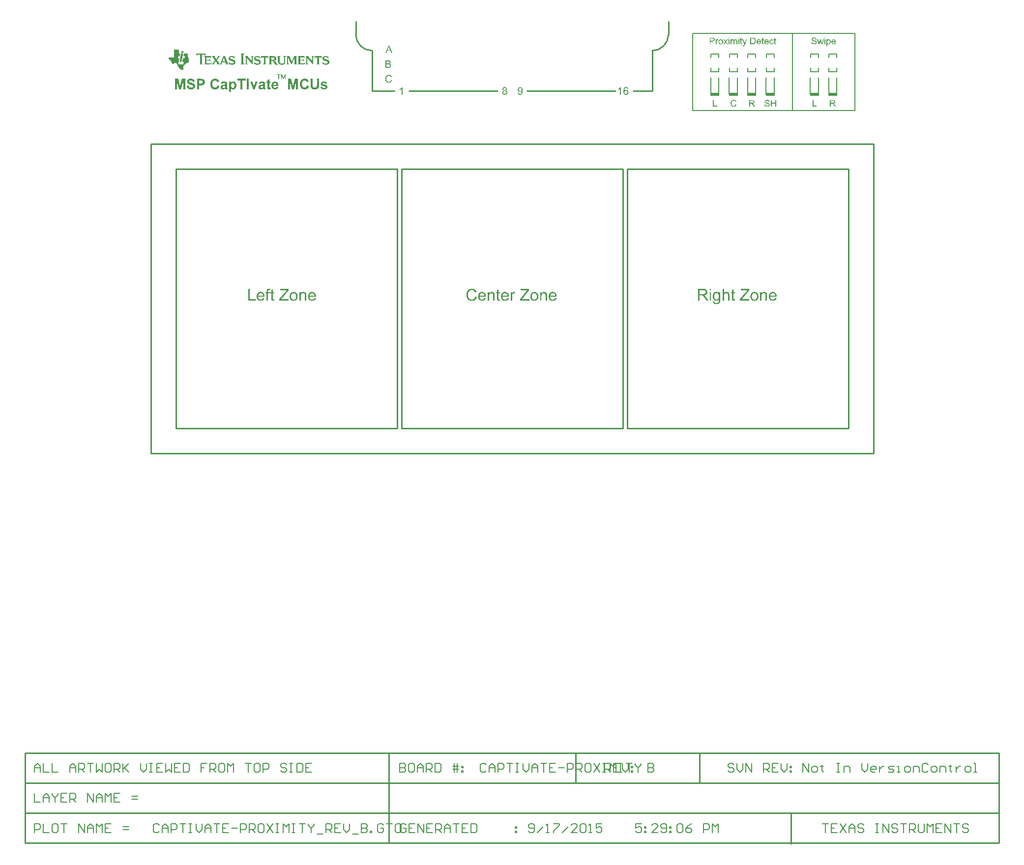
<source format=gto>
%FSAX25Y25*%
%MOIN*%
G70*
G01*
G75*
G04 Layer_Color=65535*
%ADD10R,0.03150X0.03150*%
%ADD11C,0.03937*%
%ADD12R,0.03740X0.03937*%
%ADD13C,0.02400*%
%ADD14C,0.01200*%
%ADD15C,0.01600*%
%ADD16C,0.01000*%
%ADD17C,0.00800*%
%ADD18C,0.06496*%
%ADD19C,0.18110*%
%ADD20R,0.06496X0.06496*%
%ADD21C,0.05000*%
%ADD22C,0.00600*%
%ADD23C,0.00787*%
%ADD24C,0.00700*%
%ADD25R,0.06299X0.01969*%
G36*
X0574496Y0540131D02*
X0576706D01*
Y0539600D01*
X0573900D01*
Y0544084D01*
X0574496D01*
Y0540131D01*
D02*
G37*
G36*
X0587832Y0544078D02*
X0587890D01*
X0588026Y0544071D01*
X0588169Y0544052D01*
X0588324Y0544032D01*
X0588467Y0544000D01*
X0588538Y0543981D01*
X0588597Y0543961D01*
X0588603D01*
X0588610Y0543955D01*
X0588648Y0543935D01*
X0588707Y0543909D01*
X0588778Y0543864D01*
X0588856Y0543806D01*
X0588940Y0543728D01*
X0589018Y0543637D01*
X0589095Y0543533D01*
Y0543527D01*
X0589102Y0543520D01*
X0589128Y0543481D01*
X0589154Y0543417D01*
X0589193Y0543332D01*
X0589225Y0543235D01*
X0589257Y0543119D01*
X0589277Y0542996D01*
X0589283Y0542859D01*
Y0542853D01*
Y0542840D01*
Y0542814D01*
X0589277Y0542782D01*
Y0542736D01*
X0589270Y0542691D01*
X0589245Y0542581D01*
X0589206Y0542451D01*
X0589154Y0542315D01*
X0589076Y0542179D01*
X0589024Y0542114D01*
X0588972Y0542049D01*
X0588966Y0542043D01*
X0588959Y0542036D01*
X0588940Y0542017D01*
X0588914Y0541998D01*
X0588882Y0541972D01*
X0588843Y0541946D01*
X0588791Y0541913D01*
X0588739Y0541875D01*
X0588674Y0541842D01*
X0588603Y0541810D01*
X0588525Y0541771D01*
X0588441Y0541738D01*
X0588344Y0541713D01*
X0588247Y0541680D01*
X0588136Y0541661D01*
X0588020Y0541641D01*
X0588033Y0541635D01*
X0588059Y0541622D01*
X0588098Y0541596D01*
X0588149Y0541570D01*
X0588266Y0541499D01*
X0588324Y0541453D01*
X0588376Y0541414D01*
X0588389Y0541401D01*
X0588422Y0541369D01*
X0588473Y0541317D01*
X0588538Y0541252D01*
X0588610Y0541162D01*
X0588694Y0541065D01*
X0588778Y0540948D01*
X0588869Y0540818D01*
X0589640Y0539600D01*
X0588901D01*
X0588311Y0540533D01*
Y0540540D01*
X0588299Y0540553D01*
X0588285Y0540572D01*
X0588266Y0540598D01*
X0588221Y0540669D01*
X0588162Y0540760D01*
X0588091Y0540857D01*
X0588020Y0540961D01*
X0587949Y0541058D01*
X0587884Y0541149D01*
X0587877Y0541155D01*
X0587858Y0541181D01*
X0587825Y0541220D01*
X0587780Y0541265D01*
X0587683Y0541363D01*
X0587631Y0541408D01*
X0587579Y0541447D01*
X0587573Y0541453D01*
X0587560Y0541460D01*
X0587534Y0541473D01*
X0587495Y0541492D01*
X0587456Y0541512D01*
X0587411Y0541531D01*
X0587307Y0541563D01*
X0587301D01*
X0587288Y0541570D01*
X0587262D01*
X0587229Y0541576D01*
X0587184Y0541583D01*
X0587132D01*
X0587061Y0541589D01*
X0586296D01*
Y0539600D01*
X0585700D01*
Y0544084D01*
X0587780D01*
X0587832Y0544078D01*
D02*
G37*
G36*
X0582583Y0585756D02*
X0582032D01*
Y0586384D01*
X0582583D01*
Y0585756D01*
D02*
G37*
G36*
X0533032Y0544078D02*
X0533090D01*
X0533226Y0544071D01*
X0533369Y0544052D01*
X0533524Y0544032D01*
X0533667Y0544000D01*
X0533738Y0543981D01*
X0533797Y0543961D01*
X0533803D01*
X0533810Y0543955D01*
X0533848Y0543935D01*
X0533907Y0543909D01*
X0533978Y0543864D01*
X0534056Y0543806D01*
X0534140Y0543728D01*
X0534218Y0543637D01*
X0534296Y0543533D01*
Y0543527D01*
X0534302Y0543520D01*
X0534328Y0543481D01*
X0534354Y0543417D01*
X0534393Y0543332D01*
X0534425Y0543235D01*
X0534457Y0543119D01*
X0534477Y0542996D01*
X0534483Y0542859D01*
Y0542853D01*
Y0542840D01*
Y0542814D01*
X0534477Y0542782D01*
Y0542736D01*
X0534471Y0542691D01*
X0534445Y0542581D01*
X0534406Y0542451D01*
X0534354Y0542315D01*
X0534276Y0542179D01*
X0534224Y0542114D01*
X0534172Y0542049D01*
X0534166Y0542043D01*
X0534159Y0542036D01*
X0534140Y0542017D01*
X0534114Y0541998D01*
X0534082Y0541972D01*
X0534043Y0541946D01*
X0533991Y0541913D01*
X0533939Y0541875D01*
X0533874Y0541842D01*
X0533803Y0541810D01*
X0533725Y0541771D01*
X0533641Y0541738D01*
X0533544Y0541713D01*
X0533447Y0541680D01*
X0533336Y0541661D01*
X0533220Y0541641D01*
X0533233Y0541635D01*
X0533259Y0541622D01*
X0533298Y0541596D01*
X0533349Y0541570D01*
X0533466Y0541499D01*
X0533524Y0541453D01*
X0533576Y0541414D01*
X0533589Y0541401D01*
X0533622Y0541369D01*
X0533673Y0541317D01*
X0533738Y0541252D01*
X0533810Y0541162D01*
X0533894Y0541065D01*
X0533978Y0540948D01*
X0534069Y0540818D01*
X0534840Y0539600D01*
X0534101D01*
X0533511Y0540533D01*
Y0540540D01*
X0533498Y0540553D01*
X0533486Y0540572D01*
X0533466Y0540598D01*
X0533421Y0540669D01*
X0533362Y0540760D01*
X0533291Y0540857D01*
X0533220Y0540961D01*
X0533149Y0541058D01*
X0533084Y0541149D01*
X0533077Y0541155D01*
X0533058Y0541181D01*
X0533025Y0541220D01*
X0532980Y0541265D01*
X0532883Y0541363D01*
X0532831Y0541408D01*
X0532779Y0541447D01*
X0532773Y0541453D01*
X0532760Y0541460D01*
X0532734Y0541473D01*
X0532695Y0541492D01*
X0532656Y0541512D01*
X0532611Y0541531D01*
X0532507Y0541563D01*
X0532501D01*
X0532488Y0541570D01*
X0532462D01*
X0532429Y0541576D01*
X0532384Y0541583D01*
X0532332D01*
X0532261Y0541589D01*
X0531496D01*
Y0539600D01*
X0530900D01*
Y0544084D01*
X0532980D01*
X0533032Y0544078D01*
D02*
G37*
G36*
X0543173Y0544155D02*
X0543218D01*
X0543341Y0544142D01*
X0543477Y0544123D01*
X0543620Y0544091D01*
X0543775Y0544052D01*
X0543918Y0544000D01*
X0543924D01*
X0543937Y0543993D01*
X0543957Y0543981D01*
X0543983Y0543967D01*
X0544047Y0543935D01*
X0544132Y0543877D01*
X0544229Y0543812D01*
X0544326Y0543728D01*
X0544417Y0543631D01*
X0544501Y0543520D01*
Y0543514D01*
X0544508Y0543507D01*
X0544521Y0543488D01*
X0544533Y0543469D01*
X0544566Y0543404D01*
X0544605Y0543320D01*
X0544650Y0543216D01*
X0544683Y0543093D01*
X0544715Y0542963D01*
X0544728Y0542821D01*
X0544158Y0542775D01*
Y0542782D01*
Y0542795D01*
X0544151Y0542814D01*
X0544145Y0542846D01*
X0544125Y0542918D01*
X0544099Y0543015D01*
X0544061Y0543119D01*
X0544002Y0543222D01*
X0543931Y0543320D01*
X0543840Y0543410D01*
X0543827Y0543417D01*
X0543795Y0543443D01*
X0543730Y0543481D01*
X0543646Y0543520D01*
X0543536Y0543559D01*
X0543406Y0543598D01*
X0543244Y0543624D01*
X0543063Y0543631D01*
X0542972D01*
X0542933Y0543624D01*
X0542881Y0543618D01*
X0542765Y0543605D01*
X0542635Y0543579D01*
X0542505Y0543546D01*
X0542382Y0543495D01*
X0542330Y0543462D01*
X0542278Y0543430D01*
X0542266Y0543423D01*
X0542240Y0543397D01*
X0542201Y0543352D01*
X0542162Y0543300D01*
X0542116Y0543229D01*
X0542078Y0543151D01*
X0542052Y0543060D01*
X0542039Y0542957D01*
Y0542944D01*
Y0542918D01*
X0542045Y0542872D01*
X0542058Y0542821D01*
X0542078Y0542756D01*
X0542110Y0542691D01*
X0542149Y0542626D01*
X0542207Y0542561D01*
X0542214Y0542555D01*
X0542246Y0542535D01*
X0542272Y0542516D01*
X0542298Y0542503D01*
X0542337Y0542484D01*
X0542382Y0542458D01*
X0542441Y0542438D01*
X0542505Y0542412D01*
X0542577Y0542386D01*
X0542661Y0542354D01*
X0542752Y0542328D01*
X0542855Y0542296D01*
X0542972Y0542270D01*
X0543101Y0542237D01*
X0543108D01*
X0543134Y0542231D01*
X0543173Y0542224D01*
X0543218Y0542211D01*
X0543276Y0542199D01*
X0543348Y0542179D01*
X0543419Y0542160D01*
X0543497Y0542140D01*
X0543665Y0542095D01*
X0543827Y0542049D01*
X0543905Y0542024D01*
X0543976Y0541998D01*
X0544041Y0541978D01*
X0544093Y0541952D01*
X0544099D01*
X0544112Y0541946D01*
X0544132Y0541933D01*
X0544158Y0541920D01*
X0544229Y0541881D01*
X0544313Y0541829D01*
X0544410Y0541758D01*
X0544508Y0541680D01*
X0544598Y0541589D01*
X0544676Y0541492D01*
X0544683Y0541479D01*
X0544708Y0541447D01*
X0544734Y0541389D01*
X0544773Y0541311D01*
X0544806Y0541220D01*
X0544838Y0541110D01*
X0544858Y0540987D01*
X0544864Y0540857D01*
Y0540851D01*
Y0540844D01*
Y0540825D01*
Y0540799D01*
X0544851Y0540728D01*
X0544838Y0540637D01*
X0544812Y0540533D01*
X0544780Y0540423D01*
X0544728Y0540306D01*
X0544657Y0540183D01*
Y0540177D01*
X0544650Y0540170D01*
X0544618Y0540131D01*
X0544572Y0540073D01*
X0544508Y0540008D01*
X0544423Y0539930D01*
X0544320Y0539846D01*
X0544203Y0539769D01*
X0544067Y0539697D01*
X0544061D01*
X0544047Y0539691D01*
X0544028Y0539684D01*
X0544002Y0539671D01*
X0543963Y0539658D01*
X0543918Y0539639D01*
X0543814Y0539613D01*
X0543691Y0539581D01*
X0543542Y0539548D01*
X0543380Y0539529D01*
X0543205Y0539522D01*
X0543101D01*
X0543050Y0539529D01*
X0542991D01*
X0542927Y0539535D01*
X0542849Y0539542D01*
X0542687Y0539568D01*
X0542518Y0539594D01*
X0542350Y0539639D01*
X0542188Y0539697D01*
X0542181D01*
X0542168Y0539704D01*
X0542149Y0539717D01*
X0542123Y0539730D01*
X0542045Y0539769D01*
X0541955Y0539827D01*
X0541851Y0539905D01*
X0541741Y0539995D01*
X0541637Y0540105D01*
X0541540Y0540229D01*
Y0540235D01*
X0541527Y0540248D01*
X0541520Y0540267D01*
X0541501Y0540293D01*
X0541488Y0540326D01*
X0541468Y0540365D01*
X0541423Y0540462D01*
X0541378Y0540585D01*
X0541339Y0540721D01*
X0541313Y0540877D01*
X0541300Y0541039D01*
X0541857Y0541090D01*
Y0541084D01*
Y0541077D01*
X0541864Y0541058D01*
Y0541032D01*
X0541877Y0540974D01*
X0541896Y0540890D01*
X0541922Y0540805D01*
X0541948Y0540708D01*
X0541993Y0540617D01*
X0542039Y0540533D01*
X0542045Y0540527D01*
X0542065Y0540501D01*
X0542097Y0540455D01*
X0542149Y0540410D01*
X0542214Y0540352D01*
X0542285Y0540293D01*
X0542382Y0540235D01*
X0542486Y0540183D01*
X0542492D01*
X0542499Y0540177D01*
X0542518Y0540170D01*
X0542538Y0540164D01*
X0542602Y0540144D01*
X0542687Y0540118D01*
X0542790Y0540093D01*
X0542907Y0540073D01*
X0543037Y0540060D01*
X0543179Y0540054D01*
X0543237D01*
X0543302Y0540060D01*
X0543380Y0540067D01*
X0543471Y0540079D01*
X0543574Y0540093D01*
X0543678Y0540118D01*
X0543775Y0540151D01*
X0543788Y0540157D01*
X0543821Y0540170D01*
X0543866Y0540196D01*
X0543924Y0540222D01*
X0543983Y0540267D01*
X0544047Y0540313D01*
X0544112Y0540365D01*
X0544164Y0540429D01*
X0544171Y0540436D01*
X0544184Y0540462D01*
X0544203Y0540494D01*
X0544229Y0540546D01*
X0544255Y0540598D01*
X0544274Y0540663D01*
X0544287Y0540734D01*
X0544294Y0540812D01*
Y0540818D01*
Y0540851D01*
X0544287Y0540890D01*
X0544281Y0540941D01*
X0544261Y0540993D01*
X0544242Y0541058D01*
X0544209Y0541123D01*
X0544164Y0541181D01*
X0544158Y0541188D01*
X0544138Y0541207D01*
X0544112Y0541233D01*
X0544067Y0541272D01*
X0544015Y0541311D01*
X0543944Y0541356D01*
X0543860Y0541401D01*
X0543762Y0541440D01*
X0543756Y0541447D01*
X0543723Y0541453D01*
X0543672Y0541473D01*
X0543639Y0541479D01*
X0543594Y0541492D01*
X0543549Y0541512D01*
X0543490Y0541525D01*
X0543425Y0541544D01*
X0543348Y0541563D01*
X0543270Y0541583D01*
X0543179Y0541609D01*
X0543076Y0541635D01*
X0542965Y0541661D01*
X0542959D01*
X0542939Y0541667D01*
X0542907Y0541674D01*
X0542868Y0541687D01*
X0542816Y0541700D01*
X0542758Y0541713D01*
X0542628Y0541751D01*
X0542486Y0541797D01*
X0542337Y0541842D01*
X0542207Y0541887D01*
X0542149Y0541913D01*
X0542097Y0541939D01*
X0542091D01*
X0542084Y0541946D01*
X0542045Y0541972D01*
X0541987Y0542004D01*
X0541922Y0542056D01*
X0541844Y0542114D01*
X0541767Y0542185D01*
X0541689Y0542270D01*
X0541624Y0542360D01*
X0541617Y0542373D01*
X0541598Y0542406D01*
X0541572Y0542458D01*
X0541546Y0542522D01*
X0541520Y0542607D01*
X0541494Y0542704D01*
X0541475Y0542808D01*
X0541468Y0542918D01*
Y0542924D01*
Y0542931D01*
Y0542950D01*
Y0542976D01*
X0541481Y0543041D01*
X0541494Y0543125D01*
X0541514Y0543222D01*
X0541546Y0543332D01*
X0541592Y0543443D01*
X0541656Y0543553D01*
Y0543559D01*
X0541663Y0543566D01*
X0541695Y0543605D01*
X0541741Y0543656D01*
X0541799Y0543721D01*
X0541877Y0543793D01*
X0541974Y0543870D01*
X0542091Y0543942D01*
X0542220Y0544006D01*
X0542227D01*
X0542240Y0544013D01*
X0542259Y0544019D01*
X0542285Y0544032D01*
X0542317Y0544045D01*
X0542363Y0544058D01*
X0542460Y0544084D01*
X0542583Y0544110D01*
X0542726Y0544136D01*
X0542875Y0544155D01*
X0543043Y0544162D01*
X0543127D01*
X0543173Y0544155D01*
D02*
G37*
G36*
X0549212Y0539600D02*
X0548616D01*
Y0541713D01*
X0546296D01*
Y0539600D01*
X0545700D01*
Y0544084D01*
X0546296D01*
Y0542244D01*
X0548616D01*
Y0544084D01*
X0549212D01*
Y0539600D01*
D02*
G37*
G36*
X0575073Y0586455D02*
X0575118D01*
X0575241Y0586443D01*
X0575377Y0586423D01*
X0575520Y0586391D01*
X0575675Y0586352D01*
X0575818Y0586300D01*
X0575824D01*
X0575837Y0586293D01*
X0575857Y0586280D01*
X0575883Y0586268D01*
X0575948Y0586235D01*
X0576032Y0586177D01*
X0576129Y0586112D01*
X0576226Y0586028D01*
X0576317Y0585931D01*
X0576401Y0585820D01*
Y0585814D01*
X0576408Y0585807D01*
X0576421Y0585788D01*
X0576434Y0585769D01*
X0576466Y0585704D01*
X0576505Y0585619D01*
X0576550Y0585516D01*
X0576583Y0585393D01*
X0576615Y0585263D01*
X0576628Y0585121D01*
X0576058Y0585075D01*
Y0585082D01*
Y0585095D01*
X0576051Y0585114D01*
X0576045Y0585147D01*
X0576025Y0585218D01*
X0575999Y0585315D01*
X0575960Y0585419D01*
X0575902Y0585522D01*
X0575831Y0585619D01*
X0575740Y0585710D01*
X0575727Y0585717D01*
X0575695Y0585743D01*
X0575630Y0585781D01*
X0575546Y0585820D01*
X0575436Y0585859D01*
X0575306Y0585898D01*
X0575144Y0585924D01*
X0574963Y0585931D01*
X0574872D01*
X0574833Y0585924D01*
X0574781Y0585918D01*
X0574664Y0585905D01*
X0574535Y0585879D01*
X0574405Y0585846D01*
X0574282Y0585794D01*
X0574230Y0585762D01*
X0574179Y0585730D01*
X0574165Y0585723D01*
X0574140Y0585697D01*
X0574101Y0585652D01*
X0574062Y0585600D01*
X0574017Y0585529D01*
X0573978Y0585451D01*
X0573952Y0585360D01*
X0573939Y0585257D01*
Y0585244D01*
Y0585218D01*
X0573945Y0585172D01*
X0573958Y0585121D01*
X0573978Y0585056D01*
X0574010Y0584991D01*
X0574049Y0584926D01*
X0574107Y0584861D01*
X0574114Y0584855D01*
X0574146Y0584835D01*
X0574172Y0584816D01*
X0574198Y0584803D01*
X0574237Y0584784D01*
X0574282Y0584758D01*
X0574340Y0584738D01*
X0574405Y0584712D01*
X0574477Y0584686D01*
X0574561Y0584654D01*
X0574651Y0584628D01*
X0574755Y0584596D01*
X0574872Y0584570D01*
X0575001Y0584537D01*
X0575008D01*
X0575034Y0584531D01*
X0575073Y0584524D01*
X0575118Y0584511D01*
X0575176Y0584499D01*
X0575248Y0584479D01*
X0575319Y0584460D01*
X0575397Y0584440D01*
X0575565Y0584395D01*
X0575727Y0584349D01*
X0575805Y0584324D01*
X0575876Y0584298D01*
X0575941Y0584278D01*
X0575993Y0584252D01*
X0575999D01*
X0576012Y0584246D01*
X0576032Y0584233D01*
X0576058Y0584220D01*
X0576129Y0584181D01*
X0576213Y0584129D01*
X0576310Y0584058D01*
X0576408Y0583980D01*
X0576498Y0583889D01*
X0576576Y0583792D01*
X0576583Y0583779D01*
X0576609Y0583747D01*
X0576634Y0583688D01*
X0576673Y0583611D01*
X0576706Y0583520D01*
X0576738Y0583410D01*
X0576757Y0583287D01*
X0576764Y0583157D01*
Y0583151D01*
Y0583144D01*
Y0583125D01*
Y0583099D01*
X0576751Y0583028D01*
X0576738Y0582937D01*
X0576712Y0582833D01*
X0576680Y0582723D01*
X0576628Y0582606D01*
X0576557Y0582483D01*
Y0582477D01*
X0576550Y0582470D01*
X0576518Y0582431D01*
X0576472Y0582373D01*
X0576408Y0582308D01*
X0576323Y0582231D01*
X0576220Y0582146D01*
X0576103Y0582068D01*
X0575967Y0581997D01*
X0575960D01*
X0575948Y0581991D01*
X0575928Y0581984D01*
X0575902Y0581971D01*
X0575863Y0581958D01*
X0575818Y0581939D01*
X0575714Y0581913D01*
X0575591Y0581881D01*
X0575442Y0581848D01*
X0575280Y0581829D01*
X0575105Y0581822D01*
X0575001D01*
X0574950Y0581829D01*
X0574891D01*
X0574826Y0581835D01*
X0574749Y0581842D01*
X0574587Y0581868D01*
X0574418Y0581893D01*
X0574250Y0581939D01*
X0574088Y0581997D01*
X0574081D01*
X0574068Y0582004D01*
X0574049Y0582017D01*
X0574023Y0582030D01*
X0573945Y0582068D01*
X0573854Y0582127D01*
X0573751Y0582205D01*
X0573641Y0582295D01*
X0573537Y0582405D01*
X0573440Y0582529D01*
Y0582535D01*
X0573427Y0582548D01*
X0573420Y0582567D01*
X0573401Y0582593D01*
X0573388Y0582626D01*
X0573369Y0582665D01*
X0573323Y0582762D01*
X0573278Y0582885D01*
X0573239Y0583021D01*
X0573213Y0583177D01*
X0573200Y0583339D01*
X0573757Y0583390D01*
Y0583384D01*
Y0583377D01*
X0573764Y0583358D01*
Y0583332D01*
X0573777Y0583274D01*
X0573796Y0583189D01*
X0573822Y0583105D01*
X0573848Y0583008D01*
X0573893Y0582917D01*
X0573939Y0582833D01*
X0573945Y0582827D01*
X0573965Y0582801D01*
X0573997Y0582755D01*
X0574049Y0582710D01*
X0574114Y0582652D01*
X0574185Y0582593D01*
X0574282Y0582535D01*
X0574386Y0582483D01*
X0574392D01*
X0574399Y0582477D01*
X0574418Y0582470D01*
X0574438Y0582464D01*
X0574503Y0582444D01*
X0574587Y0582418D01*
X0574690Y0582393D01*
X0574807Y0582373D01*
X0574937Y0582360D01*
X0575079Y0582354D01*
X0575138D01*
X0575202Y0582360D01*
X0575280Y0582367D01*
X0575371Y0582379D01*
X0575475Y0582393D01*
X0575578Y0582418D01*
X0575675Y0582451D01*
X0575688Y0582457D01*
X0575721Y0582470D01*
X0575766Y0582496D01*
X0575824Y0582522D01*
X0575883Y0582567D01*
X0575948Y0582613D01*
X0576012Y0582665D01*
X0576064Y0582729D01*
X0576071Y0582736D01*
X0576084Y0582762D01*
X0576103Y0582794D01*
X0576129Y0582846D01*
X0576155Y0582898D01*
X0576174Y0582963D01*
X0576187Y0583034D01*
X0576194Y0583112D01*
Y0583118D01*
Y0583151D01*
X0576187Y0583189D01*
X0576181Y0583241D01*
X0576161Y0583293D01*
X0576142Y0583358D01*
X0576110Y0583423D01*
X0576064Y0583481D01*
X0576058Y0583488D01*
X0576038Y0583507D01*
X0576012Y0583533D01*
X0575967Y0583572D01*
X0575915Y0583611D01*
X0575844Y0583656D01*
X0575760Y0583701D01*
X0575662Y0583740D01*
X0575656Y0583747D01*
X0575624Y0583753D01*
X0575572Y0583773D01*
X0575539Y0583779D01*
X0575494Y0583792D01*
X0575449Y0583812D01*
X0575390Y0583825D01*
X0575325Y0583844D01*
X0575248Y0583863D01*
X0575170Y0583883D01*
X0575079Y0583909D01*
X0574975Y0583935D01*
X0574865Y0583961D01*
X0574859D01*
X0574839Y0583967D01*
X0574807Y0583974D01*
X0574768Y0583987D01*
X0574716Y0583999D01*
X0574658Y0584013D01*
X0574528Y0584051D01*
X0574386Y0584097D01*
X0574237Y0584142D01*
X0574107Y0584187D01*
X0574049Y0584213D01*
X0573997Y0584239D01*
X0573991D01*
X0573984Y0584246D01*
X0573945Y0584272D01*
X0573887Y0584304D01*
X0573822Y0584356D01*
X0573744Y0584414D01*
X0573667Y0584485D01*
X0573589Y0584570D01*
X0573524Y0584660D01*
X0573518Y0584673D01*
X0573498Y0584706D01*
X0573472Y0584758D01*
X0573446Y0584823D01*
X0573420Y0584907D01*
X0573394Y0585004D01*
X0573375Y0585108D01*
X0573369Y0585218D01*
Y0585224D01*
Y0585231D01*
Y0585250D01*
Y0585276D01*
X0573381Y0585341D01*
X0573394Y0585425D01*
X0573414Y0585522D01*
X0573446Y0585633D01*
X0573492Y0585743D01*
X0573556Y0585853D01*
Y0585859D01*
X0573563Y0585866D01*
X0573595Y0585905D01*
X0573641Y0585956D01*
X0573699Y0586021D01*
X0573777Y0586093D01*
X0573874Y0586170D01*
X0573991Y0586242D01*
X0574120Y0586306D01*
X0574127D01*
X0574140Y0586313D01*
X0574159Y0586319D01*
X0574185Y0586332D01*
X0574217Y0586345D01*
X0574263Y0586358D01*
X0574360Y0586384D01*
X0574483Y0586410D01*
X0574626Y0586436D01*
X0574775Y0586455D01*
X0574943Y0586462D01*
X0575027D01*
X0575073Y0586455D01*
D02*
G37*
G36*
X0508927Y0413824D02*
X0509008Y0413812D01*
X0509112Y0413789D01*
X0509228Y0413766D01*
X0509355Y0413731D01*
X0509482Y0413685D01*
X0509621Y0413627D01*
X0509760Y0413558D01*
X0509910Y0413477D01*
X0510049Y0413384D01*
X0510188Y0413269D01*
X0510327Y0413141D01*
X0510454Y0412991D01*
Y0413708D01*
X0511357D01*
Y0408687D01*
Y0408675D01*
Y0408629D01*
Y0408560D01*
Y0408467D01*
X0511345Y0408363D01*
Y0408236D01*
X0511334Y0408097D01*
X0511322Y0407946D01*
X0511287Y0407634D01*
X0511241Y0407310D01*
X0511206Y0407160D01*
X0511172Y0407021D01*
X0511125Y0406893D01*
X0511079Y0406778D01*
Y0406766D01*
X0511067Y0406755D01*
X0511021Y0406685D01*
X0510963Y0406581D01*
X0510871Y0406454D01*
X0510744Y0406315D01*
X0510593Y0406165D01*
X0510408Y0406014D01*
X0510200Y0405887D01*
X0510188D01*
X0510177Y0405875D01*
X0510142Y0405852D01*
X0510096Y0405840D01*
X0510038Y0405806D01*
X0509968Y0405783D01*
X0509795Y0405725D01*
X0509586Y0405655D01*
X0509332Y0405609D01*
X0509043Y0405563D01*
X0508730Y0405551D01*
X0508626D01*
X0508557Y0405563D01*
X0508464D01*
X0508372Y0405574D01*
X0508256Y0405586D01*
X0508129Y0405609D01*
X0507863Y0405667D01*
X0507585Y0405748D01*
X0507307Y0405864D01*
X0507053Y0406026D01*
X0507041Y0406037D01*
X0507029Y0406049D01*
X0506949Y0406118D01*
X0506856Y0406222D01*
X0506740Y0406373D01*
X0506625Y0406569D01*
X0506520Y0406812D01*
X0506486Y0406951D01*
X0506463Y0407102D01*
X0506439Y0407252D01*
Y0407426D01*
X0507400Y0407298D01*
Y0407275D01*
X0507411Y0407229D01*
X0507435Y0407148D01*
X0507458Y0407044D01*
X0507504Y0406940D01*
X0507562Y0406836D01*
X0507631Y0406731D01*
X0507724Y0406650D01*
X0507747Y0406639D01*
X0507793Y0406604D01*
X0507874Y0406558D01*
X0507990Y0406512D01*
X0508129Y0406454D01*
X0508302Y0406407D01*
X0508510Y0406373D01*
X0508730Y0406361D01*
X0508846D01*
X0508962Y0406373D01*
X0509124Y0406396D01*
X0509286Y0406431D01*
X0509459Y0406477D01*
X0509633Y0406546D01*
X0509783Y0406639D01*
X0509795Y0406650D01*
X0509841Y0406685D01*
X0509910Y0406755D01*
X0509991Y0406836D01*
X0510072Y0406951D01*
X0510153Y0407079D01*
X0510234Y0407229D01*
X0510292Y0407403D01*
Y0407414D01*
X0510304Y0407460D01*
X0510315Y0407553D01*
X0510327Y0407669D01*
X0510338Y0407750D01*
Y0407842D01*
X0510350Y0407946D01*
Y0408062D01*
Y0408189D01*
X0510362Y0408340D01*
Y0408490D01*
Y0408664D01*
X0510350Y0408652D01*
X0510327Y0408629D01*
X0510292Y0408594D01*
X0510246Y0408548D01*
X0510188Y0408490D01*
X0510107Y0408421D01*
X0510015Y0408351D01*
X0509922Y0408282D01*
X0509679Y0408143D01*
X0509413Y0408016D01*
X0509263Y0407969D01*
X0509101Y0407935D01*
X0508927Y0407912D01*
X0508753Y0407900D01*
X0508696D01*
X0508638Y0407912D01*
X0508557D01*
X0508453Y0407923D01*
X0508337Y0407946D01*
X0508210Y0407969D01*
X0508071Y0408004D01*
X0507920Y0408050D01*
X0507770Y0408108D01*
X0507620Y0408178D01*
X0507458Y0408259D01*
X0507307Y0408363D01*
X0507157Y0408478D01*
X0507018Y0408606D01*
X0506891Y0408756D01*
X0506879Y0408768D01*
X0506868Y0408791D01*
X0506833Y0408849D01*
X0506786Y0408907D01*
X0506740Y0408999D01*
X0506682Y0409092D01*
X0506625Y0409207D01*
X0506567Y0409346D01*
X0506509Y0409485D01*
X0506451Y0409647D01*
X0506393Y0409809D01*
X0506347Y0409994D01*
X0506266Y0410388D01*
X0506254Y0410607D01*
X0506243Y0410827D01*
Y0410839D01*
Y0410862D01*
Y0410908D01*
Y0410966D01*
X0506254Y0411047D01*
Y0411128D01*
X0506278Y0411336D01*
X0506312Y0411568D01*
X0506370Y0411822D01*
X0506439Y0412088D01*
X0506544Y0412354D01*
Y0412366D01*
X0506555Y0412389D01*
X0506578Y0412424D01*
X0506601Y0412470D01*
X0506671Y0412597D01*
X0506763Y0412759D01*
X0506891Y0412933D01*
X0507041Y0413106D01*
X0507215Y0413292D01*
X0507411Y0413442D01*
X0507423D01*
X0507435Y0413454D01*
X0507469Y0413477D01*
X0507515Y0413500D01*
X0507631Y0413569D01*
X0507793Y0413639D01*
X0507990Y0413708D01*
X0508221Y0413778D01*
X0508476Y0413824D01*
X0508753Y0413835D01*
X0508858D01*
X0508927Y0413824D01*
D02*
G37*
G36*
X0582583Y0581900D02*
X0582032D01*
Y0585153D01*
X0582583D01*
Y0581900D01*
D02*
G37*
G36*
X0588350Y0585218D02*
X0588402Y0585211D01*
X0588467Y0585198D01*
X0588538Y0585185D01*
X0588622Y0585166D01*
X0588700Y0585147D01*
X0588791Y0585114D01*
X0588875Y0585082D01*
X0588966Y0585036D01*
X0589057Y0584984D01*
X0589147Y0584926D01*
X0589231Y0584855D01*
X0589309Y0584777D01*
X0589316Y0584771D01*
X0589329Y0584758D01*
X0589348Y0584732D01*
X0589374Y0584693D01*
X0589406Y0584648D01*
X0589439Y0584596D01*
X0589478Y0584531D01*
X0589517Y0584453D01*
X0589556Y0584369D01*
X0589594Y0584278D01*
X0589627Y0584174D01*
X0589659Y0584064D01*
X0589685Y0583941D01*
X0589705Y0583812D01*
X0589717Y0583675D01*
X0589724Y0583527D01*
Y0583520D01*
Y0583494D01*
Y0583449D01*
X0589717Y0583384D01*
X0587288D01*
Y0583377D01*
Y0583358D01*
X0587294Y0583332D01*
Y0583293D01*
X0587300Y0583248D01*
X0587313Y0583196D01*
X0587333Y0583079D01*
X0587372Y0582950D01*
X0587424Y0582807D01*
X0587495Y0582678D01*
X0587586Y0582561D01*
X0587592D01*
X0587599Y0582548D01*
X0587637Y0582516D01*
X0587696Y0582470D01*
X0587774Y0582425D01*
X0587877Y0582373D01*
X0587994Y0582328D01*
X0588123Y0582295D01*
X0588195Y0582289D01*
X0588272Y0582282D01*
X0588324D01*
X0588383Y0582289D01*
X0588454Y0582302D01*
X0588532Y0582321D01*
X0588622Y0582347D01*
X0588707Y0582386D01*
X0588791Y0582438D01*
X0588797Y0582444D01*
X0588830Y0582470D01*
X0588869Y0582509D01*
X0588914Y0582561D01*
X0588966Y0582632D01*
X0589024Y0582723D01*
X0589082Y0582827D01*
X0589134Y0582950D01*
X0589705Y0582878D01*
Y0582872D01*
X0589698Y0582859D01*
X0589692Y0582833D01*
X0589679Y0582794D01*
X0589659Y0582755D01*
X0589640Y0582703D01*
X0589588Y0582593D01*
X0589523Y0582470D01*
X0589432Y0582341D01*
X0589329Y0582218D01*
X0589199Y0582101D01*
X0589193D01*
X0589180Y0582088D01*
X0589160Y0582075D01*
X0589134Y0582056D01*
X0589095Y0582036D01*
X0589057Y0582017D01*
X0589005Y0581991D01*
X0588946Y0581965D01*
X0588882Y0581939D01*
X0588817Y0581913D01*
X0588655Y0581874D01*
X0588473Y0581842D01*
X0588272Y0581829D01*
X0588201D01*
X0588156Y0581835D01*
X0588097Y0581842D01*
X0588026Y0581855D01*
X0587949Y0581868D01*
X0587864Y0581881D01*
X0587683Y0581932D01*
X0587586Y0581971D01*
X0587495Y0582010D01*
X0587398Y0582062D01*
X0587307Y0582120D01*
X0587223Y0582185D01*
X0587139Y0582263D01*
X0587132Y0582269D01*
X0587119Y0582282D01*
X0587100Y0582308D01*
X0587074Y0582347D01*
X0587041Y0582393D01*
X0587009Y0582444D01*
X0586970Y0582509D01*
X0586931Y0582580D01*
X0586892Y0582665D01*
X0586853Y0582755D01*
X0586821Y0582859D01*
X0586789Y0582969D01*
X0586763Y0583086D01*
X0586743Y0583215D01*
X0586730Y0583352D01*
X0586724Y0583494D01*
Y0583501D01*
Y0583533D01*
Y0583572D01*
X0586730Y0583630D01*
X0586737Y0583701D01*
X0586743Y0583779D01*
X0586756Y0583870D01*
X0586776Y0583961D01*
X0586827Y0584168D01*
X0586860Y0584272D01*
X0586899Y0584382D01*
X0586951Y0584485D01*
X0587009Y0584583D01*
X0587074Y0584680D01*
X0587145Y0584771D01*
X0587151Y0584777D01*
X0587164Y0584790D01*
X0587190Y0584809D01*
X0587223Y0584842D01*
X0587262Y0584874D01*
X0587313Y0584913D01*
X0587372Y0584959D01*
X0587443Y0584997D01*
X0587514Y0585043D01*
X0587599Y0585082D01*
X0587689Y0585121D01*
X0587786Y0585153D01*
X0587890Y0585185D01*
X0588000Y0585205D01*
X0588117Y0585218D01*
X0588240Y0585224D01*
X0588305D01*
X0588350Y0585218D01*
D02*
G37*
G36*
X0584968D02*
X0585013Y0585211D01*
X0585110Y0585198D01*
X0585227Y0585172D01*
X0585350Y0585134D01*
X0585473Y0585075D01*
X0585596Y0585004D01*
X0585603D01*
X0585609Y0584991D01*
X0585648Y0584965D01*
X0585706Y0584913D01*
X0585778Y0584848D01*
X0585855Y0584764D01*
X0585933Y0584660D01*
X0586011Y0584537D01*
X0586076Y0584401D01*
Y0584395D01*
X0586082Y0584382D01*
X0586089Y0584362D01*
X0586102Y0584337D01*
X0586115Y0584298D01*
X0586128Y0584252D01*
X0586160Y0584149D01*
X0586192Y0584019D01*
X0586218Y0583876D01*
X0586238Y0583714D01*
X0586244Y0583546D01*
Y0583539D01*
Y0583527D01*
Y0583501D01*
Y0583462D01*
X0586238Y0583416D01*
Y0583364D01*
X0586225Y0583248D01*
X0586199Y0583105D01*
X0586166Y0582956D01*
X0586121Y0582801D01*
X0586063Y0582645D01*
Y0582639D01*
X0586056Y0582626D01*
X0586043Y0582606D01*
X0586030Y0582580D01*
X0585985Y0582509D01*
X0585927Y0582418D01*
X0585855Y0582321D01*
X0585765Y0582224D01*
X0585661Y0582127D01*
X0585538Y0582036D01*
X0585531D01*
X0585525Y0582030D01*
X0585505Y0582017D01*
X0585480Y0582004D01*
X0585415Y0581971D01*
X0585324Y0581932D01*
X0585214Y0581893D01*
X0585097Y0581861D01*
X0584961Y0581835D01*
X0584825Y0581829D01*
X0584780D01*
X0584728Y0581835D01*
X0584663Y0581842D01*
X0584585Y0581855D01*
X0584501Y0581874D01*
X0584417Y0581900D01*
X0584333Y0581939D01*
X0584326Y0581945D01*
X0584294Y0581958D01*
X0584255Y0581984D01*
X0584203Y0582023D01*
X0584151Y0582062D01*
X0584086Y0582114D01*
X0584028Y0582172D01*
X0583976Y0582237D01*
Y0580656D01*
X0583425D01*
Y0585153D01*
X0583924D01*
Y0584725D01*
X0583931Y0584738D01*
X0583957Y0584764D01*
X0583989Y0584809D01*
X0584041Y0584861D01*
X0584099Y0584926D01*
X0584164Y0584984D01*
X0584242Y0585043D01*
X0584320Y0585095D01*
X0584333Y0585101D01*
X0584359Y0585114D01*
X0584410Y0585134D01*
X0584475Y0585159D01*
X0584553Y0585185D01*
X0584644Y0585205D01*
X0584747Y0585218D01*
X0584864Y0585224D01*
X0584935D01*
X0584968Y0585218D01*
D02*
G37*
G36*
X0295887Y0547600D02*
X0295258D01*
Y0551603D01*
X0295251Y0551596D01*
X0295214Y0551566D01*
X0295169Y0551522D01*
X0295095Y0551470D01*
X0295014Y0551404D01*
X0294910Y0551330D01*
X0294792Y0551248D01*
X0294659Y0551167D01*
X0294651D01*
X0294644Y0551159D01*
X0294599Y0551130D01*
X0294525Y0551093D01*
X0294437Y0551048D01*
X0294333Y0550997D01*
X0294222Y0550945D01*
X0294111Y0550893D01*
X0294000Y0550849D01*
Y0551455D01*
X0294007D01*
X0294022Y0551470D01*
X0294052Y0551478D01*
X0294089Y0551500D01*
X0294133Y0551522D01*
X0294185Y0551552D01*
X0294311Y0551626D01*
X0294459Y0551707D01*
X0294607Y0551811D01*
X0294762Y0551929D01*
X0294918Y0552055D01*
X0294925Y0552062D01*
X0294932Y0552070D01*
X0294955Y0552092D01*
X0294984Y0552114D01*
X0295051Y0552188D01*
X0295140Y0552277D01*
X0295228Y0552380D01*
X0295325Y0552499D01*
X0295406Y0552617D01*
X0295480Y0552743D01*
X0295887D01*
Y0547600D01*
D02*
G37*
G36*
X0580542Y0581900D02*
X0579978D01*
X0579460Y0583844D01*
X0579330Y0584401D01*
X0578676Y0581900D01*
X0578092D01*
X0577107Y0585153D01*
X0577684D01*
X0578203Y0583274D01*
X0578384Y0582574D01*
Y0582580D01*
X0578391Y0582593D01*
X0578397Y0582626D01*
X0578403Y0582645D01*
X0578410Y0582678D01*
X0578416Y0582717D01*
X0578429Y0582762D01*
X0578442Y0582814D01*
X0578462Y0582878D01*
X0578481Y0582950D01*
X0578501Y0583034D01*
X0578527Y0583131D01*
X0578552Y0583241D01*
X0579071Y0585153D01*
X0579635D01*
X0580121Y0583261D01*
X0580283Y0582639D01*
X0580471Y0583267D01*
X0581028Y0585153D01*
X0581566D01*
X0580542Y0581900D01*
D02*
G37*
G36*
X0506138Y0586378D02*
X0506248Y0586371D01*
X0506364Y0586365D01*
X0506474Y0586352D01*
X0506572Y0586339D01*
X0506585D01*
X0506630Y0586326D01*
X0506688Y0586313D01*
X0506766Y0586293D01*
X0506850Y0586261D01*
X0506941Y0586222D01*
X0507038Y0586177D01*
X0507123Y0586125D01*
X0507135Y0586119D01*
X0507161Y0586099D01*
X0507200Y0586060D01*
X0507252Y0586015D01*
X0507310Y0585956D01*
X0507369Y0585879D01*
X0507434Y0585794D01*
X0507485Y0585697D01*
X0507492Y0585684D01*
X0507505Y0585652D01*
X0507531Y0585594D01*
X0507557Y0585516D01*
X0507576Y0585425D01*
X0507602Y0585321D01*
X0507615Y0585205D01*
X0507621Y0585082D01*
Y0585075D01*
Y0585056D01*
Y0585030D01*
X0507615Y0584984D01*
X0507609Y0584939D01*
X0507602Y0584881D01*
X0507589Y0584816D01*
X0507576Y0584745D01*
X0507531Y0584596D01*
X0507505Y0584518D01*
X0507466Y0584434D01*
X0507421Y0584349D01*
X0507375Y0584272D01*
X0507317Y0584194D01*
X0507252Y0584116D01*
X0507246Y0584110D01*
X0507233Y0584097D01*
X0507213Y0584077D01*
X0507181Y0584058D01*
X0507142Y0584025D01*
X0507090Y0583993D01*
X0507025Y0583954D01*
X0506954Y0583922D01*
X0506870Y0583883D01*
X0506773Y0583844D01*
X0506669Y0583812D01*
X0506546Y0583786D01*
X0506416Y0583760D01*
X0506274Y0583740D01*
X0506112Y0583727D01*
X0505943Y0583721D01*
X0504796D01*
Y0581900D01*
X0504200D01*
Y0586384D01*
X0506040D01*
X0506138Y0586378D01*
D02*
G37*
G36*
X0548666Y0585153D02*
X0549223D01*
Y0584725D01*
X0548666D01*
Y0582814D01*
Y0582801D01*
Y0582775D01*
Y0582736D01*
X0548672Y0582691D01*
X0548679Y0582587D01*
X0548685Y0582542D01*
X0548692Y0582509D01*
X0548698Y0582496D01*
X0548718Y0582470D01*
X0548743Y0582438D01*
X0548789Y0582405D01*
X0548802Y0582399D01*
X0548834Y0582386D01*
X0548893Y0582373D01*
X0548977Y0582367D01*
X0549042D01*
X0549074Y0582373D01*
X0549119D01*
X0549171Y0582379D01*
X0549223Y0582386D01*
X0549294Y0581900D01*
X0549281D01*
X0549255Y0581893D01*
X0549210Y0581887D01*
X0549152Y0581881D01*
X0549087Y0581868D01*
X0549016Y0581861D01*
X0548873Y0581855D01*
X0548821D01*
X0548769Y0581861D01*
X0548705Y0581868D01*
X0548627Y0581874D01*
X0548549Y0581893D01*
X0548478Y0581913D01*
X0548407Y0581945D01*
X0548400Y0581952D01*
X0548381Y0581965D01*
X0548355Y0581984D01*
X0548316Y0582017D01*
X0548283Y0582049D01*
X0548245Y0582094D01*
X0548206Y0582140D01*
X0548180Y0582198D01*
Y0582205D01*
X0548167Y0582231D01*
X0548160Y0582276D01*
X0548147Y0582341D01*
X0548134Y0582425D01*
X0548128Y0582477D01*
Y0582535D01*
X0548121Y0582606D01*
X0548115Y0582678D01*
Y0582755D01*
Y0582846D01*
Y0584725D01*
X0547707D01*
Y0585153D01*
X0548115D01*
Y0585956D01*
X0548666Y0586287D01*
Y0585153D01*
D02*
G37*
G36*
X0540300D02*
X0540857D01*
Y0584725D01*
X0540300D01*
Y0582814D01*
Y0582801D01*
Y0582775D01*
Y0582736D01*
X0540307Y0582691D01*
X0540313Y0582587D01*
X0540319Y0582542D01*
X0540326Y0582509D01*
X0540333Y0582496D01*
X0540352Y0582470D01*
X0540378Y0582438D01*
X0540423Y0582405D01*
X0540436Y0582399D01*
X0540469Y0582386D01*
X0540527Y0582373D01*
X0540611Y0582367D01*
X0540676D01*
X0540708Y0582373D01*
X0540754D01*
X0540805Y0582379D01*
X0540857Y0582386D01*
X0540929Y0581900D01*
X0540916D01*
X0540890Y0581893D01*
X0540844Y0581887D01*
X0540786Y0581881D01*
X0540721Y0581868D01*
X0540650Y0581861D01*
X0540507Y0581855D01*
X0540456D01*
X0540404Y0581861D01*
X0540339Y0581868D01*
X0540261Y0581874D01*
X0540183Y0581893D01*
X0540112Y0581913D01*
X0540041Y0581945D01*
X0540034Y0581952D01*
X0540015Y0581965D01*
X0539989Y0581984D01*
X0539950Y0582017D01*
X0539918Y0582049D01*
X0539879Y0582094D01*
X0539840Y0582140D01*
X0539814Y0582198D01*
Y0582205D01*
X0539801Y0582231D01*
X0539795Y0582276D01*
X0539782Y0582341D01*
X0539769Y0582425D01*
X0539762Y0582477D01*
Y0582535D01*
X0539756Y0582606D01*
X0539749Y0582678D01*
Y0582755D01*
Y0582846D01*
Y0584725D01*
X0539341D01*
Y0585153D01*
X0539749D01*
Y0585956D01*
X0540300Y0586287D01*
Y0585153D01*
D02*
G37*
G36*
X0533561Y0586378D02*
X0533691Y0586371D01*
X0533820Y0586358D01*
X0533950Y0586339D01*
X0534060Y0586319D01*
X0534066D01*
X0534079Y0586313D01*
X0534099D01*
X0534125Y0586300D01*
X0534196Y0586280D01*
X0534287Y0586248D01*
X0534390Y0586203D01*
X0534501Y0586144D01*
X0534611Y0586080D01*
X0534714Y0585995D01*
X0534721Y0585989D01*
X0534727Y0585982D01*
X0534747Y0585963D01*
X0534773Y0585944D01*
X0534837Y0585879D01*
X0534915Y0585788D01*
X0534999Y0585678D01*
X0535090Y0585548D01*
X0535174Y0585399D01*
X0535246Y0585231D01*
Y0585224D01*
X0535252Y0585211D01*
X0535265Y0585185D01*
X0535272Y0585147D01*
X0535291Y0585101D01*
X0535304Y0585049D01*
X0535317Y0584991D01*
X0535336Y0584920D01*
X0535356Y0584848D01*
X0535369Y0584764D01*
X0535401Y0584583D01*
X0535421Y0584382D01*
X0535427Y0584162D01*
Y0584155D01*
Y0584142D01*
Y0584110D01*
Y0584077D01*
X0535421Y0584032D01*
Y0583980D01*
X0535414Y0583857D01*
X0535395Y0583714D01*
X0535375Y0583565D01*
X0535343Y0583410D01*
X0535304Y0583254D01*
Y0583248D01*
X0535297Y0583235D01*
X0535291Y0583215D01*
X0535285Y0583189D01*
X0535259Y0583118D01*
X0535220Y0583028D01*
X0535181Y0582924D01*
X0535129Y0582820D01*
X0535064Y0582710D01*
X0534999Y0582606D01*
X0534993Y0582593D01*
X0534967Y0582561D01*
X0534928Y0582516D01*
X0534876Y0582457D01*
X0534818Y0582393D01*
X0534747Y0582328D01*
X0534675Y0582256D01*
X0534591Y0582198D01*
X0534578Y0582192D01*
X0534552Y0582172D01*
X0534507Y0582146D01*
X0534442Y0582114D01*
X0534364Y0582075D01*
X0534274Y0582043D01*
X0534170Y0582004D01*
X0534053Y0581971D01*
X0534040D01*
X0534021Y0581965D01*
X0534001Y0581958D01*
X0533937Y0581952D01*
X0533846Y0581939D01*
X0533742Y0581926D01*
X0533619Y0581913D01*
X0533483Y0581907D01*
X0533334Y0581900D01*
X0531721D01*
Y0586384D01*
X0533444D01*
X0533561Y0586378D01*
D02*
G37*
G36*
X0524184Y0581900D02*
X0523633D01*
Y0585153D01*
X0524184D01*
Y0581900D01*
D02*
G37*
G36*
X0517568D02*
X0517017D01*
Y0585153D01*
X0517568D01*
Y0581900D01*
D02*
G37*
G36*
X0525668Y0585153D02*
X0526226D01*
Y0584725D01*
X0525668D01*
Y0582814D01*
Y0582801D01*
Y0582775D01*
Y0582736D01*
X0525675Y0582691D01*
X0525681Y0582587D01*
X0525688Y0582542D01*
X0525694Y0582509D01*
X0525701Y0582496D01*
X0525720Y0582470D01*
X0525746Y0582438D01*
X0525791Y0582405D01*
X0525804Y0582399D01*
X0525837Y0582386D01*
X0525895Y0582373D01*
X0525979Y0582367D01*
X0526044D01*
X0526077Y0582373D01*
X0526122D01*
X0526174Y0582379D01*
X0526226Y0582386D01*
X0526297Y0581900D01*
X0526284D01*
X0526258Y0581893D01*
X0526213Y0581887D01*
X0526154Y0581881D01*
X0526089Y0581868D01*
X0526018Y0581861D01*
X0525876Y0581855D01*
X0525824D01*
X0525772Y0581861D01*
X0525707Y0581868D01*
X0525629Y0581874D01*
X0525552Y0581893D01*
X0525480Y0581913D01*
X0525409Y0581945D01*
X0525403Y0581952D01*
X0525383Y0581965D01*
X0525357Y0581984D01*
X0525318Y0582017D01*
X0525286Y0582049D01*
X0525247Y0582094D01*
X0525208Y0582140D01*
X0525182Y0582198D01*
Y0582205D01*
X0525169Y0582231D01*
X0525163Y0582276D01*
X0525150Y0582341D01*
X0525137Y0582425D01*
X0525130Y0582477D01*
Y0582535D01*
X0525124Y0582606D01*
X0525117Y0582678D01*
Y0582755D01*
Y0582846D01*
Y0584725D01*
X0524709D01*
Y0585153D01*
X0525117D01*
Y0585956D01*
X0525668Y0586287D01*
Y0585153D01*
D02*
G37*
G36*
X0506996Y0540131D02*
X0509206D01*
Y0539600D01*
X0506400D01*
Y0544084D01*
X0506996D01*
Y0540131D01*
D02*
G37*
G36*
X0520623Y0544155D02*
X0520681Y0544149D01*
X0520752Y0544142D01*
X0520823Y0544136D01*
X0520908Y0544117D01*
X0521083Y0544078D01*
X0521277Y0544019D01*
X0521374Y0543981D01*
X0521465Y0543935D01*
X0521556Y0543877D01*
X0521646Y0543819D01*
X0521653Y0543812D01*
X0521666Y0543806D01*
X0521692Y0543786D01*
X0521724Y0543754D01*
X0521757Y0543721D01*
X0521802Y0543676D01*
X0521847Y0543624D01*
X0521899Y0543572D01*
X0521951Y0543507D01*
X0522003Y0543430D01*
X0522061Y0543352D01*
X0522113Y0543268D01*
X0522158Y0543170D01*
X0522210Y0543073D01*
X0522249Y0542970D01*
X0522288Y0542853D01*
X0521705Y0542717D01*
Y0542723D01*
X0521698Y0542736D01*
X0521685Y0542762D01*
X0521672Y0542795D01*
X0521659Y0542834D01*
X0521640Y0542885D01*
X0521588Y0542989D01*
X0521523Y0543106D01*
X0521446Y0543222D01*
X0521348Y0543332D01*
X0521245Y0543430D01*
X0521232Y0543443D01*
X0521193Y0543469D01*
X0521128Y0543501D01*
X0521044Y0543546D01*
X0520934Y0543585D01*
X0520811Y0543624D01*
X0520661Y0543650D01*
X0520500Y0543656D01*
X0520448D01*
X0520415Y0543650D01*
X0520370D01*
X0520318Y0543644D01*
X0520195Y0543624D01*
X0520059Y0543598D01*
X0519916Y0543553D01*
X0519767Y0543488D01*
X0519631Y0543404D01*
X0519625D01*
X0519618Y0543391D01*
X0519573Y0543358D01*
X0519515Y0543307D01*
X0519443Y0543229D01*
X0519359Y0543132D01*
X0519281Y0543021D01*
X0519210Y0542885D01*
X0519145Y0542736D01*
Y0542730D01*
X0519139Y0542717D01*
X0519132Y0542697D01*
X0519126Y0542665D01*
X0519113Y0542626D01*
X0519100Y0542581D01*
X0519080Y0542471D01*
X0519055Y0542341D01*
X0519029Y0542199D01*
X0519016Y0542043D01*
X0519009Y0541875D01*
Y0541868D01*
Y0541849D01*
Y0541816D01*
Y0541777D01*
X0519016Y0541732D01*
Y0541674D01*
X0519022Y0541609D01*
X0519029Y0541538D01*
X0519048Y0541382D01*
X0519080Y0541214D01*
X0519119Y0541045D01*
X0519171Y0540877D01*
Y0540870D01*
X0519178Y0540857D01*
X0519191Y0540838D01*
X0519204Y0540805D01*
X0519242Y0540728D01*
X0519301Y0540637D01*
X0519372Y0540533D01*
X0519463Y0540423D01*
X0519566Y0540326D01*
X0519690Y0540235D01*
X0519696D01*
X0519709Y0540229D01*
X0519728Y0540216D01*
X0519754Y0540203D01*
X0519787Y0540190D01*
X0519826Y0540170D01*
X0519916Y0540131D01*
X0520033Y0540093D01*
X0520163Y0540060D01*
X0520305Y0540034D01*
X0520454Y0540028D01*
X0520500D01*
X0520538Y0540034D01*
X0520584D01*
X0520629Y0540041D01*
X0520746Y0540067D01*
X0520882Y0540099D01*
X0521018Y0540151D01*
X0521161Y0540222D01*
X0521232Y0540261D01*
X0521297Y0540313D01*
X0521303Y0540319D01*
X0521310Y0540326D01*
X0521329Y0540345D01*
X0521355Y0540365D01*
X0521381Y0540397D01*
X0521413Y0540436D01*
X0521452Y0540475D01*
X0521485Y0540527D01*
X0521523Y0540585D01*
X0521569Y0540650D01*
X0521608Y0540715D01*
X0521646Y0540792D01*
X0521679Y0540877D01*
X0521711Y0540967D01*
X0521744Y0541065D01*
X0521770Y0541168D01*
X0522366Y0541019D01*
Y0541013D01*
X0522359Y0540987D01*
X0522346Y0540948D01*
X0522327Y0540896D01*
X0522307Y0540838D01*
X0522282Y0540766D01*
X0522249Y0540689D01*
X0522210Y0540604D01*
X0522120Y0540423D01*
X0522003Y0540241D01*
X0521932Y0540151D01*
X0521860Y0540060D01*
X0521783Y0539982D01*
X0521692Y0539905D01*
X0521685Y0539898D01*
X0521672Y0539885D01*
X0521640Y0539872D01*
X0521608Y0539846D01*
X0521556Y0539814D01*
X0521504Y0539781D01*
X0521433Y0539749D01*
X0521361Y0539717D01*
X0521277Y0539678D01*
X0521186Y0539645D01*
X0521089Y0539613D01*
X0520986Y0539581D01*
X0520875Y0539555D01*
X0520759Y0539542D01*
X0520636Y0539529D01*
X0520506Y0539522D01*
X0520435D01*
X0520383Y0539529D01*
X0520325D01*
X0520253Y0539535D01*
X0520176Y0539548D01*
X0520085Y0539561D01*
X0519897Y0539594D01*
X0519702Y0539645D01*
X0519508Y0539717D01*
X0519417Y0539762D01*
X0519327Y0539814D01*
X0519320Y0539820D01*
X0519307Y0539827D01*
X0519281Y0539846D01*
X0519255Y0539872D01*
X0519216Y0539898D01*
X0519171Y0539937D01*
X0519119Y0539982D01*
X0519067Y0540034D01*
X0519016Y0540093D01*
X0518957Y0540151D01*
X0518841Y0540300D01*
X0518730Y0540475D01*
X0518633Y0540669D01*
Y0540676D01*
X0518620Y0540695D01*
X0518614Y0540728D01*
X0518594Y0540766D01*
X0518581Y0540818D01*
X0518562Y0540883D01*
X0518536Y0540954D01*
X0518517Y0541032D01*
X0518497Y0541116D01*
X0518471Y0541214D01*
X0518439Y0541414D01*
X0518413Y0541641D01*
X0518400Y0541875D01*
Y0541881D01*
Y0541907D01*
Y0541946D01*
X0518406Y0541991D01*
Y0542056D01*
X0518413Y0542121D01*
X0518419Y0542205D01*
X0518432Y0542289D01*
X0518465Y0542477D01*
X0518510Y0542685D01*
X0518575Y0542892D01*
X0518666Y0543093D01*
X0518672Y0543099D01*
X0518679Y0543119D01*
X0518692Y0543145D01*
X0518717Y0543177D01*
X0518743Y0543222D01*
X0518776Y0543274D01*
X0518860Y0543391D01*
X0518970Y0543520D01*
X0519100Y0543650D01*
X0519249Y0543780D01*
X0519424Y0543890D01*
X0519430Y0543896D01*
X0519450Y0543903D01*
X0519476Y0543916D01*
X0519508Y0543935D01*
X0519560Y0543955D01*
X0519612Y0543974D01*
X0519677Y0544000D01*
X0519748Y0544026D01*
X0519826Y0544052D01*
X0519910Y0544078D01*
X0520091Y0544117D01*
X0520299Y0544149D01*
X0520512Y0544162D01*
X0520577D01*
X0520623Y0544155D01*
D02*
G37*
G36*
X0288988Y0575900D02*
X0288218D01*
X0287619Y0577454D01*
X0285473D01*
X0284918Y0575900D01*
X0284200D01*
X0286154Y0581021D01*
X0286894D01*
X0288988Y0575900D01*
D02*
G37*
G36*
X0542840Y0585218D02*
X0542892Y0585211D01*
X0542957Y0585198D01*
X0543028Y0585185D01*
X0543112Y0585166D01*
X0543190Y0585147D01*
X0543281Y0585114D01*
X0543365Y0585082D01*
X0543456Y0585036D01*
X0543547Y0584984D01*
X0543637Y0584926D01*
X0543721Y0584855D01*
X0543799Y0584777D01*
X0543806Y0584771D01*
X0543819Y0584758D01*
X0543838Y0584732D01*
X0543864Y0584693D01*
X0543896Y0584648D01*
X0543929Y0584596D01*
X0543968Y0584531D01*
X0544007Y0584453D01*
X0544045Y0584369D01*
X0544084Y0584278D01*
X0544117Y0584174D01*
X0544149Y0584064D01*
X0544175Y0583941D01*
X0544195Y0583812D01*
X0544207Y0583675D01*
X0544214Y0583527D01*
Y0583520D01*
Y0583494D01*
Y0583449D01*
X0544207Y0583384D01*
X0541778D01*
Y0583377D01*
Y0583358D01*
X0541784Y0583332D01*
Y0583293D01*
X0541790Y0583248D01*
X0541803Y0583196D01*
X0541823Y0583079D01*
X0541862Y0582950D01*
X0541914Y0582807D01*
X0541985Y0582678D01*
X0542076Y0582561D01*
X0542082D01*
X0542089Y0582548D01*
X0542127Y0582516D01*
X0542186Y0582470D01*
X0542264Y0582425D01*
X0542367Y0582373D01*
X0542484Y0582328D01*
X0542613Y0582295D01*
X0542685Y0582289D01*
X0542763Y0582282D01*
X0542814D01*
X0542873Y0582289D01*
X0542944Y0582302D01*
X0543022Y0582321D01*
X0543112Y0582347D01*
X0543197Y0582386D01*
X0543281Y0582438D01*
X0543287Y0582444D01*
X0543320Y0582470D01*
X0543359Y0582509D01*
X0543404Y0582561D01*
X0543456Y0582632D01*
X0543514Y0582723D01*
X0543573Y0582827D01*
X0543624Y0582950D01*
X0544195Y0582878D01*
Y0582872D01*
X0544188Y0582859D01*
X0544182Y0582833D01*
X0544169Y0582794D01*
X0544149Y0582755D01*
X0544130Y0582703D01*
X0544078Y0582593D01*
X0544013Y0582470D01*
X0543922Y0582341D01*
X0543819Y0582218D01*
X0543689Y0582101D01*
X0543683D01*
X0543670Y0582088D01*
X0543650Y0582075D01*
X0543624Y0582056D01*
X0543585Y0582036D01*
X0543547Y0582017D01*
X0543495Y0581991D01*
X0543436Y0581965D01*
X0543372Y0581939D01*
X0543307Y0581913D01*
X0543145Y0581874D01*
X0542963Y0581842D01*
X0542763Y0581829D01*
X0542691D01*
X0542646Y0581835D01*
X0542588Y0581842D01*
X0542516Y0581855D01*
X0542439Y0581868D01*
X0542354Y0581881D01*
X0542173Y0581932D01*
X0542076Y0581971D01*
X0541985Y0582010D01*
X0541888Y0582062D01*
X0541797Y0582120D01*
X0541713Y0582185D01*
X0541629Y0582263D01*
X0541622Y0582269D01*
X0541609Y0582282D01*
X0541590Y0582308D01*
X0541564Y0582347D01*
X0541531Y0582393D01*
X0541499Y0582444D01*
X0541460Y0582509D01*
X0541421Y0582580D01*
X0541382Y0582665D01*
X0541343Y0582755D01*
X0541311Y0582859D01*
X0541279Y0582969D01*
X0541253Y0583086D01*
X0541233Y0583215D01*
X0541220Y0583352D01*
X0541214Y0583494D01*
Y0583501D01*
Y0583533D01*
Y0583572D01*
X0541220Y0583630D01*
X0541227Y0583701D01*
X0541233Y0583779D01*
X0541246Y0583870D01*
X0541266Y0583961D01*
X0541317Y0584168D01*
X0541350Y0584272D01*
X0541389Y0584382D01*
X0541441Y0584485D01*
X0541499Y0584583D01*
X0541564Y0584680D01*
X0541635Y0584771D01*
X0541641Y0584777D01*
X0541654Y0584790D01*
X0541680Y0584809D01*
X0541713Y0584842D01*
X0541752Y0584874D01*
X0541803Y0584913D01*
X0541862Y0584959D01*
X0541933Y0584997D01*
X0542004Y0585043D01*
X0542089Y0585082D01*
X0542179Y0585121D01*
X0542276Y0585153D01*
X0542380Y0585185D01*
X0542490Y0585205D01*
X0542607Y0585218D01*
X0542730Y0585224D01*
X0542795D01*
X0542840Y0585218D01*
D02*
G37*
G36*
X0537611D02*
X0537663Y0585211D01*
X0537727Y0585198D01*
X0537799Y0585185D01*
X0537883Y0585166D01*
X0537961Y0585147D01*
X0538052Y0585114D01*
X0538136Y0585082D01*
X0538227Y0585036D01*
X0538317Y0584984D01*
X0538408Y0584926D01*
X0538492Y0584855D01*
X0538570Y0584777D01*
X0538576Y0584771D01*
X0538589Y0584758D01*
X0538609Y0584732D01*
X0538635Y0584693D01*
X0538667Y0584648D01*
X0538699Y0584596D01*
X0538738Y0584531D01*
X0538777Y0584453D01*
X0538816Y0584369D01*
X0538855Y0584278D01*
X0538887Y0584174D01*
X0538920Y0584064D01*
X0538946Y0583941D01*
X0538965Y0583812D01*
X0538978Y0583675D01*
X0538985Y0583527D01*
Y0583520D01*
Y0583494D01*
Y0583449D01*
X0538978Y0583384D01*
X0536548D01*
Y0583377D01*
Y0583358D01*
X0536555Y0583332D01*
Y0583293D01*
X0536561Y0583248D01*
X0536574Y0583196D01*
X0536593Y0583079D01*
X0536632Y0582950D01*
X0536684Y0582807D01*
X0536756Y0582678D01*
X0536846Y0582561D01*
X0536853D01*
X0536859Y0582548D01*
X0536898Y0582516D01*
X0536956Y0582470D01*
X0537034Y0582425D01*
X0537138Y0582373D01*
X0537254Y0582328D01*
X0537384Y0582295D01*
X0537455Y0582289D01*
X0537533Y0582282D01*
X0537585D01*
X0537643Y0582289D01*
X0537715Y0582302D01*
X0537792Y0582321D01*
X0537883Y0582347D01*
X0537967Y0582386D01*
X0538052Y0582438D01*
X0538058Y0582444D01*
X0538090Y0582470D01*
X0538129Y0582509D01*
X0538175Y0582561D01*
X0538227Y0582632D01*
X0538285Y0582723D01*
X0538343Y0582827D01*
X0538395Y0582950D01*
X0538965Y0582878D01*
Y0582872D01*
X0538959Y0582859D01*
X0538952Y0582833D01*
X0538939Y0582794D01*
X0538920Y0582755D01*
X0538900Y0582703D01*
X0538849Y0582593D01*
X0538784Y0582470D01*
X0538693Y0582341D01*
X0538589Y0582218D01*
X0538460Y0582101D01*
X0538453D01*
X0538440Y0582088D01*
X0538421Y0582075D01*
X0538395Y0582056D01*
X0538356Y0582036D01*
X0538317Y0582017D01*
X0538265Y0581991D01*
X0538207Y0581965D01*
X0538142Y0581939D01*
X0538077Y0581913D01*
X0537915Y0581874D01*
X0537734Y0581842D01*
X0537533Y0581829D01*
X0537462D01*
X0537417Y0581835D01*
X0537358Y0581842D01*
X0537287Y0581855D01*
X0537209Y0581868D01*
X0537125Y0581881D01*
X0536943Y0581932D01*
X0536846Y0581971D01*
X0536756Y0582010D01*
X0536658Y0582062D01*
X0536568Y0582120D01*
X0536483Y0582185D01*
X0536399Y0582263D01*
X0536393Y0582269D01*
X0536380Y0582282D01*
X0536360Y0582308D01*
X0536334Y0582347D01*
X0536302Y0582393D01*
X0536270Y0582444D01*
X0536231Y0582509D01*
X0536192Y0582580D01*
X0536153Y0582665D01*
X0536114Y0582755D01*
X0536082Y0582859D01*
X0536049Y0582969D01*
X0536023Y0583086D01*
X0536004Y0583215D01*
X0535991Y0583352D01*
X0535984Y0583494D01*
Y0583501D01*
Y0583533D01*
Y0583572D01*
X0535991Y0583630D01*
X0535997Y0583701D01*
X0536004Y0583779D01*
X0536017Y0583870D01*
X0536036Y0583961D01*
X0536088Y0584168D01*
X0536121Y0584272D01*
X0536159Y0584382D01*
X0536211Y0584485D01*
X0536270Y0584583D01*
X0536334Y0584680D01*
X0536406Y0584771D01*
X0536412Y0584777D01*
X0536425Y0584790D01*
X0536451Y0584809D01*
X0536483Y0584842D01*
X0536522Y0584874D01*
X0536574Y0584913D01*
X0536632Y0584959D01*
X0536704Y0584997D01*
X0536775Y0585043D01*
X0536859Y0585082D01*
X0536950Y0585121D01*
X0537047Y0585153D01*
X0537151Y0585185D01*
X0537261Y0585205D01*
X0537378Y0585218D01*
X0537501Y0585224D01*
X0537566D01*
X0537611Y0585218D01*
D02*
G37*
G36*
X0511821D02*
X0511879Y0585211D01*
X0511944Y0585198D01*
X0512015Y0585185D01*
X0512099Y0585172D01*
X0512274Y0585114D01*
X0512365Y0585082D01*
X0512456Y0585036D01*
X0512546Y0584991D01*
X0512637Y0584926D01*
X0512721Y0584861D01*
X0512805Y0584784D01*
X0512812Y0584777D01*
X0512825Y0584764D01*
X0512844Y0584738D01*
X0512870Y0584706D01*
X0512903Y0584660D01*
X0512942Y0584602D01*
X0512980Y0584537D01*
X0513019Y0584466D01*
X0513058Y0584388D01*
X0513097Y0584291D01*
X0513136Y0584194D01*
X0513168Y0584084D01*
X0513194Y0583967D01*
X0513214Y0583844D01*
X0513227Y0583714D01*
X0513233Y0583572D01*
Y0583565D01*
Y0583546D01*
Y0583513D01*
Y0583468D01*
X0513227Y0583416D01*
X0513220Y0583352D01*
Y0583287D01*
X0513207Y0583215D01*
X0513188Y0583053D01*
X0513149Y0582891D01*
X0513103Y0582729D01*
X0513039Y0582580D01*
Y0582574D01*
X0513032Y0582567D01*
X0513019Y0582548D01*
X0513006Y0582522D01*
X0512961Y0582457D01*
X0512903Y0582379D01*
X0512825Y0582289D01*
X0512728Y0582198D01*
X0512617Y0582107D01*
X0512488Y0582023D01*
X0512481D01*
X0512475Y0582017D01*
X0512456Y0582004D01*
X0512423Y0581991D01*
X0512391Y0581978D01*
X0512352Y0581965D01*
X0512255Y0581926D01*
X0512145Y0581893D01*
X0512008Y0581861D01*
X0511866Y0581835D01*
X0511710Y0581829D01*
X0511646D01*
X0511594Y0581835D01*
X0511535Y0581842D01*
X0511471Y0581855D01*
X0511393Y0581868D01*
X0511315Y0581881D01*
X0511140Y0581932D01*
X0511043Y0581971D01*
X0510952Y0582010D01*
X0510861Y0582062D01*
X0510771Y0582120D01*
X0510686Y0582185D01*
X0510602Y0582263D01*
X0510596Y0582269D01*
X0510583Y0582282D01*
X0510563Y0582308D01*
X0510537Y0582347D01*
X0510505Y0582393D01*
X0510473Y0582444D01*
X0510434Y0582509D01*
X0510395Y0582587D01*
X0510356Y0582671D01*
X0510317Y0582768D01*
X0510285Y0582872D01*
X0510252Y0582982D01*
X0510226Y0583105D01*
X0510207Y0583235D01*
X0510194Y0583377D01*
X0510187Y0583527D01*
Y0583539D01*
Y0583565D01*
X0510194Y0583611D01*
Y0583675D01*
X0510201Y0583747D01*
X0510213Y0583838D01*
X0510226Y0583928D01*
X0510252Y0584032D01*
X0510278Y0584136D01*
X0510311Y0584246D01*
X0510350Y0584362D01*
X0510401Y0584473D01*
X0510453Y0584576D01*
X0510525Y0584680D01*
X0510596Y0584777D01*
X0510686Y0584861D01*
X0510693Y0584868D01*
X0510706Y0584874D01*
X0510732Y0584894D01*
X0510764Y0584920D01*
X0510803Y0584946D01*
X0510855Y0584978D01*
X0510907Y0585010D01*
X0510972Y0585043D01*
X0511043Y0585075D01*
X0511121Y0585108D01*
X0511296Y0585166D01*
X0511496Y0585211D01*
X0511600Y0585218D01*
X0511710Y0585224D01*
X0511775D01*
X0511821Y0585218D01*
D02*
G37*
G36*
X0205674Y0416034D02*
X0205813Y0416022D01*
X0205975Y0415999D01*
X0206137Y0415976D01*
X0206322Y0415941D01*
X0206172Y0415085D01*
X0206160D01*
X0206125Y0415097D01*
X0206067Y0415108D01*
X0205986Y0415120D01*
X0205894D01*
X0205801Y0415131D01*
X0205593Y0415143D01*
X0205524D01*
X0205443Y0415131D01*
X0205350Y0415120D01*
X0205246Y0415097D01*
X0205142Y0415062D01*
X0205049Y0415016D01*
X0204968Y0414946D01*
X0204957Y0414935D01*
X0204945Y0414911D01*
X0204910Y0414865D01*
X0204876Y0414784D01*
X0204841Y0414692D01*
X0204818Y0414576D01*
X0204795Y0414426D01*
X0204783Y0414240D01*
Y0413708D01*
X0205906D01*
Y0412945D01*
X0204783D01*
Y0407900D01*
X0203800D01*
Y0412945D01*
X0202932D01*
Y0413708D01*
X0203800D01*
Y0414321D01*
Y0414333D01*
Y0414345D01*
Y0414414D01*
X0203811Y0414518D01*
Y0414645D01*
X0203823Y0414784D01*
X0203846Y0414935D01*
X0203869Y0415073D01*
X0203904Y0415189D01*
X0203915Y0415201D01*
X0203927Y0415259D01*
X0203962Y0415328D01*
X0204020Y0415409D01*
X0204089Y0415501D01*
X0204170Y0415606D01*
X0204274Y0415710D01*
X0204401Y0415802D01*
X0204413Y0415814D01*
X0204471Y0415837D01*
X0204552Y0415883D01*
X0204667Y0415930D01*
X0204806Y0415964D01*
X0204980Y0416011D01*
X0205177Y0416034D01*
X0205408Y0416045D01*
X0205570D01*
X0205674Y0416034D01*
D02*
G37*
G36*
X0513833Y0413037D02*
X0513844Y0413049D01*
X0513867Y0413072D01*
X0513902Y0413106D01*
X0513960Y0413164D01*
X0514018Y0413222D01*
X0514099Y0413292D01*
X0514203Y0413361D01*
X0514307Y0413442D01*
X0514423Y0413511D01*
X0514550Y0413581D01*
X0514851Y0413708D01*
X0515013Y0413766D01*
X0515186Y0413801D01*
X0515372Y0413824D01*
X0515557Y0413835D01*
X0515661D01*
X0515788Y0413824D01*
X0515938Y0413801D01*
X0516112Y0413778D01*
X0516297Y0413731D01*
X0516482Y0413662D01*
X0516667Y0413581D01*
X0516690Y0413569D01*
X0516748Y0413535D01*
X0516829Y0413477D01*
X0516933Y0413396D01*
X0517038Y0413292D01*
X0517153Y0413176D01*
X0517257Y0413037D01*
X0517350Y0412875D01*
X0517361Y0412852D01*
X0517385Y0412794D01*
X0517419Y0412690D01*
X0517454Y0412540D01*
X0517489Y0412354D01*
X0517523Y0412135D01*
X0517547Y0411868D01*
X0517558Y0411568D01*
Y0407900D01*
X0516575D01*
Y0411579D01*
Y0411591D01*
Y0411614D01*
Y0411649D01*
Y0411695D01*
X0516563Y0411822D01*
X0516540Y0411984D01*
X0516494Y0412158D01*
X0516436Y0412331D01*
X0516355Y0412505D01*
X0516251Y0412644D01*
X0516239Y0412655D01*
X0516193Y0412702D01*
X0516123Y0412759D01*
X0516019Y0412817D01*
X0515892Y0412887D01*
X0515742Y0412933D01*
X0515557Y0412979D01*
X0515348Y0412991D01*
X0515279D01*
X0515198Y0412979D01*
X0515082Y0412968D01*
X0514966Y0412933D01*
X0514828Y0412898D01*
X0514689Y0412840D01*
X0514538Y0412759D01*
X0514527Y0412748D01*
X0514481Y0412713D01*
X0514411Y0412667D01*
X0514330Y0412597D01*
X0514238Y0412505D01*
X0514145Y0412401D01*
X0514064Y0412274D01*
X0513995Y0412135D01*
X0513983Y0412112D01*
X0513972Y0412065D01*
X0513948Y0411973D01*
X0513914Y0411857D01*
X0513879Y0411706D01*
X0513856Y0411521D01*
X0513844Y0411313D01*
X0513833Y0411070D01*
Y0407900D01*
X0512849D01*
Y0415906D01*
X0513833D01*
Y0413037D01*
D02*
G37*
G36*
X0530991Y0414958D02*
X0526467Y0409416D01*
X0525993Y0408849D01*
X0531118D01*
Y0407900D01*
X0524778D01*
Y0408883D01*
X0528885Y0413997D01*
Y0414009D01*
X0528908Y0414020D01*
X0528966Y0414090D01*
X0529047Y0414194D01*
X0529151Y0414321D01*
X0529279Y0414472D01*
X0529418Y0414634D01*
X0529568Y0414796D01*
X0529718Y0414958D01*
X0525241D01*
Y0415906D01*
X0530991D01*
Y0414958D01*
D02*
G37*
G36*
X0381778D02*
X0377254Y0409416D01*
X0376779Y0408849D01*
X0381905D01*
Y0407900D01*
X0375565D01*
Y0408883D01*
X0379672Y0413997D01*
Y0414009D01*
X0379695Y0414020D01*
X0379753Y0414090D01*
X0379834Y0414194D01*
X0379938Y0414321D01*
X0380065Y0414472D01*
X0380204Y0414634D01*
X0380354Y0414796D01*
X0380505Y0414958D01*
X0376027D01*
Y0415906D01*
X0381778D01*
Y0414958D01*
D02*
G37*
G36*
X0371561Y0413824D02*
X0371689Y0413801D01*
X0371839Y0413754D01*
X0372001Y0413697D01*
X0372186Y0413616D01*
X0372383Y0413511D01*
X0372024Y0412609D01*
X0372012Y0412621D01*
X0371966Y0412644D01*
X0371897Y0412678D01*
X0371804Y0412713D01*
X0371700Y0412748D01*
X0371573Y0412782D01*
X0371446Y0412806D01*
X0371318Y0412817D01*
X0371260D01*
X0371203Y0412806D01*
X0371122Y0412794D01*
X0371041Y0412771D01*
X0370936Y0412736D01*
X0370832Y0412690D01*
X0370740Y0412621D01*
X0370728Y0412609D01*
X0370693Y0412586D01*
X0370659Y0412540D01*
X0370601Y0412482D01*
X0370543Y0412401D01*
X0370485Y0412308D01*
X0370427Y0412204D01*
X0370381Y0412077D01*
X0370370Y0412054D01*
X0370358Y0411984D01*
X0370335Y0411880D01*
X0370300Y0411741D01*
X0370266Y0411568D01*
X0370242Y0411371D01*
X0370231Y0411163D01*
X0370219Y0410931D01*
Y0407900D01*
X0369236D01*
Y0413708D01*
X0370127D01*
Y0412829D01*
X0370138Y0412840D01*
X0370184Y0412921D01*
X0370242Y0413026D01*
X0370335Y0413153D01*
X0370427Y0413280D01*
X0370532Y0413419D01*
X0370636Y0413535D01*
X0370740Y0413627D01*
X0370751Y0413639D01*
X0370786Y0413662D01*
X0370855Y0413697D01*
X0370925Y0413731D01*
X0371018Y0413766D01*
X0371133Y0413801D01*
X0371249Y0413824D01*
X0371376Y0413835D01*
X0371457D01*
X0371561Y0413824D01*
D02*
G37*
G36*
X0500006Y0415895D02*
X0500111D01*
X0500354Y0415883D01*
X0500608Y0415849D01*
X0500886Y0415814D01*
X0501140Y0415756D01*
X0501268Y0415721D01*
X0501372Y0415687D01*
X0501383D01*
X0501395Y0415675D01*
X0501464Y0415640D01*
X0501569Y0415594D01*
X0501696Y0415513D01*
X0501835Y0415409D01*
X0501985Y0415270D01*
X0502124Y0415108D01*
X0502263Y0414923D01*
Y0414911D01*
X0502274Y0414900D01*
X0502320Y0414830D01*
X0502367Y0414715D01*
X0502436Y0414564D01*
X0502494Y0414391D01*
X0502552Y0414183D01*
X0502587Y0413963D01*
X0502598Y0413720D01*
Y0413708D01*
Y0413685D01*
Y0413639D01*
X0502587Y0413581D01*
Y0413500D01*
X0502575Y0413419D01*
X0502529Y0413222D01*
X0502459Y0412991D01*
X0502367Y0412748D01*
X0502228Y0412505D01*
X0502135Y0412389D01*
X0502043Y0412274D01*
X0502031Y0412262D01*
X0502020Y0412250D01*
X0501985Y0412216D01*
X0501939Y0412181D01*
X0501881Y0412135D01*
X0501811Y0412088D01*
X0501719Y0412031D01*
X0501626Y0411961D01*
X0501511Y0411903D01*
X0501383Y0411845D01*
X0501244Y0411776D01*
X0501094Y0411718D01*
X0500921Y0411672D01*
X0500747Y0411614D01*
X0500550Y0411579D01*
X0500342Y0411545D01*
X0500365Y0411533D01*
X0500412Y0411510D01*
X0500481Y0411464D01*
X0500573Y0411417D01*
X0500782Y0411290D01*
X0500886Y0411209D01*
X0500978Y0411140D01*
X0501002Y0411117D01*
X0501059Y0411059D01*
X0501152Y0410966D01*
X0501268Y0410850D01*
X0501395Y0410688D01*
X0501545Y0410515D01*
X0501696Y0410307D01*
X0501858Y0410075D01*
X0503235Y0407900D01*
X0501916D01*
X0500863Y0409566D01*
Y0409578D01*
X0500840Y0409601D01*
X0500816Y0409635D01*
X0500782Y0409682D01*
X0500701Y0409809D01*
X0500597Y0409971D01*
X0500469Y0410145D01*
X0500342Y0410330D01*
X0500215Y0410503D01*
X0500099Y0410665D01*
X0500087Y0410677D01*
X0500053Y0410723D01*
X0499995Y0410792D01*
X0499914Y0410874D01*
X0499740Y0411047D01*
X0499648Y0411128D01*
X0499555Y0411198D01*
X0499544Y0411209D01*
X0499521Y0411221D01*
X0499474Y0411244D01*
X0499405Y0411278D01*
X0499335Y0411313D01*
X0499255Y0411348D01*
X0499069Y0411406D01*
X0499058D01*
X0499035Y0411417D01*
X0498988D01*
X0498931Y0411429D01*
X0498849Y0411440D01*
X0498757D01*
X0498630Y0411452D01*
X0497264D01*
Y0407900D01*
X0496200D01*
Y0415906D01*
X0499914D01*
X0500006Y0415895D01*
D02*
G37*
G36*
X0505121Y0407900D02*
X0504137D01*
Y0413708D01*
X0505121D01*
Y0407900D01*
D02*
G37*
G36*
X0361056Y0413708D02*
X0362051D01*
Y0412945D01*
X0361056D01*
Y0409531D01*
Y0409508D01*
Y0409462D01*
Y0409392D01*
X0361067Y0409311D01*
X0361079Y0409126D01*
X0361090Y0409045D01*
X0361102Y0408988D01*
X0361114Y0408964D01*
X0361148Y0408918D01*
X0361195Y0408860D01*
X0361276Y0408803D01*
X0361299Y0408791D01*
X0361357Y0408768D01*
X0361461Y0408745D01*
X0361611Y0408733D01*
X0361727D01*
X0361785Y0408745D01*
X0361866D01*
X0361958Y0408756D01*
X0362051Y0408768D01*
X0362178Y0407900D01*
X0362155D01*
X0362109Y0407888D01*
X0362028Y0407877D01*
X0361924Y0407865D01*
X0361808Y0407842D01*
X0361681Y0407831D01*
X0361426Y0407819D01*
X0361333D01*
X0361241Y0407831D01*
X0361125Y0407842D01*
X0360986Y0407854D01*
X0360847Y0407888D01*
X0360720Y0407923D01*
X0360593Y0407981D01*
X0360581Y0407993D01*
X0360547Y0408016D01*
X0360500Y0408050D01*
X0360431Y0408108D01*
X0360373Y0408166D01*
X0360304Y0408247D01*
X0360234Y0408328D01*
X0360188Y0408432D01*
Y0408444D01*
X0360165Y0408490D01*
X0360153Y0408571D01*
X0360130Y0408687D01*
X0360107Y0408837D01*
X0360095Y0408930D01*
Y0409034D01*
X0360084Y0409161D01*
X0360072Y0409288D01*
Y0409427D01*
Y0409589D01*
Y0412945D01*
X0359343D01*
Y0413708D01*
X0360072D01*
Y0415143D01*
X0361056Y0415733D01*
Y0413708D01*
D02*
G37*
G36*
X0350029Y0413824D02*
X0350122Y0413812D01*
X0350238Y0413789D01*
X0350365Y0413766D01*
X0350516Y0413731D01*
X0350654Y0413697D01*
X0350816Y0413639D01*
X0350967Y0413581D01*
X0351129Y0413500D01*
X0351291Y0413407D01*
X0351453Y0413303D01*
X0351603Y0413176D01*
X0351742Y0413037D01*
X0351753Y0413026D01*
X0351777Y0413002D01*
X0351811Y0412956D01*
X0351858Y0412887D01*
X0351915Y0412806D01*
X0351973Y0412713D01*
X0352043Y0412597D01*
X0352112Y0412459D01*
X0352182Y0412308D01*
X0352251Y0412146D01*
X0352309Y0411961D01*
X0352367Y0411764D01*
X0352413Y0411545D01*
X0352448Y0411313D01*
X0352471Y0411070D01*
X0352482Y0410804D01*
Y0410792D01*
Y0410746D01*
Y0410665D01*
X0352471Y0410549D01*
X0348132D01*
Y0410538D01*
Y0410503D01*
X0348144Y0410457D01*
Y0410388D01*
X0348155Y0410307D01*
X0348178Y0410214D01*
X0348213Y0410006D01*
X0348283Y0409774D01*
X0348375Y0409520D01*
X0348502Y0409288D01*
X0348664Y0409080D01*
X0348676D01*
X0348687Y0409057D01*
X0348757Y0408999D01*
X0348861Y0408918D01*
X0349000Y0408837D01*
X0349185Y0408745D01*
X0349393Y0408664D01*
X0349625Y0408606D01*
X0349752Y0408594D01*
X0349891Y0408583D01*
X0349983D01*
X0350087Y0408594D01*
X0350215Y0408617D01*
X0350354Y0408652D01*
X0350516Y0408698D01*
X0350666Y0408768D01*
X0350816Y0408860D01*
X0350828Y0408872D01*
X0350886Y0408918D01*
X0350955Y0408988D01*
X0351036Y0409080D01*
X0351129Y0409207D01*
X0351233Y0409369D01*
X0351337Y0409554D01*
X0351430Y0409774D01*
X0352448Y0409647D01*
Y0409635D01*
X0352436Y0409612D01*
X0352425Y0409566D01*
X0352401Y0409497D01*
X0352367Y0409427D01*
X0352332Y0409335D01*
X0352239Y0409138D01*
X0352124Y0408918D01*
X0351962Y0408687D01*
X0351777Y0408467D01*
X0351545Y0408259D01*
X0351534D01*
X0351511Y0408236D01*
X0351476Y0408212D01*
X0351430Y0408178D01*
X0351360Y0408143D01*
X0351291Y0408108D01*
X0351198Y0408062D01*
X0351094Y0408016D01*
X0350978Y0407969D01*
X0350863Y0407923D01*
X0350573Y0407854D01*
X0350249Y0407796D01*
X0349891Y0407773D01*
X0349763D01*
X0349682Y0407784D01*
X0349578Y0407796D01*
X0349451Y0407819D01*
X0349312Y0407842D01*
X0349162Y0407865D01*
X0348838Y0407958D01*
X0348664Y0408027D01*
X0348502Y0408097D01*
X0348329Y0408189D01*
X0348167Y0408293D01*
X0348016Y0408409D01*
X0347866Y0408548D01*
X0347854Y0408560D01*
X0347831Y0408583D01*
X0347797Y0408629D01*
X0347750Y0408698D01*
X0347692Y0408779D01*
X0347635Y0408872D01*
X0347565Y0408988D01*
X0347496Y0409115D01*
X0347426Y0409265D01*
X0347357Y0409427D01*
X0347299Y0409612D01*
X0347241Y0409809D01*
X0347195Y0410017D01*
X0347160Y0410249D01*
X0347137Y0410492D01*
X0347126Y0410746D01*
Y0410758D01*
Y0410816D01*
Y0410885D01*
X0347137Y0410989D01*
X0347149Y0411117D01*
X0347160Y0411255D01*
X0347183Y0411417D01*
X0347218Y0411579D01*
X0347311Y0411949D01*
X0347368Y0412135D01*
X0347438Y0412331D01*
X0347530Y0412516D01*
X0347635Y0412690D01*
X0347750Y0412863D01*
X0347878Y0413026D01*
X0347889Y0413037D01*
X0347912Y0413060D01*
X0347958Y0413095D01*
X0348016Y0413153D01*
X0348086Y0413211D01*
X0348178Y0413280D01*
X0348283Y0413361D01*
X0348410Y0413431D01*
X0348537Y0413511D01*
X0348687Y0413581D01*
X0348849Y0413650D01*
X0349023Y0413708D01*
X0349208Y0413766D01*
X0349405Y0413801D01*
X0349613Y0413824D01*
X0349833Y0413835D01*
X0349949D01*
X0350029Y0413824D01*
D02*
G37*
G36*
X0505121Y0414784D02*
X0504137D01*
Y0415906D01*
X0505121D01*
Y0414784D01*
D02*
G37*
G36*
X0541265Y0413824D02*
X0541392Y0413812D01*
X0541543Y0413789D01*
X0541705Y0413754D01*
X0541878Y0413708D01*
X0542040Y0413639D01*
X0542064Y0413627D01*
X0542110Y0413604D01*
X0542191Y0413569D01*
X0542283Y0413511D01*
X0542399Y0413442D01*
X0542503Y0413349D01*
X0542607Y0413257D01*
X0542700Y0413141D01*
X0542711Y0413130D01*
X0542734Y0413083D01*
X0542769Y0413026D01*
X0542827Y0412945D01*
X0542873Y0412829D01*
X0542920Y0412713D01*
X0542978Y0412574D01*
X0543012Y0412424D01*
Y0412412D01*
X0543024Y0412366D01*
X0543035Y0412297D01*
X0543047Y0412204D01*
Y0412065D01*
X0543058Y0411903D01*
X0543070Y0411706D01*
Y0411464D01*
Y0407900D01*
X0542087D01*
Y0411417D01*
Y0411429D01*
Y0411440D01*
Y0411521D01*
Y0411625D01*
X0542075Y0411753D01*
X0542064Y0411903D01*
X0542040Y0412054D01*
X0542006Y0412192D01*
X0541971Y0412320D01*
Y0412331D01*
X0541948Y0412366D01*
X0541913Y0412424D01*
X0541878Y0412493D01*
X0541820Y0412563D01*
X0541751Y0412644D01*
X0541658Y0412725D01*
X0541554Y0412794D01*
X0541543Y0412806D01*
X0541508Y0412829D01*
X0541439Y0412852D01*
X0541358Y0412887D01*
X0541265Y0412921D01*
X0541149Y0412956D01*
X0541011Y0412968D01*
X0540872Y0412979D01*
X0540814D01*
X0540768Y0412968D01*
X0540652Y0412956D01*
X0540501Y0412933D01*
X0540340Y0412875D01*
X0540154Y0412806D01*
X0539969Y0412713D01*
X0539796Y0412574D01*
X0539773Y0412551D01*
X0539726Y0412493D01*
X0539692Y0412447D01*
X0539657Y0412389D01*
X0539611Y0412320D01*
X0539576Y0412239D01*
X0539530Y0412146D01*
X0539483Y0412031D01*
X0539449Y0411903D01*
X0539414Y0411764D01*
X0539391Y0411614D01*
X0539368Y0411452D01*
X0539345Y0411255D01*
Y0411059D01*
Y0407900D01*
X0538361D01*
Y0413708D01*
X0539240D01*
Y0412875D01*
X0539252Y0412887D01*
X0539275Y0412921D01*
X0539310Y0412968D01*
X0539356Y0413026D01*
X0539426Y0413095D01*
X0539506Y0413176D01*
X0539599Y0413269D01*
X0539715Y0413361D01*
X0539830Y0413442D01*
X0539969Y0413535D01*
X0540120Y0413616D01*
X0540282Y0413685D01*
X0540467Y0413743D01*
X0540652Y0413789D01*
X0540860Y0413824D01*
X0541080Y0413835D01*
X0541173D01*
X0541265Y0413824D01*
D02*
G37*
G36*
X0397941D02*
X0398033Y0413812D01*
X0398149Y0413789D01*
X0398276Y0413766D01*
X0398427Y0413731D01*
X0398566Y0413697D01*
X0398728Y0413639D01*
X0398878Y0413581D01*
X0399040Y0413500D01*
X0399202Y0413407D01*
X0399364Y0413303D01*
X0399514Y0413176D01*
X0399653Y0413037D01*
X0399665Y0413026D01*
X0399688Y0413002D01*
X0399723Y0412956D01*
X0399769Y0412887D01*
X0399827Y0412806D01*
X0399885Y0412713D01*
X0399954Y0412597D01*
X0400024Y0412459D01*
X0400093Y0412308D01*
X0400162Y0412146D01*
X0400220Y0411961D01*
X0400278Y0411764D01*
X0400324Y0411545D01*
X0400359Y0411313D01*
X0400382Y0411070D01*
X0400394Y0410804D01*
Y0410792D01*
Y0410746D01*
Y0410665D01*
X0400382Y0410549D01*
X0396043D01*
Y0410538D01*
Y0410503D01*
X0396055Y0410457D01*
Y0410388D01*
X0396067Y0410307D01*
X0396090Y0410214D01*
X0396124Y0410006D01*
X0396194Y0409774D01*
X0396286Y0409520D01*
X0396414Y0409288D01*
X0396576Y0409080D01*
X0396587D01*
X0396599Y0409057D01*
X0396668Y0408999D01*
X0396772Y0408918D01*
X0396911Y0408837D01*
X0397096Y0408745D01*
X0397305Y0408664D01*
X0397536Y0408606D01*
X0397663Y0408594D01*
X0397802Y0408583D01*
X0397895D01*
X0397999Y0408594D01*
X0398126Y0408617D01*
X0398265Y0408652D01*
X0398427Y0408698D01*
X0398577Y0408768D01*
X0398728Y0408860D01*
X0398739Y0408872D01*
X0398797Y0408918D01*
X0398867Y0408988D01*
X0398948Y0409080D01*
X0399040Y0409207D01*
X0399144Y0409369D01*
X0399248Y0409554D01*
X0399341Y0409774D01*
X0400359Y0409647D01*
Y0409635D01*
X0400347Y0409612D01*
X0400336Y0409566D01*
X0400313Y0409497D01*
X0400278Y0409427D01*
X0400243Y0409335D01*
X0400151Y0409138D01*
X0400035Y0408918D01*
X0399873Y0408687D01*
X0399688Y0408467D01*
X0399457Y0408259D01*
X0399445D01*
X0399422Y0408236D01*
X0399387Y0408212D01*
X0399341Y0408178D01*
X0399271Y0408143D01*
X0399202Y0408108D01*
X0399110Y0408062D01*
X0399005Y0408016D01*
X0398890Y0407969D01*
X0398774Y0407923D01*
X0398485Y0407854D01*
X0398161Y0407796D01*
X0397802Y0407773D01*
X0397675D01*
X0397594Y0407784D01*
X0397490Y0407796D01*
X0397362Y0407819D01*
X0397223Y0407842D01*
X0397073Y0407865D01*
X0396749Y0407958D01*
X0396576Y0408027D01*
X0396414Y0408097D01*
X0396240Y0408189D01*
X0396078Y0408293D01*
X0395928Y0408409D01*
X0395777Y0408548D01*
X0395766Y0408560D01*
X0395743Y0408583D01*
X0395708Y0408629D01*
X0395662Y0408698D01*
X0395604Y0408779D01*
X0395546Y0408872D01*
X0395477Y0408988D01*
X0395407Y0409115D01*
X0395338Y0409265D01*
X0395268Y0409427D01*
X0395210Y0409612D01*
X0395152Y0409809D01*
X0395106Y0410017D01*
X0395072Y0410249D01*
X0395048Y0410492D01*
X0395037Y0410746D01*
Y0410758D01*
Y0410816D01*
Y0410885D01*
X0395048Y0410989D01*
X0395060Y0411117D01*
X0395072Y0411255D01*
X0395095Y0411417D01*
X0395129Y0411579D01*
X0395222Y0411949D01*
X0395280Y0412135D01*
X0395349Y0412331D01*
X0395442Y0412516D01*
X0395546Y0412690D01*
X0395662Y0412863D01*
X0395789Y0413026D01*
X0395800Y0413037D01*
X0395824Y0413060D01*
X0395870Y0413095D01*
X0395928Y0413153D01*
X0395997Y0413211D01*
X0396090Y0413280D01*
X0396194Y0413361D01*
X0396321Y0413431D01*
X0396448Y0413511D01*
X0396599Y0413581D01*
X0396761Y0413650D01*
X0396934Y0413708D01*
X0397119Y0413766D01*
X0397316Y0413801D01*
X0397524Y0413824D01*
X0397744Y0413835D01*
X0397860D01*
X0397941Y0413824D01*
D02*
G37*
G36*
X0385468D02*
X0385573Y0413812D01*
X0385688Y0413789D01*
X0385816Y0413766D01*
X0385966Y0413743D01*
X0386278Y0413639D01*
X0386440Y0413581D01*
X0386602Y0413500D01*
X0386764Y0413419D01*
X0386926Y0413303D01*
X0387077Y0413188D01*
X0387227Y0413049D01*
X0387239Y0413037D01*
X0387262Y0413014D01*
X0387297Y0412968D01*
X0387343Y0412910D01*
X0387401Y0412829D01*
X0387470Y0412725D01*
X0387540Y0412609D01*
X0387609Y0412482D01*
X0387678Y0412343D01*
X0387748Y0412169D01*
X0387817Y0411996D01*
X0387875Y0411799D01*
X0387921Y0411591D01*
X0387956Y0411371D01*
X0387979Y0411140D01*
X0387991Y0410885D01*
Y0410874D01*
Y0410839D01*
Y0410781D01*
Y0410700D01*
X0387979Y0410607D01*
X0387967Y0410492D01*
Y0410376D01*
X0387944Y0410249D01*
X0387910Y0409960D01*
X0387840Y0409670D01*
X0387759Y0409381D01*
X0387644Y0409115D01*
Y0409103D01*
X0387632Y0409092D01*
X0387609Y0409057D01*
X0387586Y0409011D01*
X0387505Y0408895D01*
X0387401Y0408756D01*
X0387262Y0408594D01*
X0387088Y0408432D01*
X0386892Y0408270D01*
X0386660Y0408120D01*
X0386649D01*
X0386637Y0408108D01*
X0386602Y0408085D01*
X0386544Y0408062D01*
X0386487Y0408039D01*
X0386417Y0408016D01*
X0386244Y0407946D01*
X0386047Y0407888D01*
X0385804Y0407831D01*
X0385549Y0407784D01*
X0385272Y0407773D01*
X0385156D01*
X0385064Y0407784D01*
X0384959Y0407796D01*
X0384844Y0407819D01*
X0384705Y0407842D01*
X0384566Y0407865D01*
X0384254Y0407958D01*
X0384080Y0408027D01*
X0383918Y0408097D01*
X0383756Y0408189D01*
X0383594Y0408293D01*
X0383444Y0408409D01*
X0383293Y0408548D01*
X0383282Y0408560D01*
X0383259Y0408583D01*
X0383224Y0408629D01*
X0383178Y0408698D01*
X0383120Y0408779D01*
X0383062Y0408872D01*
X0382993Y0408988D01*
X0382923Y0409126D01*
X0382854Y0409277D01*
X0382784Y0409450D01*
X0382726Y0409635D01*
X0382668Y0409832D01*
X0382622Y0410052D01*
X0382588Y0410283D01*
X0382564Y0410538D01*
X0382553Y0410804D01*
Y0410827D01*
Y0410874D01*
X0382564Y0410955D01*
Y0411070D01*
X0382576Y0411198D01*
X0382599Y0411359D01*
X0382622Y0411521D01*
X0382668Y0411706D01*
X0382715Y0411892D01*
X0382773Y0412088D01*
X0382842Y0412297D01*
X0382935Y0412493D01*
X0383027Y0412678D01*
X0383154Y0412863D01*
X0383282Y0413037D01*
X0383444Y0413188D01*
X0383455Y0413199D01*
X0383478Y0413211D01*
X0383525Y0413245D01*
X0383582Y0413292D01*
X0383652Y0413338D01*
X0383745Y0413396D01*
X0383837Y0413454D01*
X0383953Y0413511D01*
X0384080Y0413569D01*
X0384219Y0413627D01*
X0384531Y0413731D01*
X0384890Y0413812D01*
X0385075Y0413824D01*
X0385272Y0413835D01*
X0385387D01*
X0385468Y0413824D01*
D02*
G37*
G36*
X0365591D02*
X0365684Y0413812D01*
X0365799Y0413789D01*
X0365927Y0413766D01*
X0366077Y0413731D01*
X0366216Y0413697D01*
X0366378Y0413639D01*
X0366528Y0413581D01*
X0366690Y0413500D01*
X0366852Y0413407D01*
X0367014Y0413303D01*
X0367165Y0413176D01*
X0367303Y0413037D01*
X0367315Y0413026D01*
X0367338Y0413002D01*
X0367373Y0412956D01*
X0367419Y0412887D01*
X0367477Y0412806D01*
X0367535Y0412713D01*
X0367604Y0412597D01*
X0367674Y0412459D01*
X0367743Y0412308D01*
X0367813Y0412146D01*
X0367870Y0411961D01*
X0367928Y0411764D01*
X0367975Y0411545D01*
X0368009Y0411313D01*
X0368032Y0411070D01*
X0368044Y0410804D01*
Y0410792D01*
Y0410746D01*
Y0410665D01*
X0368032Y0410549D01*
X0363694D01*
Y0410538D01*
Y0410503D01*
X0363705Y0410457D01*
Y0410388D01*
X0363717Y0410307D01*
X0363740Y0410214D01*
X0363775Y0410006D01*
X0363844Y0409774D01*
X0363937Y0409520D01*
X0364064Y0409288D01*
X0364226Y0409080D01*
X0364237D01*
X0364249Y0409057D01*
X0364318Y0408999D01*
X0364423Y0408918D01*
X0364561Y0408837D01*
X0364747Y0408745D01*
X0364955Y0408664D01*
X0365186Y0408606D01*
X0365314Y0408594D01*
X0365452Y0408583D01*
X0365545D01*
X0365649Y0408594D01*
X0365776Y0408617D01*
X0365915Y0408652D01*
X0366077Y0408698D01*
X0366228Y0408768D01*
X0366378Y0408860D01*
X0366389Y0408872D01*
X0366447Y0408918D01*
X0366517Y0408988D01*
X0366598Y0409080D01*
X0366690Y0409207D01*
X0366794Y0409369D01*
X0366899Y0409554D01*
X0366991Y0409774D01*
X0368009Y0409647D01*
Y0409635D01*
X0367998Y0409612D01*
X0367986Y0409566D01*
X0367963Y0409497D01*
X0367928Y0409427D01*
X0367894Y0409335D01*
X0367801Y0409138D01*
X0367685Y0408918D01*
X0367523Y0408687D01*
X0367338Y0408467D01*
X0367107Y0408259D01*
X0367095D01*
X0367072Y0408236D01*
X0367037Y0408212D01*
X0366991Y0408178D01*
X0366922Y0408143D01*
X0366852Y0408108D01*
X0366760Y0408062D01*
X0366656Y0408016D01*
X0366540Y0407969D01*
X0366424Y0407923D01*
X0366135Y0407854D01*
X0365811Y0407796D01*
X0365452Y0407773D01*
X0365325D01*
X0365244Y0407784D01*
X0365140Y0407796D01*
X0365013Y0407819D01*
X0364874Y0407842D01*
X0364723Y0407865D01*
X0364400Y0407958D01*
X0364226Y0408027D01*
X0364064Y0408097D01*
X0363890Y0408189D01*
X0363728Y0408293D01*
X0363578Y0408409D01*
X0363428Y0408548D01*
X0363416Y0408560D01*
X0363393Y0408583D01*
X0363358Y0408629D01*
X0363312Y0408698D01*
X0363254Y0408779D01*
X0363196Y0408872D01*
X0363127Y0408988D01*
X0363057Y0409115D01*
X0362988Y0409265D01*
X0362918Y0409427D01*
X0362861Y0409612D01*
X0362803Y0409809D01*
X0362756Y0410017D01*
X0362722Y0410249D01*
X0362699Y0410492D01*
X0362687Y0410746D01*
Y0410758D01*
Y0410816D01*
Y0410885D01*
X0362699Y0410989D01*
X0362710Y0411117D01*
X0362722Y0411255D01*
X0362745Y0411417D01*
X0362780Y0411579D01*
X0362872Y0411949D01*
X0362930Y0412135D01*
X0363000Y0412331D01*
X0363092Y0412516D01*
X0363196Y0412690D01*
X0363312Y0412863D01*
X0363439Y0413026D01*
X0363451Y0413037D01*
X0363474Y0413060D01*
X0363520Y0413095D01*
X0363578Y0413153D01*
X0363647Y0413211D01*
X0363740Y0413280D01*
X0363844Y0413361D01*
X0363971Y0413431D01*
X0364099Y0413511D01*
X0364249Y0413581D01*
X0364411Y0413650D01*
X0364585Y0413708D01*
X0364770Y0413766D01*
X0364966Y0413801D01*
X0365175Y0413824D01*
X0365394Y0413835D01*
X0365510D01*
X0365591Y0413824D01*
D02*
G37*
G36*
X0520219Y0413708D02*
X0521214D01*
Y0412945D01*
X0520219D01*
Y0409531D01*
Y0409508D01*
Y0409462D01*
Y0409392D01*
X0520231Y0409311D01*
X0520243Y0409126D01*
X0520254Y0409045D01*
X0520266Y0408988D01*
X0520277Y0408964D01*
X0520312Y0408918D01*
X0520358Y0408860D01*
X0520439Y0408803D01*
X0520462Y0408791D01*
X0520520Y0408768D01*
X0520624Y0408745D01*
X0520775Y0408733D01*
X0520890D01*
X0520948Y0408745D01*
X0521029D01*
X0521122Y0408756D01*
X0521214Y0408768D01*
X0521342Y0407900D01*
X0521318D01*
X0521272Y0407888D01*
X0521191Y0407877D01*
X0521087Y0407865D01*
X0520971Y0407842D01*
X0520844Y0407831D01*
X0520590Y0407819D01*
X0520497D01*
X0520404Y0407831D01*
X0520289Y0407842D01*
X0520150Y0407854D01*
X0520011Y0407888D01*
X0519884Y0407923D01*
X0519757Y0407981D01*
X0519745Y0407993D01*
X0519710Y0408016D01*
X0519664Y0408050D01*
X0519594Y0408108D01*
X0519537Y0408166D01*
X0519467Y0408247D01*
X0519398Y0408328D01*
X0519352Y0408432D01*
Y0408444D01*
X0519328Y0408490D01*
X0519317Y0408571D01*
X0519294Y0408687D01*
X0519271Y0408837D01*
X0519259Y0408930D01*
Y0409034D01*
X0519247Y0409161D01*
X0519236Y0409288D01*
Y0409427D01*
Y0409589D01*
Y0412945D01*
X0518507D01*
Y0413708D01*
X0519236D01*
Y0415143D01*
X0520219Y0415733D01*
Y0413708D01*
D02*
G37*
G36*
X0218598Y0414958D02*
X0214074Y0409416D01*
X0213599Y0408849D01*
X0218725D01*
Y0407900D01*
X0212385D01*
Y0408883D01*
X0216492Y0413997D01*
Y0414009D01*
X0216515Y0414020D01*
X0216573Y0414090D01*
X0216654Y0414194D01*
X0216758Y0414321D01*
X0216885Y0414472D01*
X0217024Y0414634D01*
X0217175Y0414796D01*
X0217325Y0414958D01*
X0212847D01*
Y0415906D01*
X0218598D01*
Y0414958D01*
D02*
G37*
G36*
X0192264Y0408849D02*
X0196210D01*
Y0407900D01*
X0191200D01*
Y0415906D01*
X0192264D01*
Y0408849D01*
D02*
G37*
G36*
X0228872Y0413824D02*
X0228999Y0413812D01*
X0229150Y0413789D01*
X0229312Y0413754D01*
X0229485Y0413708D01*
X0229647Y0413639D01*
X0229670Y0413627D01*
X0229716Y0413604D01*
X0229798Y0413569D01*
X0229890Y0413511D01*
X0230006Y0413442D01*
X0230110Y0413349D01*
X0230214Y0413257D01*
X0230307Y0413141D01*
X0230318Y0413130D01*
X0230341Y0413083D01*
X0230376Y0413026D01*
X0230434Y0412945D01*
X0230480Y0412829D01*
X0230526Y0412713D01*
X0230584Y0412574D01*
X0230619Y0412424D01*
Y0412412D01*
X0230631Y0412366D01*
X0230642Y0412297D01*
X0230654Y0412204D01*
Y0412065D01*
X0230665Y0411903D01*
X0230677Y0411706D01*
Y0411464D01*
Y0407900D01*
X0229693D01*
Y0411417D01*
Y0411429D01*
Y0411440D01*
Y0411521D01*
Y0411625D01*
X0229682Y0411753D01*
X0229670Y0411903D01*
X0229647Y0412054D01*
X0229612Y0412192D01*
X0229578Y0412320D01*
Y0412331D01*
X0229555Y0412366D01*
X0229520Y0412424D01*
X0229485Y0412493D01*
X0229427Y0412563D01*
X0229358Y0412644D01*
X0229265Y0412725D01*
X0229161Y0412794D01*
X0229150Y0412806D01*
X0229115Y0412829D01*
X0229046Y0412852D01*
X0228964Y0412887D01*
X0228872Y0412921D01*
X0228756Y0412956D01*
X0228617Y0412968D01*
X0228479Y0412979D01*
X0228421D01*
X0228374Y0412968D01*
X0228259Y0412956D01*
X0228108Y0412933D01*
X0227946Y0412875D01*
X0227761Y0412806D01*
X0227576Y0412713D01*
X0227402Y0412574D01*
X0227379Y0412551D01*
X0227333Y0412493D01*
X0227298Y0412447D01*
X0227264Y0412389D01*
X0227217Y0412320D01*
X0227183Y0412239D01*
X0227136Y0412146D01*
X0227090Y0412031D01*
X0227055Y0411903D01*
X0227021Y0411764D01*
X0226998Y0411614D01*
X0226974Y0411452D01*
X0226951Y0411255D01*
Y0411059D01*
Y0407900D01*
X0225968D01*
Y0413708D01*
X0226847D01*
Y0412875D01*
X0226859Y0412887D01*
X0226882Y0412921D01*
X0226917Y0412968D01*
X0226963Y0413026D01*
X0227032Y0413095D01*
X0227113Y0413176D01*
X0227206Y0413269D01*
X0227322Y0413361D01*
X0227437Y0413442D01*
X0227576Y0413535D01*
X0227727Y0413616D01*
X0227888Y0413685D01*
X0228074Y0413743D01*
X0228259Y0413789D01*
X0228467Y0413824D01*
X0228687Y0413835D01*
X0228779D01*
X0228872Y0413824D01*
D02*
G37*
G36*
X0534682D02*
X0534786Y0413812D01*
X0534902Y0413789D01*
X0535029Y0413766D01*
X0535179Y0413743D01*
X0535492Y0413639D01*
X0535654Y0413581D01*
X0535816Y0413500D01*
X0535978Y0413419D01*
X0536140Y0413303D01*
X0536290Y0413188D01*
X0536441Y0413049D01*
X0536452Y0413037D01*
X0536475Y0413014D01*
X0536510Y0412968D01*
X0536556Y0412910D01*
X0536614Y0412829D01*
X0536683Y0412725D01*
X0536753Y0412609D01*
X0536822Y0412482D01*
X0536892Y0412343D01*
X0536961Y0412169D01*
X0537031Y0411996D01*
X0537088Y0411799D01*
X0537135Y0411591D01*
X0537169Y0411371D01*
X0537192Y0411140D01*
X0537204Y0410885D01*
Y0410874D01*
Y0410839D01*
Y0410781D01*
Y0410700D01*
X0537192Y0410607D01*
X0537181Y0410492D01*
Y0410376D01*
X0537158Y0410249D01*
X0537123Y0409960D01*
X0537054Y0409670D01*
X0536973Y0409381D01*
X0536857Y0409115D01*
Y0409103D01*
X0536845Y0409092D01*
X0536822Y0409057D01*
X0536799Y0409011D01*
X0536718Y0408895D01*
X0536614Y0408756D01*
X0536475Y0408594D01*
X0536302Y0408432D01*
X0536105Y0408270D01*
X0535874Y0408120D01*
X0535862D01*
X0535850Y0408108D01*
X0535816Y0408085D01*
X0535758Y0408062D01*
X0535700Y0408039D01*
X0535631Y0408016D01*
X0535457Y0407946D01*
X0535260Y0407888D01*
X0535017Y0407831D01*
X0534763Y0407784D01*
X0534485Y0407773D01*
X0534369D01*
X0534277Y0407784D01*
X0534173Y0407796D01*
X0534057Y0407819D01*
X0533918Y0407842D01*
X0533779Y0407865D01*
X0533467Y0407958D01*
X0533293Y0408027D01*
X0533131Y0408097D01*
X0532970Y0408189D01*
X0532807Y0408293D01*
X0532657Y0408409D01*
X0532507Y0408548D01*
X0532495Y0408560D01*
X0532472Y0408583D01*
X0532437Y0408629D01*
X0532391Y0408698D01*
X0532333Y0408779D01*
X0532275Y0408872D01*
X0532206Y0408988D01*
X0532136Y0409126D01*
X0532067Y0409277D01*
X0531998Y0409450D01*
X0531940Y0409635D01*
X0531882Y0409832D01*
X0531836Y0410052D01*
X0531801Y0410283D01*
X0531778Y0410538D01*
X0531766Y0410804D01*
Y0410827D01*
Y0410874D01*
X0531778Y0410955D01*
Y0411070D01*
X0531789Y0411198D01*
X0531812Y0411359D01*
X0531836Y0411521D01*
X0531882Y0411706D01*
X0531928Y0411892D01*
X0531986Y0412088D01*
X0532055Y0412297D01*
X0532148Y0412493D01*
X0532240Y0412678D01*
X0532368Y0412863D01*
X0532495Y0413037D01*
X0532657Y0413188D01*
X0532669Y0413199D01*
X0532692Y0413211D01*
X0532738Y0413245D01*
X0532796Y0413292D01*
X0532865Y0413338D01*
X0532958Y0413396D01*
X0533050Y0413454D01*
X0533166Y0413511D01*
X0533293Y0413569D01*
X0533432Y0413627D01*
X0533745Y0413731D01*
X0534103Y0413812D01*
X0534288Y0413824D01*
X0534485Y0413835D01*
X0534601D01*
X0534682Y0413824D01*
D02*
G37*
G36*
X0547154D02*
X0547247Y0413812D01*
X0547363Y0413789D01*
X0547490Y0413766D01*
X0547640Y0413731D01*
X0547779Y0413697D01*
X0547941Y0413639D01*
X0548091Y0413581D01*
X0548253Y0413500D01*
X0548415Y0413407D01*
X0548577Y0413303D01*
X0548728Y0413176D01*
X0548867Y0413037D01*
X0548878Y0413026D01*
X0548901Y0413002D01*
X0548936Y0412956D01*
X0548982Y0412887D01*
X0549040Y0412806D01*
X0549098Y0412713D01*
X0549167Y0412597D01*
X0549237Y0412459D01*
X0549306Y0412308D01*
X0549376Y0412146D01*
X0549434Y0411961D01*
X0549491Y0411764D01*
X0549538Y0411545D01*
X0549572Y0411313D01*
X0549596Y0411070D01*
X0549607Y0410804D01*
Y0410792D01*
Y0410746D01*
Y0410665D01*
X0549596Y0410549D01*
X0545257D01*
Y0410538D01*
Y0410503D01*
X0545268Y0410457D01*
Y0410388D01*
X0545280Y0410307D01*
X0545303Y0410214D01*
X0545338Y0410006D01*
X0545407Y0409774D01*
X0545500Y0409520D01*
X0545627Y0409288D01*
X0545789Y0409080D01*
X0545801D01*
X0545812Y0409057D01*
X0545882Y0408999D01*
X0545986Y0408918D01*
X0546125Y0408837D01*
X0546310Y0408745D01*
X0546518Y0408664D01*
X0546749Y0408606D01*
X0546877Y0408594D01*
X0547015Y0408583D01*
X0547108D01*
X0547212Y0408594D01*
X0547339Y0408617D01*
X0547478Y0408652D01*
X0547640Y0408698D01*
X0547791Y0408768D01*
X0547941Y0408860D01*
X0547953Y0408872D01*
X0548010Y0408918D01*
X0548080Y0408988D01*
X0548161Y0409080D01*
X0548253Y0409207D01*
X0548358Y0409369D01*
X0548462Y0409554D01*
X0548554Y0409774D01*
X0549572Y0409647D01*
Y0409635D01*
X0549561Y0409612D01*
X0549549Y0409566D01*
X0549526Y0409497D01*
X0549491Y0409427D01*
X0549457Y0409335D01*
X0549364Y0409138D01*
X0549248Y0408918D01*
X0549087Y0408687D01*
X0548901Y0408467D01*
X0548670Y0408259D01*
X0548658D01*
X0548635Y0408236D01*
X0548600Y0408212D01*
X0548554Y0408178D01*
X0548485Y0408143D01*
X0548415Y0408108D01*
X0548323Y0408062D01*
X0548219Y0408016D01*
X0548103Y0407969D01*
X0547987Y0407923D01*
X0547698Y0407854D01*
X0547374Y0407796D01*
X0547015Y0407773D01*
X0546888D01*
X0546807Y0407784D01*
X0546703Y0407796D01*
X0546576Y0407819D01*
X0546437Y0407842D01*
X0546286Y0407865D01*
X0545963Y0407958D01*
X0545789Y0408027D01*
X0545627Y0408097D01*
X0545454Y0408189D01*
X0545292Y0408293D01*
X0545141Y0408409D01*
X0544991Y0408548D01*
X0544979Y0408560D01*
X0544956Y0408583D01*
X0544921Y0408629D01*
X0544875Y0408698D01*
X0544817Y0408779D01*
X0544759Y0408872D01*
X0544690Y0408988D01*
X0544620Y0409115D01*
X0544551Y0409265D01*
X0544482Y0409427D01*
X0544424Y0409612D01*
X0544366Y0409809D01*
X0544320Y0410017D01*
X0544285Y0410249D01*
X0544262Y0410492D01*
X0544250Y0410746D01*
Y0410758D01*
Y0410816D01*
Y0410885D01*
X0544262Y0410989D01*
X0544273Y0411117D01*
X0544285Y0411255D01*
X0544308Y0411417D01*
X0544343Y0411579D01*
X0544435Y0411949D01*
X0544493Y0412135D01*
X0544563Y0412331D01*
X0544655Y0412516D01*
X0544759Y0412690D01*
X0544875Y0412863D01*
X0545002Y0413026D01*
X0545014Y0413037D01*
X0545037Y0413060D01*
X0545083Y0413095D01*
X0545141Y0413153D01*
X0545211Y0413211D01*
X0545303Y0413280D01*
X0545407Y0413361D01*
X0545535Y0413431D01*
X0545662Y0413511D01*
X0545812Y0413581D01*
X0545974Y0413650D01*
X0546148Y0413708D01*
X0546333Y0413766D01*
X0546529Y0413801D01*
X0546738Y0413824D01*
X0546958Y0413835D01*
X0547073D01*
X0547154Y0413824D01*
D02*
G37*
G36*
X0207826Y0413708D02*
X0208821D01*
Y0412945D01*
X0207826D01*
Y0409531D01*
Y0409508D01*
Y0409462D01*
Y0409392D01*
X0207838Y0409311D01*
X0207849Y0409126D01*
X0207861Y0409045D01*
X0207872Y0408988D01*
X0207884Y0408964D01*
X0207919Y0408918D01*
X0207965Y0408860D01*
X0208046Y0408803D01*
X0208069Y0408791D01*
X0208127Y0408768D01*
X0208231Y0408745D01*
X0208381Y0408733D01*
X0208497D01*
X0208555Y0408745D01*
X0208636D01*
X0208729Y0408756D01*
X0208821Y0408768D01*
X0208948Y0407900D01*
X0208925D01*
X0208879Y0407888D01*
X0208798Y0407877D01*
X0208694Y0407865D01*
X0208578Y0407842D01*
X0208451Y0407831D01*
X0208196Y0407819D01*
X0208104D01*
X0208011Y0407831D01*
X0207895Y0407842D01*
X0207757Y0407854D01*
X0207618Y0407888D01*
X0207491Y0407923D01*
X0207363Y0407981D01*
X0207352Y0407993D01*
X0207317Y0408016D01*
X0207271Y0408050D01*
X0207201Y0408108D01*
X0207143Y0408166D01*
X0207074Y0408247D01*
X0207005Y0408328D01*
X0206958Y0408432D01*
Y0408444D01*
X0206935Y0408490D01*
X0206924Y0408571D01*
X0206901Y0408687D01*
X0206877Y0408837D01*
X0206866Y0408930D01*
Y0409034D01*
X0206854Y0409161D01*
X0206843Y0409288D01*
Y0409427D01*
Y0409589D01*
Y0412945D01*
X0206114D01*
Y0413708D01*
X0206843D01*
Y0415143D01*
X0207826Y0415733D01*
Y0413708D01*
D02*
G37*
G36*
X0343168Y0416034D02*
X0343273Y0416022D01*
X0343400Y0416011D01*
X0343527Y0415999D01*
X0343678Y0415964D01*
X0343990Y0415895D01*
X0344337Y0415791D01*
X0344511Y0415721D01*
X0344673Y0415640D01*
X0344835Y0415536D01*
X0344997Y0415432D01*
X0345008Y0415420D01*
X0345031Y0415409D01*
X0345078Y0415374D01*
X0345135Y0415316D01*
X0345193Y0415259D01*
X0345274Y0415177D01*
X0345355Y0415085D01*
X0345448Y0414992D01*
X0345540Y0414877D01*
X0345633Y0414738D01*
X0345737Y0414599D01*
X0345830Y0414449D01*
X0345911Y0414275D01*
X0346003Y0414102D01*
X0346073Y0413916D01*
X0346142Y0413708D01*
X0345101Y0413465D01*
Y0413477D01*
X0345089Y0413500D01*
X0345066Y0413546D01*
X0345043Y0413604D01*
X0345020Y0413673D01*
X0344985Y0413766D01*
X0344892Y0413951D01*
X0344777Y0414159D01*
X0344638Y0414368D01*
X0344464Y0414564D01*
X0344279Y0414738D01*
X0344256Y0414761D01*
X0344187Y0414807D01*
X0344071Y0414865D01*
X0343921Y0414946D01*
X0343724Y0415016D01*
X0343504Y0415085D01*
X0343238Y0415131D01*
X0342949Y0415143D01*
X0342856D01*
X0342798Y0415131D01*
X0342717D01*
X0342625Y0415120D01*
X0342405Y0415085D01*
X0342162Y0415039D01*
X0341907Y0414958D01*
X0341641Y0414842D01*
X0341398Y0414692D01*
X0341387D01*
X0341375Y0414669D01*
X0341294Y0414611D01*
X0341190Y0414518D01*
X0341063Y0414379D01*
X0340912Y0414206D01*
X0340774Y0414009D01*
X0340646Y0413766D01*
X0340530Y0413500D01*
Y0413488D01*
X0340519Y0413465D01*
X0340507Y0413431D01*
X0340496Y0413373D01*
X0340473Y0413303D01*
X0340450Y0413222D01*
X0340415Y0413026D01*
X0340369Y0412794D01*
X0340322Y0412540D01*
X0340299Y0412262D01*
X0340288Y0411961D01*
Y0411949D01*
Y0411915D01*
Y0411857D01*
Y0411788D01*
X0340299Y0411706D01*
Y0411602D01*
X0340311Y0411487D01*
X0340322Y0411359D01*
X0340357Y0411082D01*
X0340415Y0410781D01*
X0340484Y0410480D01*
X0340577Y0410179D01*
Y0410168D01*
X0340588Y0410145D01*
X0340612Y0410110D01*
X0340635Y0410052D01*
X0340704Y0409913D01*
X0340808Y0409751D01*
X0340935Y0409566D01*
X0341097Y0409369D01*
X0341283Y0409196D01*
X0341502Y0409034D01*
X0341514D01*
X0341537Y0409022D01*
X0341572Y0408999D01*
X0341618Y0408976D01*
X0341676Y0408953D01*
X0341745Y0408918D01*
X0341907Y0408849D01*
X0342116Y0408779D01*
X0342347Y0408721D01*
X0342602Y0408675D01*
X0342868Y0408664D01*
X0342949D01*
X0343018Y0408675D01*
X0343099D01*
X0343180Y0408687D01*
X0343388Y0408733D01*
X0343631Y0408791D01*
X0343874Y0408883D01*
X0344129Y0409011D01*
X0344256Y0409080D01*
X0344372Y0409173D01*
X0344383Y0409184D01*
X0344395Y0409196D01*
X0344430Y0409231D01*
X0344476Y0409265D01*
X0344522Y0409323D01*
X0344580Y0409392D01*
X0344650Y0409462D01*
X0344707Y0409554D01*
X0344777Y0409659D01*
X0344858Y0409774D01*
X0344927Y0409890D01*
X0344997Y0410029D01*
X0345054Y0410179D01*
X0345112Y0410341D01*
X0345170Y0410515D01*
X0345216Y0410700D01*
X0346281Y0410434D01*
Y0410422D01*
X0346269Y0410376D01*
X0346246Y0410307D01*
X0346211Y0410214D01*
X0346177Y0410110D01*
X0346130Y0409983D01*
X0346073Y0409844D01*
X0346003Y0409693D01*
X0345841Y0409369D01*
X0345633Y0409045D01*
X0345506Y0408883D01*
X0345378Y0408721D01*
X0345239Y0408583D01*
X0345078Y0408444D01*
X0345066Y0408432D01*
X0345043Y0408409D01*
X0344985Y0408386D01*
X0344927Y0408340D01*
X0344835Y0408282D01*
X0344742Y0408224D01*
X0344615Y0408166D01*
X0344488Y0408108D01*
X0344337Y0408039D01*
X0344175Y0407981D01*
X0344002Y0407923D01*
X0343816Y0407865D01*
X0343620Y0407819D01*
X0343411Y0407796D01*
X0343192Y0407773D01*
X0342960Y0407761D01*
X0342833D01*
X0342740Y0407773D01*
X0342636D01*
X0342509Y0407784D01*
X0342370Y0407807D01*
X0342208Y0407831D01*
X0341873Y0407888D01*
X0341526Y0407981D01*
X0341178Y0408108D01*
X0341017Y0408189D01*
X0340855Y0408282D01*
X0340843Y0408293D01*
X0340820Y0408305D01*
X0340774Y0408340D01*
X0340727Y0408386D01*
X0340658Y0408432D01*
X0340577Y0408502D01*
X0340484Y0408583D01*
X0340392Y0408675D01*
X0340299Y0408779D01*
X0340195Y0408883D01*
X0339987Y0409150D01*
X0339790Y0409462D01*
X0339616Y0409809D01*
Y0409821D01*
X0339593Y0409855D01*
X0339582Y0409913D01*
X0339547Y0409983D01*
X0339524Y0410075D01*
X0339489Y0410191D01*
X0339443Y0410318D01*
X0339408Y0410457D01*
X0339373Y0410607D01*
X0339327Y0410781D01*
X0339269Y0411140D01*
X0339223Y0411545D01*
X0339200Y0411961D01*
Y0411973D01*
Y0412019D01*
Y0412088D01*
X0339212Y0412169D01*
Y0412285D01*
X0339223Y0412401D01*
X0339235Y0412551D01*
X0339258Y0412702D01*
X0339316Y0413037D01*
X0339397Y0413407D01*
X0339512Y0413778D01*
X0339674Y0414136D01*
X0339686Y0414148D01*
X0339698Y0414183D01*
X0339721Y0414229D01*
X0339767Y0414287D01*
X0339813Y0414368D01*
X0339871Y0414460D01*
X0340021Y0414669D01*
X0340218Y0414900D01*
X0340450Y0415131D01*
X0340716Y0415363D01*
X0341028Y0415559D01*
X0341040Y0415571D01*
X0341074Y0415583D01*
X0341121Y0415606D01*
X0341178Y0415640D01*
X0341271Y0415675D01*
X0341364Y0415710D01*
X0341479Y0415756D01*
X0341607Y0415802D01*
X0341745Y0415849D01*
X0341896Y0415895D01*
X0342220Y0415964D01*
X0342590Y0416022D01*
X0342972Y0416045D01*
X0343088D01*
X0343168Y0416034D01*
D02*
G37*
G36*
X0392052Y0413824D02*
X0392179Y0413812D01*
X0392329Y0413789D01*
X0392491Y0413754D01*
X0392665Y0413708D01*
X0392827Y0413639D01*
X0392850Y0413627D01*
X0392896Y0413604D01*
X0392977Y0413569D01*
X0393070Y0413511D01*
X0393186Y0413442D01*
X0393290Y0413349D01*
X0393394Y0413257D01*
X0393486Y0413141D01*
X0393498Y0413130D01*
X0393521Y0413083D01*
X0393556Y0413026D01*
X0393614Y0412945D01*
X0393660Y0412829D01*
X0393706Y0412713D01*
X0393764Y0412574D01*
X0393799Y0412424D01*
Y0412412D01*
X0393810Y0412366D01*
X0393822Y0412297D01*
X0393833Y0412204D01*
Y0412065D01*
X0393845Y0411903D01*
X0393857Y0411706D01*
Y0411464D01*
Y0407900D01*
X0392873D01*
Y0411417D01*
Y0411429D01*
Y0411440D01*
Y0411521D01*
Y0411625D01*
X0392862Y0411753D01*
X0392850Y0411903D01*
X0392827Y0412054D01*
X0392792Y0412192D01*
X0392758Y0412320D01*
Y0412331D01*
X0392734Y0412366D01*
X0392700Y0412424D01*
X0392665Y0412493D01*
X0392607Y0412563D01*
X0392538Y0412644D01*
X0392445Y0412725D01*
X0392341Y0412794D01*
X0392329Y0412806D01*
X0392295Y0412829D01*
X0392225Y0412852D01*
X0392144Y0412887D01*
X0392052Y0412921D01*
X0391936Y0412956D01*
X0391797Y0412968D01*
X0391658Y0412979D01*
X0391600D01*
X0391554Y0412968D01*
X0391439Y0412956D01*
X0391288Y0412933D01*
X0391126Y0412875D01*
X0390941Y0412806D01*
X0390756Y0412713D01*
X0390582Y0412574D01*
X0390559Y0412551D01*
X0390513Y0412493D01*
X0390478Y0412447D01*
X0390443Y0412389D01*
X0390397Y0412320D01*
X0390363Y0412239D01*
X0390316Y0412146D01*
X0390270Y0412031D01*
X0390235Y0411903D01*
X0390201Y0411764D01*
X0390177Y0411614D01*
X0390154Y0411452D01*
X0390131Y0411255D01*
Y0411059D01*
Y0407900D01*
X0389148D01*
Y0413708D01*
X0390027D01*
Y0412875D01*
X0390039Y0412887D01*
X0390062Y0412921D01*
X0390096Y0412968D01*
X0390143Y0413026D01*
X0390212Y0413095D01*
X0390293Y0413176D01*
X0390386Y0413269D01*
X0390501Y0413361D01*
X0390617Y0413442D01*
X0390756Y0413535D01*
X0390906Y0413616D01*
X0391068Y0413685D01*
X0391253Y0413743D01*
X0391439Y0413789D01*
X0391647Y0413824D01*
X0391867Y0413835D01*
X0391959D01*
X0392052Y0413824D01*
D02*
G37*
G36*
X0356590D02*
X0356717Y0413812D01*
X0356867Y0413789D01*
X0357029Y0413754D01*
X0357203Y0413708D01*
X0357365Y0413639D01*
X0357388Y0413627D01*
X0357434Y0413604D01*
X0357515Y0413569D01*
X0357608Y0413511D01*
X0357724Y0413442D01*
X0357828Y0413349D01*
X0357932Y0413257D01*
X0358024Y0413141D01*
X0358036Y0413130D01*
X0358059Y0413083D01*
X0358094Y0413026D01*
X0358152Y0412945D01*
X0358198Y0412829D01*
X0358244Y0412713D01*
X0358302Y0412574D01*
X0358337Y0412424D01*
Y0412412D01*
X0358348Y0412366D01*
X0358360Y0412297D01*
X0358371Y0412204D01*
Y0412065D01*
X0358383Y0411903D01*
X0358395Y0411706D01*
Y0411464D01*
Y0407900D01*
X0357411D01*
Y0411417D01*
Y0411429D01*
Y0411440D01*
Y0411521D01*
Y0411625D01*
X0357400Y0411753D01*
X0357388Y0411903D01*
X0357365Y0412054D01*
X0357330Y0412192D01*
X0357295Y0412320D01*
Y0412331D01*
X0357272Y0412366D01*
X0357238Y0412424D01*
X0357203Y0412493D01*
X0357145Y0412563D01*
X0357076Y0412644D01*
X0356983Y0412725D01*
X0356879Y0412794D01*
X0356867Y0412806D01*
X0356833Y0412829D01*
X0356763Y0412852D01*
X0356682Y0412887D01*
X0356590Y0412921D01*
X0356474Y0412956D01*
X0356335Y0412968D01*
X0356196Y0412979D01*
X0356138D01*
X0356092Y0412968D01*
X0355977Y0412956D01*
X0355826Y0412933D01*
X0355664Y0412875D01*
X0355479Y0412806D01*
X0355294Y0412713D01*
X0355120Y0412574D01*
X0355097Y0412551D01*
X0355051Y0412493D01*
X0355016Y0412447D01*
X0354981Y0412389D01*
X0354935Y0412320D01*
X0354901Y0412239D01*
X0354854Y0412146D01*
X0354808Y0412031D01*
X0354773Y0411903D01*
X0354738Y0411764D01*
X0354715Y0411614D01*
X0354692Y0411452D01*
X0354669Y0411255D01*
Y0411059D01*
Y0407900D01*
X0353686D01*
Y0413708D01*
X0354565D01*
Y0412875D01*
X0354576Y0412887D01*
X0354600Y0412921D01*
X0354634Y0412968D01*
X0354681Y0413026D01*
X0354750Y0413095D01*
X0354831Y0413176D01*
X0354924Y0413269D01*
X0355039Y0413361D01*
X0355155Y0413442D01*
X0355294Y0413535D01*
X0355444Y0413616D01*
X0355606Y0413685D01*
X0355791Y0413743D01*
X0355977Y0413789D01*
X0356185Y0413824D01*
X0356405Y0413835D01*
X0356497D01*
X0356590Y0413824D01*
D02*
G37*
G36*
X0234761D02*
X0234854Y0413812D01*
X0234969Y0413789D01*
X0235097Y0413766D01*
X0235247Y0413731D01*
X0235386Y0413697D01*
X0235548Y0413639D01*
X0235698Y0413581D01*
X0235860Y0413500D01*
X0236022Y0413407D01*
X0236184Y0413303D01*
X0236335Y0413176D01*
X0236473Y0413037D01*
X0236485Y0413026D01*
X0236508Y0413002D01*
X0236543Y0412956D01*
X0236589Y0412887D01*
X0236647Y0412806D01*
X0236705Y0412713D01*
X0236774Y0412597D01*
X0236844Y0412459D01*
X0236913Y0412308D01*
X0236982Y0412146D01*
X0237040Y0411961D01*
X0237098Y0411764D01*
X0237144Y0411545D01*
X0237179Y0411313D01*
X0237202Y0411070D01*
X0237214Y0410804D01*
Y0410792D01*
Y0410746D01*
Y0410665D01*
X0237202Y0410549D01*
X0232864D01*
Y0410538D01*
Y0410503D01*
X0232875Y0410457D01*
Y0410388D01*
X0232887Y0410307D01*
X0232910Y0410214D01*
X0232945Y0410006D01*
X0233014Y0409774D01*
X0233106Y0409520D01*
X0233234Y0409288D01*
X0233396Y0409080D01*
X0233407D01*
X0233419Y0409057D01*
X0233488Y0408999D01*
X0233593Y0408918D01*
X0233731Y0408837D01*
X0233916Y0408745D01*
X0234125Y0408664D01*
X0234356Y0408606D01*
X0234483Y0408594D01*
X0234622Y0408583D01*
X0234715D01*
X0234819Y0408594D01*
X0234946Y0408617D01*
X0235085Y0408652D01*
X0235247Y0408698D01*
X0235397Y0408768D01*
X0235548Y0408860D01*
X0235559Y0408872D01*
X0235617Y0408918D01*
X0235687Y0408988D01*
X0235768Y0409080D01*
X0235860Y0409207D01*
X0235964Y0409369D01*
X0236069Y0409554D01*
X0236161Y0409774D01*
X0237179Y0409647D01*
Y0409635D01*
X0237168Y0409612D01*
X0237156Y0409566D01*
X0237133Y0409497D01*
X0237098Y0409427D01*
X0237064Y0409335D01*
X0236971Y0409138D01*
X0236855Y0408918D01*
X0236693Y0408687D01*
X0236508Y0408467D01*
X0236277Y0408259D01*
X0236265D01*
X0236242Y0408236D01*
X0236207Y0408212D01*
X0236161Y0408178D01*
X0236092Y0408143D01*
X0236022Y0408108D01*
X0235930Y0408062D01*
X0235825Y0408016D01*
X0235710Y0407969D01*
X0235594Y0407923D01*
X0235305Y0407854D01*
X0234981Y0407796D01*
X0234622Y0407773D01*
X0234495D01*
X0234414Y0407784D01*
X0234310Y0407796D01*
X0234183Y0407819D01*
X0234044Y0407842D01*
X0233893Y0407865D01*
X0233569Y0407958D01*
X0233396Y0408027D01*
X0233234Y0408097D01*
X0233060Y0408189D01*
X0232898Y0408293D01*
X0232748Y0408409D01*
X0232597Y0408548D01*
X0232586Y0408560D01*
X0232563Y0408583D01*
X0232528Y0408629D01*
X0232482Y0408698D01*
X0232424Y0408779D01*
X0232366Y0408872D01*
X0232297Y0408988D01*
X0232227Y0409115D01*
X0232158Y0409265D01*
X0232088Y0409427D01*
X0232031Y0409612D01*
X0231973Y0409809D01*
X0231926Y0410017D01*
X0231892Y0410249D01*
X0231869Y0410492D01*
X0231857Y0410746D01*
Y0410758D01*
Y0410816D01*
Y0410885D01*
X0231869Y0410989D01*
X0231880Y0411117D01*
X0231892Y0411255D01*
X0231915Y0411417D01*
X0231949Y0411579D01*
X0232042Y0411949D01*
X0232100Y0412135D01*
X0232169Y0412331D01*
X0232262Y0412516D01*
X0232366Y0412690D01*
X0232482Y0412863D01*
X0232609Y0413026D01*
X0232621Y0413037D01*
X0232644Y0413060D01*
X0232690Y0413095D01*
X0232748Y0413153D01*
X0232817Y0413211D01*
X0232910Y0413280D01*
X0233014Y0413361D01*
X0233141Y0413431D01*
X0233268Y0413511D01*
X0233419Y0413581D01*
X0233581Y0413650D01*
X0233754Y0413708D01*
X0233940Y0413766D01*
X0234136Y0413801D01*
X0234345Y0413824D01*
X0234564Y0413835D01*
X0234680D01*
X0234761Y0413824D01*
D02*
G37*
G36*
X0222289D02*
X0222393Y0413812D01*
X0222508Y0413789D01*
X0222636Y0413766D01*
X0222786Y0413743D01*
X0223098Y0413639D01*
X0223260Y0413581D01*
X0223422Y0413500D01*
X0223584Y0413419D01*
X0223746Y0413303D01*
X0223897Y0413188D01*
X0224047Y0413049D01*
X0224059Y0413037D01*
X0224082Y0413014D01*
X0224117Y0412968D01*
X0224163Y0412910D01*
X0224221Y0412829D01*
X0224290Y0412725D01*
X0224360Y0412609D01*
X0224429Y0412482D01*
X0224499Y0412343D01*
X0224568Y0412169D01*
X0224637Y0411996D01*
X0224695Y0411799D01*
X0224741Y0411591D01*
X0224776Y0411371D01*
X0224799Y0411140D01*
X0224811Y0410885D01*
Y0410874D01*
Y0410839D01*
Y0410781D01*
Y0410700D01*
X0224799Y0410607D01*
X0224788Y0410492D01*
Y0410376D01*
X0224765Y0410249D01*
X0224730Y0409960D01*
X0224660Y0409670D01*
X0224579Y0409381D01*
X0224464Y0409115D01*
Y0409103D01*
X0224452Y0409092D01*
X0224429Y0409057D01*
X0224406Y0409011D01*
X0224325Y0408895D01*
X0224221Y0408756D01*
X0224082Y0408594D01*
X0223908Y0408432D01*
X0223712Y0408270D01*
X0223480Y0408120D01*
X0223469D01*
X0223457Y0408108D01*
X0223422Y0408085D01*
X0223365Y0408062D01*
X0223307Y0408039D01*
X0223237Y0408016D01*
X0223064Y0407946D01*
X0222867Y0407888D01*
X0222624Y0407831D01*
X0222370Y0407784D01*
X0222092Y0407773D01*
X0221976D01*
X0221884Y0407784D01*
X0221779Y0407796D01*
X0221664Y0407819D01*
X0221525Y0407842D01*
X0221386Y0407865D01*
X0221074Y0407958D01*
X0220900Y0408027D01*
X0220738Y0408097D01*
X0220576Y0408189D01*
X0220414Y0408293D01*
X0220264Y0408409D01*
X0220113Y0408548D01*
X0220102Y0408560D01*
X0220079Y0408583D01*
X0220044Y0408629D01*
X0219998Y0408698D01*
X0219940Y0408779D01*
X0219882Y0408872D01*
X0219813Y0408988D01*
X0219743Y0409126D01*
X0219674Y0409277D01*
X0219604Y0409450D01*
X0219547Y0409635D01*
X0219489Y0409832D01*
X0219442Y0410052D01*
X0219408Y0410283D01*
X0219385Y0410538D01*
X0219373Y0410804D01*
Y0410827D01*
Y0410874D01*
X0219385Y0410955D01*
Y0411070D01*
X0219396Y0411198D01*
X0219419Y0411359D01*
X0219442Y0411521D01*
X0219489Y0411706D01*
X0219535Y0411892D01*
X0219593Y0412088D01*
X0219662Y0412297D01*
X0219755Y0412493D01*
X0219847Y0412678D01*
X0219975Y0412863D01*
X0220102Y0413037D01*
X0220264Y0413188D01*
X0220275Y0413199D01*
X0220299Y0413211D01*
X0220345Y0413245D01*
X0220403Y0413292D01*
X0220472Y0413338D01*
X0220565Y0413396D01*
X0220657Y0413454D01*
X0220773Y0413511D01*
X0220900Y0413569D01*
X0221039Y0413627D01*
X0221351Y0413731D01*
X0221710Y0413812D01*
X0221895Y0413824D01*
X0222092Y0413835D01*
X0222208D01*
X0222289Y0413824D01*
D02*
G37*
G36*
X0199912D02*
X0200005Y0413812D01*
X0200120Y0413789D01*
X0200248Y0413766D01*
X0200398Y0413731D01*
X0200537Y0413697D01*
X0200699Y0413639D01*
X0200849Y0413581D01*
X0201011Y0413500D01*
X0201173Y0413407D01*
X0201335Y0413303D01*
X0201486Y0413176D01*
X0201625Y0413037D01*
X0201636Y0413026D01*
X0201659Y0413002D01*
X0201694Y0412956D01*
X0201740Y0412887D01*
X0201798Y0412806D01*
X0201856Y0412713D01*
X0201925Y0412597D01*
X0201995Y0412459D01*
X0202064Y0412308D01*
X0202134Y0412146D01*
X0202191Y0411961D01*
X0202249Y0411764D01*
X0202296Y0411545D01*
X0202330Y0411313D01*
X0202354Y0411070D01*
X0202365Y0410804D01*
Y0410792D01*
Y0410746D01*
Y0410665D01*
X0202354Y0410549D01*
X0198015D01*
Y0410538D01*
Y0410503D01*
X0198026Y0410457D01*
Y0410388D01*
X0198038Y0410307D01*
X0198061Y0410214D01*
X0198096Y0410006D01*
X0198165Y0409774D01*
X0198258Y0409520D01*
X0198385Y0409288D01*
X0198547Y0409080D01*
X0198558D01*
X0198570Y0409057D01*
X0198640Y0408999D01*
X0198744Y0408918D01*
X0198882Y0408837D01*
X0199068Y0408745D01*
X0199276Y0408664D01*
X0199507Y0408606D01*
X0199635Y0408594D01*
X0199773Y0408583D01*
X0199866D01*
X0199970Y0408594D01*
X0200097Y0408617D01*
X0200236Y0408652D01*
X0200398Y0408698D01*
X0200549Y0408768D01*
X0200699Y0408860D01*
X0200711Y0408872D01*
X0200768Y0408918D01*
X0200838Y0408988D01*
X0200919Y0409080D01*
X0201011Y0409207D01*
X0201115Y0409369D01*
X0201220Y0409554D01*
X0201312Y0409774D01*
X0202330Y0409647D01*
Y0409635D01*
X0202319Y0409612D01*
X0202307Y0409566D01*
X0202284Y0409497D01*
X0202249Y0409427D01*
X0202215Y0409335D01*
X0202122Y0409138D01*
X0202006Y0408918D01*
X0201844Y0408687D01*
X0201659Y0408467D01*
X0201428Y0408259D01*
X0201416D01*
X0201393Y0408236D01*
X0201359Y0408212D01*
X0201312Y0408178D01*
X0201243Y0408143D01*
X0201173Y0408108D01*
X0201081Y0408062D01*
X0200977Y0408016D01*
X0200861Y0407969D01*
X0200745Y0407923D01*
X0200456Y0407854D01*
X0200132Y0407796D01*
X0199773Y0407773D01*
X0199646D01*
X0199565Y0407784D01*
X0199461Y0407796D01*
X0199334Y0407819D01*
X0199195Y0407842D01*
X0199045Y0407865D01*
X0198721Y0407958D01*
X0198547Y0408027D01*
X0198385Y0408097D01*
X0198211Y0408189D01*
X0198049Y0408293D01*
X0197899Y0408409D01*
X0197749Y0408548D01*
X0197737Y0408560D01*
X0197714Y0408583D01*
X0197679Y0408629D01*
X0197633Y0408698D01*
X0197575Y0408779D01*
X0197517Y0408872D01*
X0197448Y0408988D01*
X0197378Y0409115D01*
X0197309Y0409265D01*
X0197239Y0409427D01*
X0197182Y0409612D01*
X0197124Y0409809D01*
X0197078Y0410017D01*
X0197043Y0410249D01*
X0197020Y0410492D01*
X0197008Y0410746D01*
Y0410758D01*
Y0410816D01*
Y0410885D01*
X0197020Y0410989D01*
X0197031Y0411117D01*
X0197043Y0411255D01*
X0197066Y0411417D01*
X0197101Y0411579D01*
X0197193Y0411949D01*
X0197251Y0412135D01*
X0197320Y0412331D01*
X0197413Y0412516D01*
X0197517Y0412690D01*
X0197633Y0412863D01*
X0197760Y0413026D01*
X0197772Y0413037D01*
X0197795Y0413060D01*
X0197841Y0413095D01*
X0197899Y0413153D01*
X0197968Y0413211D01*
X0198061Y0413280D01*
X0198165Y0413361D01*
X0198292Y0413431D01*
X0198420Y0413511D01*
X0198570Y0413581D01*
X0198732Y0413650D01*
X0198906Y0413708D01*
X0199091Y0413766D01*
X0199287Y0413801D01*
X0199496Y0413824D01*
X0199715Y0413835D01*
X0199831D01*
X0199912Y0413824D01*
D02*
G37*
G36*
X0208566Y0573738D02*
X0209075D01*
Y0573665D01*
X0209366D01*
Y0573593D01*
X0209511D01*
Y0573520D01*
X0209657D01*
Y0573447D01*
X0209802D01*
Y0573375D01*
X0209875D01*
Y0573302D01*
X0210020D01*
Y0573229D01*
X0210093D01*
Y0573156D01*
Y0573084D01*
X0210166D01*
Y0573011D01*
X0210239D01*
Y0572938D01*
Y0572866D01*
X0210311D01*
Y0572793D01*
Y0572720D01*
Y0572647D01*
X0210384D01*
Y0572575D01*
Y0572502D01*
Y0572429D01*
Y0572357D01*
Y0572284D01*
Y0572211D01*
Y0572139D01*
Y0572066D01*
Y0571993D01*
Y0571920D01*
Y0571848D01*
X0210311D01*
Y0571775D01*
Y0571702D01*
Y0571630D01*
X0210239D01*
Y0571557D01*
Y0571484D01*
X0210166D01*
Y0571412D01*
Y0571339D01*
X0210093D01*
Y0571266D01*
X0210020D01*
Y0571194D01*
X0209948D01*
Y0571121D01*
X0209802D01*
Y0571048D01*
X0209730D01*
Y0570975D01*
X0209584D01*
Y0570903D01*
X0209439D01*
Y0570830D01*
X0209148D01*
Y0570757D01*
X0208930D01*
Y0570685D01*
X0209075D01*
Y0570612D01*
X0209221D01*
Y0570539D01*
X0209366D01*
Y0570467D01*
X0209439D01*
Y0570394D01*
X0209511D01*
Y0570321D01*
X0209584D01*
Y0570248D01*
X0209657D01*
Y0570176D01*
X0209730D01*
Y0570103D01*
X0209802D01*
Y0570030D01*
X0209875D01*
Y0569958D01*
Y0569885D01*
X0209948D01*
Y0569812D01*
X0210020D01*
Y0569739D01*
Y0569667D01*
X0210093D01*
Y0569594D01*
X0210166D01*
Y0569521D01*
Y0569449D01*
X0210239D01*
Y0569376D01*
Y0569303D01*
X0210311D01*
Y0569231D01*
X0210384D01*
Y0569158D01*
Y0569085D01*
X0210457D01*
Y0569012D01*
X0210529D01*
Y0568940D01*
Y0568867D01*
X0210602D01*
Y0568794D01*
X0210675D01*
Y0568722D01*
X0210747D01*
Y0568649D01*
X0210820D01*
Y0568576D01*
X0210965D01*
Y0568504D01*
X0211111D01*
Y0568431D01*
X0211329D01*
Y0568358D01*
X0211402D01*
Y0568286D01*
Y0568213D01*
X0211329D01*
Y0568140D01*
X0211184D01*
Y0568067D01*
X0209948D01*
Y0568140D01*
X0209802D01*
Y0568213D01*
X0209657D01*
Y0568286D01*
X0209511D01*
Y0568358D01*
X0209439D01*
Y0568431D01*
X0209293D01*
Y0568504D01*
X0209221D01*
Y0568576D01*
Y0568649D01*
X0209148D01*
Y0568722D01*
X0209075D01*
Y0568794D01*
X0209003D01*
Y0568867D01*
Y0568940D01*
X0208930D01*
Y0569012D01*
X0208857D01*
Y0569085D01*
Y0569158D01*
X0208785D01*
Y0569231D01*
Y0569303D01*
X0208712D01*
Y0569376D01*
Y0569449D01*
Y0569521D01*
X0208639D01*
Y0569594D01*
Y0569667D01*
X0208566D01*
Y0569739D01*
Y0569812D01*
X0208494D01*
Y0569885D01*
Y0569958D01*
X0208421D01*
Y0570030D01*
X0208348D01*
Y0570103D01*
Y0570176D01*
X0208276D01*
Y0570248D01*
X0208203D01*
Y0570321D01*
X0208057D01*
Y0570394D01*
X0207912D01*
Y0570467D01*
X0206967D01*
Y0570394D01*
Y0570321D01*
Y0570248D01*
Y0570176D01*
Y0570103D01*
Y0570030D01*
Y0569958D01*
Y0569885D01*
Y0569812D01*
Y0569739D01*
Y0569667D01*
Y0569594D01*
Y0569521D01*
Y0569449D01*
Y0569376D01*
Y0569303D01*
Y0569231D01*
Y0569158D01*
Y0569085D01*
Y0569012D01*
Y0568940D01*
Y0568867D01*
Y0568794D01*
X0207040D01*
Y0568722D01*
Y0568649D01*
Y0568576D01*
X0207112D01*
Y0568504D01*
X0207185D01*
Y0568431D01*
X0207330D01*
Y0568358D01*
X0207549D01*
Y0568286D01*
Y0568213D01*
Y0568140D01*
X0205150D01*
Y0568213D01*
Y0568286D01*
X0205222D01*
Y0568358D01*
X0205368D01*
Y0568431D01*
X0205513D01*
Y0568504D01*
X0205586D01*
Y0568576D01*
X0205658D01*
Y0568649D01*
Y0568722D01*
X0205731D01*
Y0568794D01*
Y0568867D01*
Y0568940D01*
Y0569012D01*
Y0569085D01*
Y0569158D01*
Y0569231D01*
Y0569303D01*
Y0569376D01*
Y0569449D01*
Y0569521D01*
Y0569594D01*
Y0569667D01*
Y0569739D01*
Y0569812D01*
Y0569885D01*
Y0569958D01*
Y0570030D01*
Y0570103D01*
Y0570176D01*
Y0570248D01*
Y0570321D01*
Y0570394D01*
Y0570467D01*
Y0570539D01*
Y0570612D01*
Y0570685D01*
Y0570757D01*
Y0570830D01*
Y0570903D01*
Y0570975D01*
Y0571048D01*
Y0571121D01*
Y0571194D01*
Y0571266D01*
Y0571339D01*
Y0571412D01*
Y0571484D01*
Y0571557D01*
Y0571630D01*
Y0571702D01*
Y0571775D01*
Y0571848D01*
Y0571920D01*
Y0571993D01*
Y0572066D01*
Y0572139D01*
Y0572211D01*
Y0572284D01*
Y0572357D01*
Y0572429D01*
Y0572502D01*
Y0572575D01*
Y0572647D01*
Y0572720D01*
Y0572793D01*
Y0572866D01*
Y0572938D01*
Y0573011D01*
Y0573084D01*
Y0573156D01*
X0205658D01*
Y0573229D01*
Y0573302D01*
Y0573375D01*
X0205586D01*
Y0573447D01*
X0205513D01*
Y0573520D01*
X0205295D01*
Y0573593D01*
X0205150D01*
Y0573665D01*
Y0573738D01*
Y0573811D01*
X0208566D01*
Y0573738D01*
D02*
G37*
G36*
X0144300Y0578027D02*
Y0577955D01*
Y0577882D01*
Y0577809D01*
Y0577737D01*
Y0577664D01*
Y0577591D01*
Y0577518D01*
Y0577446D01*
Y0577373D01*
Y0577300D01*
Y0577228D01*
Y0577155D01*
Y0577082D01*
Y0577009D01*
Y0576937D01*
Y0576864D01*
Y0576791D01*
Y0576719D01*
Y0576646D01*
Y0576573D01*
Y0576501D01*
Y0576428D01*
Y0576355D01*
Y0576283D01*
Y0576210D01*
Y0576137D01*
Y0576064D01*
Y0575992D01*
Y0575919D01*
Y0575846D01*
Y0575774D01*
Y0575701D01*
Y0575628D01*
Y0575556D01*
X0145172D01*
Y0575483D01*
Y0575410D01*
Y0575337D01*
Y0575265D01*
Y0575192D01*
X0145099D01*
Y0575119D01*
Y0575047D01*
Y0574974D01*
Y0574901D01*
Y0574828D01*
X0145027D01*
Y0574756D01*
Y0574683D01*
Y0574610D01*
Y0574538D01*
Y0574465D01*
X0144954D01*
Y0574392D01*
Y0574320D01*
Y0574247D01*
Y0574174D01*
Y0574101D01*
X0144881D01*
Y0574029D01*
Y0573956D01*
Y0573883D01*
Y0573811D01*
X0143936D01*
Y0573738D01*
X0143863D01*
Y0573665D01*
Y0573593D01*
Y0573520D01*
Y0573447D01*
Y0573375D01*
Y0573302D01*
X0143791D01*
Y0573229D01*
Y0573156D01*
Y0573084D01*
Y0573011D01*
Y0572938D01*
X0143718D01*
Y0572866D01*
Y0572793D01*
Y0572720D01*
Y0572647D01*
Y0572575D01*
X0143645D01*
Y0572502D01*
Y0572429D01*
Y0572357D01*
Y0572284D01*
X0144518D01*
Y0572211D01*
Y0572139D01*
Y0572066D01*
Y0571993D01*
Y0571920D01*
X0144445D01*
Y0571848D01*
Y0571775D01*
Y0571702D01*
Y0571630D01*
Y0571557D01*
X0144372D01*
Y0571484D01*
Y0571412D01*
Y0571339D01*
Y0571266D01*
Y0571194D01*
X0144300D01*
Y0571121D01*
Y0571048D01*
Y0570975D01*
Y0570903D01*
Y0570830D01*
X0144227D01*
Y0570757D01*
Y0570685D01*
Y0570612D01*
Y0570539D01*
Y0570467D01*
Y0570394D01*
X0144154D01*
Y0570321D01*
Y0570248D01*
Y0570176D01*
Y0570103D01*
Y0570030D01*
X0144081D01*
Y0569958D01*
Y0569885D01*
Y0569812D01*
Y0569739D01*
Y0569667D01*
X0144009D01*
Y0569594D01*
Y0569521D01*
Y0569449D01*
Y0569376D01*
X0143936D01*
Y0569303D01*
Y0569231D01*
Y0569158D01*
Y0569085D01*
Y0569012D01*
Y0568940D01*
Y0568867D01*
Y0568794D01*
Y0568722D01*
X0144009D01*
Y0568649D01*
Y0568576D01*
X0144081D01*
Y0568504D01*
X0144154D01*
Y0568431D01*
X0144227D01*
Y0568358D01*
X0144372D01*
Y0568286D01*
X0144518D01*
Y0568213D01*
X0144881D01*
Y0568140D01*
X0147208D01*
Y0568213D01*
Y0568286D01*
Y0568358D01*
Y0568431D01*
Y0568504D01*
X0147280D01*
Y0568576D01*
Y0568649D01*
Y0568722D01*
Y0568794D01*
Y0568867D01*
Y0568940D01*
X0147353D01*
Y0569012D01*
Y0569085D01*
Y0569158D01*
Y0569231D01*
Y0569303D01*
X0147426D01*
Y0569376D01*
Y0569449D01*
Y0569521D01*
Y0569594D01*
Y0569667D01*
X0147498D01*
Y0569739D01*
Y0569812D01*
X0146771D01*
Y0569885D01*
X0146626D01*
Y0569958D01*
Y0570030D01*
Y0570103D01*
Y0570176D01*
Y0570248D01*
Y0570321D01*
Y0570394D01*
Y0570467D01*
Y0570539D01*
X0146699D01*
Y0570612D01*
Y0570685D01*
Y0570757D01*
Y0570830D01*
X0146771D01*
Y0570903D01*
Y0570975D01*
Y0571048D01*
Y0571121D01*
Y0571194D01*
Y0571266D01*
X0146844D01*
Y0571339D01*
Y0571412D01*
Y0571484D01*
Y0571557D01*
Y0571630D01*
X0146917D01*
Y0571702D01*
Y0571775D01*
Y0571848D01*
Y0571920D01*
Y0571993D01*
X0146990D01*
Y0572066D01*
Y0572139D01*
Y0572211D01*
Y0572284D01*
X0148007D01*
Y0572357D01*
Y0572429D01*
Y0572502D01*
Y0572575D01*
X0148080D01*
Y0572647D01*
Y0572720D01*
Y0572793D01*
Y0572866D01*
Y0572938D01*
X0148153D01*
Y0573011D01*
Y0573084D01*
Y0573156D01*
Y0573229D01*
Y0573302D01*
X0148225D01*
Y0573375D01*
Y0573447D01*
Y0573520D01*
Y0573593D01*
Y0573665D01*
X0148298D01*
Y0573738D01*
Y0573811D01*
X0147353D01*
Y0573883D01*
Y0573956D01*
Y0574029D01*
Y0574101D01*
Y0574174D01*
X0147426D01*
Y0574247D01*
Y0574320D01*
Y0574392D01*
Y0574465D01*
Y0574538D01*
X0147498D01*
Y0574610D01*
Y0574683D01*
Y0574756D01*
Y0574828D01*
Y0574901D01*
X0147571D01*
Y0574974D01*
Y0575047D01*
Y0575119D01*
Y0575192D01*
Y0575265D01*
X0147644D01*
Y0575337D01*
Y0575410D01*
Y0575483D01*
Y0575556D01*
X0150406D01*
Y0575483D01*
Y0575410D01*
Y0575337D01*
Y0575265D01*
Y0575192D01*
Y0575119D01*
Y0575047D01*
Y0574974D01*
Y0574901D01*
Y0574828D01*
Y0574756D01*
Y0574683D01*
Y0574610D01*
Y0574538D01*
Y0574465D01*
Y0574392D01*
Y0574320D01*
Y0574247D01*
Y0574174D01*
Y0574101D01*
Y0574029D01*
Y0573956D01*
Y0573883D01*
Y0573811D01*
Y0573738D01*
Y0573665D01*
Y0573593D01*
Y0573520D01*
Y0573447D01*
Y0573375D01*
X0150479D01*
Y0573302D01*
Y0573229D01*
Y0573156D01*
X0150552D01*
Y0573084D01*
Y0573011D01*
Y0572938D01*
X0150625D01*
Y0572866D01*
Y0572793D01*
X0150697D01*
Y0572720D01*
X0150770D01*
Y0572647D01*
X0150843D01*
Y0572575D01*
X0150915D01*
Y0572502D01*
X0150988D01*
Y0572429D01*
X0151061D01*
Y0572357D01*
X0151133D01*
Y0572284D01*
Y0572211D01*
Y0572139D01*
Y0572066D01*
Y0571993D01*
Y0571920D01*
Y0571848D01*
Y0571775D01*
Y0571702D01*
Y0571630D01*
Y0571557D01*
Y0571484D01*
Y0571412D01*
Y0571339D01*
Y0571266D01*
Y0571194D01*
Y0571121D01*
Y0571048D01*
Y0570975D01*
Y0570903D01*
Y0570830D01*
Y0570757D01*
Y0570685D01*
Y0570612D01*
Y0570539D01*
Y0570467D01*
Y0570394D01*
Y0570321D01*
Y0570248D01*
Y0570176D01*
Y0570103D01*
Y0570030D01*
Y0569958D01*
Y0569885D01*
Y0569812D01*
Y0569739D01*
Y0569667D01*
Y0569594D01*
X0151061D01*
Y0569521D01*
X0150770D01*
Y0569449D01*
X0150552D01*
Y0569376D01*
X0150334D01*
Y0569303D01*
X0150116D01*
Y0569231D01*
X0149970D01*
Y0569158D01*
X0149752D01*
Y0569085D01*
X0149607D01*
Y0569012D01*
X0149461D01*
Y0568940D01*
X0149316D01*
Y0568867D01*
X0149170D01*
Y0568794D01*
X0149098D01*
Y0568722D01*
X0148952D01*
Y0568649D01*
X0148807D01*
Y0568576D01*
X0148734D01*
Y0568504D01*
X0148589D01*
Y0568431D01*
X0148516D01*
Y0568358D01*
X0148443D01*
Y0568286D01*
X0148371D01*
Y0568213D01*
X0148225D01*
Y0568140D01*
X0148153D01*
Y0568067D01*
X0148080D01*
Y0567995D01*
X0148007D01*
Y0567922D01*
X0147935D01*
Y0567849D01*
X0147862D01*
Y0567777D01*
Y0567704D01*
X0147789D01*
Y0567631D01*
X0147716D01*
Y0567558D01*
X0147644D01*
Y0567486D01*
X0147571D01*
Y0567413D01*
Y0567340D01*
X0147498D01*
Y0567268D01*
X0147426D01*
Y0567195D01*
Y0567122D01*
X0147353D01*
Y0567050D01*
Y0566977D01*
X0147280D01*
Y0566904D01*
Y0566831D01*
Y0566759D01*
X0147208D01*
Y0566686D01*
Y0566613D01*
Y0566541D01*
X0147135D01*
Y0566468D01*
Y0566395D01*
Y0566323D01*
Y0566250D01*
Y0566177D01*
Y0566105D01*
Y0566032D01*
Y0565959D01*
Y0565886D01*
Y0565814D01*
Y0565741D01*
Y0565668D01*
Y0565596D01*
Y0565523D01*
Y0565450D01*
X0147208D01*
Y0565378D01*
Y0565305D01*
Y0565232D01*
Y0565159D01*
X0147280D01*
Y0565087D01*
Y0565014D01*
Y0564941D01*
X0147353D01*
Y0564869D01*
Y0564796D01*
X0147426D01*
Y0564723D01*
X0147280D01*
Y0564650D01*
X0147062D01*
Y0564578D01*
X0145972D01*
Y0564650D01*
X0145754D01*
Y0564723D01*
X0145608D01*
Y0564796D01*
X0145463D01*
Y0564869D01*
X0145317D01*
Y0564941D01*
X0145172D01*
Y0565014D01*
X0145099D01*
Y0565087D01*
X0144954D01*
Y0565159D01*
X0144881D01*
Y0565232D01*
X0144808D01*
Y0565305D01*
X0144736D01*
Y0565378D01*
X0144663D01*
Y0565450D01*
X0144590D01*
Y0565523D01*
X0144518D01*
Y0565596D01*
X0144445D01*
Y0565668D01*
X0144372D01*
Y0565741D01*
X0144300D01*
Y0565814D01*
Y0565886D01*
X0144227D01*
Y0565959D01*
X0144154D01*
Y0566032D01*
Y0566105D01*
X0144081D01*
Y0566177D01*
X0144009D01*
Y0566250D01*
Y0566323D01*
X0143936D01*
Y0566395D01*
Y0566468D01*
X0143863D01*
Y0566541D01*
Y0566613D01*
X0143791D01*
Y0566686D01*
X0143718D01*
Y0566759D01*
Y0566831D01*
X0143645D01*
Y0566904D01*
Y0566977D01*
X0143573D01*
Y0567050D01*
Y0567122D01*
Y0567195D01*
X0143500D01*
Y0567268D01*
Y0567340D01*
X0143427D01*
Y0567413D01*
Y0567486D01*
X0143354D01*
Y0567558D01*
Y0567631D01*
X0143282D01*
Y0567704D01*
Y0567777D01*
X0143209D01*
Y0567849D01*
Y0567922D01*
X0143136D01*
Y0567995D01*
Y0568067D01*
Y0568140D01*
X0143064D01*
Y0568213D01*
Y0568286D01*
X0142991D01*
Y0568358D01*
Y0568431D01*
X0142918D01*
Y0568504D01*
Y0568576D01*
X0142846D01*
Y0568649D01*
X0142773D01*
Y0568722D01*
Y0568794D01*
X0142700D01*
Y0568867D01*
X0142628D01*
Y0568940D01*
Y0569012D01*
X0142555D01*
Y0569085D01*
X0142482D01*
Y0569158D01*
X0142409D01*
Y0569231D01*
X0142337D01*
Y0569303D01*
X0142191D01*
Y0569376D01*
X0141610D01*
Y0569303D01*
X0141392D01*
Y0569231D01*
X0141319D01*
Y0569158D01*
X0141246D01*
Y0569085D01*
X0141174D01*
Y0569012D01*
X0141101D01*
Y0568940D01*
X0141028D01*
Y0568867D01*
X0140955D01*
Y0568794D01*
X0140883D01*
Y0568722D01*
X0140810D01*
Y0568649D01*
X0140737D01*
Y0568576D01*
X0140519D01*
Y0568504D01*
X0140228D01*
Y0568576D01*
X0140010D01*
Y0568649D01*
X0139865D01*
Y0568722D01*
X0139792D01*
Y0568794D01*
X0139719D01*
Y0568867D01*
X0139647D01*
Y0568940D01*
X0139574D01*
Y0569012D01*
X0139501D01*
Y0569085D01*
Y0569158D01*
X0139429D01*
Y0569231D01*
Y0569303D01*
X0139356D01*
Y0569376D01*
Y0569449D01*
X0139283D01*
Y0569521D01*
Y0569594D01*
X0139211D01*
Y0569667D01*
Y0569739D01*
X0139138D01*
Y0569812D01*
Y0569885D01*
Y0569958D01*
X0139065D01*
Y0570030D01*
Y0570103D01*
X0138993D01*
Y0570176D01*
Y0570248D01*
Y0570321D01*
X0138920D01*
Y0570394D01*
Y0570467D01*
X0138847D01*
Y0570539D01*
X0138774D01*
Y0570612D01*
Y0570685D01*
X0138702D01*
Y0570757D01*
X0138629D01*
Y0570830D01*
X0138556D01*
Y0570903D01*
X0138484D01*
Y0570975D01*
X0138411D01*
Y0571048D01*
X0138338D01*
Y0571121D01*
X0138266D01*
Y0571194D01*
X0138193D01*
Y0571266D01*
X0138120D01*
Y0571339D01*
X0138047D01*
Y0571412D01*
X0137975D01*
Y0571484D01*
X0137902D01*
Y0571557D01*
X0137829D01*
Y0571630D01*
X0137757D01*
Y0571702D01*
X0137684D01*
Y0571775D01*
X0137611D01*
Y0571848D01*
X0137539D01*
Y0571920D01*
X0137466D01*
Y0571993D01*
Y0572066D01*
X0137393D01*
Y0572139D01*
Y0572211D01*
X0137320D01*
Y0572284D01*
Y0572357D01*
X0137248D01*
Y0572429D01*
Y0572502D01*
Y0572575D01*
Y0572647D01*
Y0572720D01*
X0137175D01*
Y0572793D01*
Y0572866D01*
X0141028D01*
Y0572938D01*
X0141101D01*
Y0573011D01*
Y0573084D01*
Y0573156D01*
Y0573229D01*
Y0573302D01*
Y0573375D01*
Y0573447D01*
Y0573520D01*
Y0573593D01*
Y0573665D01*
Y0573738D01*
Y0573811D01*
Y0573883D01*
Y0573956D01*
Y0574029D01*
Y0574101D01*
Y0574174D01*
Y0574247D01*
Y0574320D01*
Y0574392D01*
Y0574465D01*
Y0574538D01*
Y0574610D01*
Y0574683D01*
Y0574756D01*
Y0574828D01*
Y0574901D01*
Y0574974D01*
Y0575047D01*
Y0575119D01*
Y0575192D01*
Y0575265D01*
Y0575337D01*
Y0575410D01*
Y0575483D01*
Y0575556D01*
Y0575628D01*
Y0575701D01*
Y0575774D01*
Y0575846D01*
Y0575919D01*
Y0575992D01*
Y0576064D01*
Y0576137D01*
Y0576210D01*
Y0576283D01*
Y0576355D01*
Y0576428D01*
Y0576501D01*
Y0576573D01*
Y0576646D01*
Y0576719D01*
Y0576791D01*
Y0576864D01*
Y0576937D01*
Y0577009D01*
Y0577082D01*
Y0577155D01*
Y0577228D01*
Y0577300D01*
Y0577373D01*
Y0577446D01*
Y0577518D01*
Y0577591D01*
Y0577664D01*
Y0577737D01*
Y0577809D01*
Y0577882D01*
Y0577955D01*
Y0578027D01*
Y0578100D01*
X0144300D01*
Y0578027D01*
D02*
G37*
G36*
X0152593Y0558567D02*
X0152705Y0558557D01*
X0152837Y0558546D01*
X0152969Y0558526D01*
X0153122Y0558506D01*
X0153448Y0558434D01*
X0153611Y0558384D01*
X0153773Y0558333D01*
X0153936Y0558261D01*
X0154089Y0558180D01*
X0154232Y0558088D01*
X0154364Y0557986D01*
X0154374Y0557976D01*
X0154394Y0557956D01*
X0154425Y0557925D01*
X0154466Y0557885D01*
X0154517Y0557824D01*
X0154578Y0557752D01*
X0154639Y0557671D01*
X0154710Y0557579D01*
X0154771Y0557467D01*
X0154832Y0557355D01*
X0154893Y0557223D01*
X0154944Y0557080D01*
X0154995Y0556938D01*
X0155036Y0556775D01*
X0155066Y0556612D01*
X0155077Y0556429D01*
X0153651Y0556378D01*
Y0556388D01*
Y0556398D01*
X0153631Y0556470D01*
X0153611Y0556561D01*
X0153570Y0556673D01*
X0153519Y0556806D01*
X0153448Y0556928D01*
X0153356Y0557050D01*
X0153254Y0557152D01*
X0153244Y0557162D01*
X0153203Y0557192D01*
X0153132Y0557233D01*
X0153030Y0557274D01*
X0152908Y0557315D01*
X0152755Y0557355D01*
X0152572Y0557386D01*
X0152358Y0557396D01*
X0152257D01*
X0152145Y0557386D01*
X0152012Y0557366D01*
X0151860Y0557335D01*
X0151697Y0557284D01*
X0151544Y0557223D01*
X0151401Y0557131D01*
X0151391Y0557121D01*
X0151371Y0557101D01*
X0151330Y0557070D01*
X0151290Y0557019D01*
X0151249Y0556958D01*
X0151208Y0556877D01*
X0151188Y0556795D01*
X0151178Y0556694D01*
Y0556683D01*
Y0556653D01*
X0151188Y0556602D01*
X0151208Y0556551D01*
X0151228Y0556480D01*
X0151259Y0556409D01*
X0151310Y0556337D01*
X0151381Y0556266D01*
X0151391Y0556256D01*
X0151442Y0556225D01*
X0151473Y0556205D01*
X0151524Y0556185D01*
X0151575Y0556154D01*
X0151646Y0556123D01*
X0151727Y0556093D01*
X0151819Y0556052D01*
X0151931Y0556011D01*
X0152043Y0555971D01*
X0152185Y0555930D01*
X0152338Y0555889D01*
X0152501Y0555849D01*
X0152684Y0555798D01*
X0152694D01*
X0152735Y0555788D01*
X0152786Y0555777D01*
X0152857Y0555757D01*
X0152939Y0555737D01*
X0153041Y0555706D01*
X0153153Y0555676D01*
X0153264Y0555645D01*
X0153509Y0555564D01*
X0153763Y0555482D01*
X0154008Y0555391D01*
X0154109Y0555340D01*
X0154211Y0555289D01*
X0154221D01*
X0154232Y0555279D01*
X0154293Y0555238D01*
X0154384Y0555177D01*
X0154496Y0555095D01*
X0154618Y0554993D01*
X0154751Y0554871D01*
X0154883Y0554729D01*
X0154995Y0554566D01*
X0155005Y0554546D01*
X0155036Y0554485D01*
X0155087Y0554393D01*
X0155138Y0554261D01*
X0155189Y0554098D01*
X0155239Y0553904D01*
X0155270Y0553690D01*
X0155280Y0553446D01*
Y0553436D01*
Y0553416D01*
Y0553385D01*
Y0553344D01*
X0155270Y0553294D01*
X0155260Y0553222D01*
X0155239Y0553080D01*
X0155199Y0552896D01*
X0155138Y0552703D01*
X0155046Y0552510D01*
X0154934Y0552306D01*
Y0552296D01*
X0154914Y0552286D01*
X0154873Y0552225D01*
X0154791Y0552123D01*
X0154690Y0552011D01*
X0154557Y0551878D01*
X0154384Y0551756D01*
X0154201Y0551634D01*
X0153977Y0551522D01*
X0153967D01*
X0153946Y0551512D01*
X0153916Y0551502D01*
X0153865Y0551481D01*
X0153804Y0551461D01*
X0153733Y0551441D01*
X0153651Y0551420D01*
X0153560Y0551400D01*
X0153448Y0551369D01*
X0153336Y0551349D01*
X0153071Y0551308D01*
X0152776Y0551278D01*
X0152450Y0551268D01*
X0152318D01*
X0152226Y0551278D01*
X0152114Y0551288D01*
X0151992Y0551298D01*
X0151849Y0551319D01*
X0151697Y0551349D01*
X0151361Y0551420D01*
X0151188Y0551471D01*
X0151025Y0551522D01*
X0150852Y0551593D01*
X0150689Y0551675D01*
X0150536Y0551766D01*
X0150394Y0551878D01*
X0150383Y0551889D01*
X0150363Y0551909D01*
X0150322Y0551939D01*
X0150282Y0551990D01*
X0150221Y0552062D01*
X0150160Y0552143D01*
X0150088Y0552235D01*
X0150017Y0552337D01*
X0149946Y0552459D01*
X0149874Y0552591D01*
X0149803Y0552744D01*
X0149732Y0552907D01*
X0149681Y0553080D01*
X0149620Y0553273D01*
X0149579Y0553477D01*
X0149549Y0553690D01*
X0150933Y0553823D01*
Y0553813D01*
X0150943Y0553792D01*
Y0553752D01*
X0150954Y0553711D01*
X0150994Y0553589D01*
X0151045Y0553436D01*
X0151106Y0553263D01*
X0151198Y0553090D01*
X0151300Y0552937D01*
X0151432Y0552795D01*
X0151452Y0552784D01*
X0151503Y0552744D01*
X0151585Y0552693D01*
X0151707Y0552632D01*
X0151860Y0552571D01*
X0152033Y0552520D01*
X0152236Y0552479D01*
X0152470Y0552469D01*
X0152582D01*
X0152705Y0552489D01*
X0152857Y0552510D01*
X0153020Y0552540D01*
X0153193Y0552591D01*
X0153356Y0552662D01*
X0153499Y0552754D01*
X0153519Y0552764D01*
X0153560Y0552805D01*
X0153611Y0552866D01*
X0153682Y0552947D01*
X0153743Y0553049D01*
X0153804Y0553171D01*
X0153845Y0553294D01*
X0153855Y0553436D01*
Y0553446D01*
Y0553477D01*
X0153845Y0553528D01*
X0153835Y0553589D01*
X0153814Y0553650D01*
X0153794Y0553721D01*
X0153753Y0553792D01*
X0153702Y0553864D01*
X0153692Y0553874D01*
X0153672Y0553894D01*
X0153641Y0553925D01*
X0153590Y0553965D01*
X0153519Y0554016D01*
X0153427Y0554067D01*
X0153326Y0554118D01*
X0153193Y0554169D01*
X0153183D01*
X0153142Y0554189D01*
X0153071Y0554210D01*
X0153020Y0554230D01*
X0152959Y0554240D01*
X0152888Y0554261D01*
X0152806Y0554291D01*
X0152715Y0554312D01*
X0152613Y0554342D01*
X0152491Y0554373D01*
X0152358Y0554403D01*
X0152216Y0554444D01*
X0152053Y0554485D01*
X0152043D01*
X0152002Y0554495D01*
X0151941Y0554515D01*
X0151870Y0554535D01*
X0151778Y0554566D01*
X0151666Y0554597D01*
X0151554Y0554637D01*
X0151422Y0554678D01*
X0151157Y0554780D01*
X0150903Y0554902D01*
X0150770Y0554963D01*
X0150658Y0555034D01*
X0150546Y0555105D01*
X0150455Y0555177D01*
X0150445Y0555187D01*
X0150424Y0555207D01*
X0150394Y0555238D01*
X0150353Y0555279D01*
X0150302Y0555340D01*
X0150251Y0555411D01*
X0150190Y0555482D01*
X0150139Y0555574D01*
X0150017Y0555788D01*
X0149915Y0556032D01*
X0149874Y0556164D01*
X0149844Y0556297D01*
X0149824Y0556449D01*
X0149813Y0556602D01*
Y0556612D01*
Y0556622D01*
Y0556653D01*
Y0556694D01*
X0149834Y0556795D01*
X0149854Y0556928D01*
X0149885Y0557080D01*
X0149936Y0557254D01*
X0150007Y0557437D01*
X0150109Y0557610D01*
Y0557620D01*
X0150119Y0557630D01*
X0150170Y0557691D01*
X0150231Y0557773D01*
X0150333Y0557874D01*
X0150455Y0557986D01*
X0150608Y0558109D01*
X0150781Y0558221D01*
X0150984Y0558322D01*
X0150994D01*
X0151015Y0558333D01*
X0151045Y0558343D01*
X0151086Y0558363D01*
X0151147Y0558384D01*
X0151208Y0558404D01*
X0151290Y0558424D01*
X0151381Y0558455D01*
X0151585Y0558496D01*
X0151819Y0558536D01*
X0152084Y0558567D01*
X0152379Y0558577D01*
X0152501D01*
X0152593Y0558567D01*
D02*
G37*
G36*
X0216854Y0573738D02*
Y0573665D01*
Y0573593D01*
X0216709D01*
Y0573520D01*
X0216563D01*
Y0573447D01*
X0216491D01*
Y0573375D01*
X0216418D01*
Y0573302D01*
Y0573229D01*
Y0573156D01*
X0216345D01*
Y0573084D01*
Y0573011D01*
Y0572938D01*
Y0572866D01*
Y0572793D01*
Y0572720D01*
Y0572647D01*
Y0572575D01*
Y0572502D01*
Y0572429D01*
Y0572357D01*
Y0572284D01*
Y0572211D01*
Y0572139D01*
Y0572066D01*
Y0571993D01*
Y0571920D01*
Y0571848D01*
Y0571775D01*
Y0571702D01*
Y0571630D01*
Y0571557D01*
Y0571484D01*
Y0571412D01*
Y0571339D01*
Y0571266D01*
Y0571194D01*
Y0571121D01*
Y0571048D01*
Y0570975D01*
Y0570903D01*
Y0570830D01*
Y0570757D01*
Y0570685D01*
Y0570612D01*
Y0570539D01*
Y0570467D01*
Y0570394D01*
Y0570321D01*
Y0570248D01*
Y0570176D01*
Y0570103D01*
Y0570030D01*
Y0569958D01*
Y0569885D01*
Y0569812D01*
Y0569739D01*
Y0569667D01*
Y0569594D01*
Y0569521D01*
X0216273D01*
Y0569449D01*
Y0569376D01*
Y0569303D01*
Y0569231D01*
X0216200D01*
Y0569158D01*
Y0569085D01*
X0216127D01*
Y0569012D01*
Y0568940D01*
X0216055D01*
Y0568867D01*
Y0568794D01*
X0215982D01*
Y0568722D01*
X0215909D01*
Y0568649D01*
X0215836D01*
Y0568576D01*
X0215764D01*
Y0568504D01*
X0215691D01*
Y0568431D01*
X0215618D01*
Y0568358D01*
X0215473D01*
Y0568286D01*
X0215328D01*
Y0568213D01*
X0215109D01*
Y0568140D01*
X0214819D01*
Y0568067D01*
X0213146D01*
Y0568140D01*
X0212856D01*
Y0568213D01*
X0212638D01*
Y0568286D01*
X0212420D01*
Y0568358D01*
X0212347D01*
Y0568431D01*
X0212201D01*
Y0568504D01*
X0212056D01*
Y0568576D01*
X0211983D01*
Y0568649D01*
X0211911D01*
Y0568722D01*
X0211838D01*
Y0568794D01*
X0211765D01*
Y0568867D01*
Y0568940D01*
X0211693D01*
Y0569012D01*
X0211620D01*
Y0569085D01*
Y0569158D01*
X0211547D01*
Y0569231D01*
Y0569303D01*
Y0569376D01*
X0211474D01*
Y0569449D01*
Y0569521D01*
Y0569594D01*
Y0569667D01*
Y0569739D01*
Y0569812D01*
X0211402D01*
Y0569885D01*
Y0569958D01*
Y0570030D01*
Y0570103D01*
Y0570176D01*
Y0570248D01*
Y0570321D01*
Y0570394D01*
Y0570467D01*
Y0570539D01*
Y0570612D01*
Y0570685D01*
Y0570757D01*
Y0570830D01*
Y0570903D01*
Y0570975D01*
Y0571048D01*
Y0571121D01*
Y0571194D01*
Y0571266D01*
Y0571339D01*
Y0571412D01*
Y0571484D01*
Y0571557D01*
Y0571630D01*
Y0571702D01*
Y0571775D01*
Y0571848D01*
Y0571920D01*
Y0571993D01*
Y0572066D01*
Y0572139D01*
Y0572211D01*
Y0572284D01*
Y0572357D01*
Y0572429D01*
Y0572502D01*
Y0572575D01*
Y0572647D01*
Y0572720D01*
Y0572793D01*
Y0572866D01*
Y0572938D01*
Y0573011D01*
Y0573084D01*
Y0573156D01*
Y0573229D01*
X0211329D01*
Y0573302D01*
Y0573375D01*
X0211256D01*
Y0573447D01*
X0211184D01*
Y0573520D01*
X0211038D01*
Y0573593D01*
X0210893D01*
Y0573665D01*
Y0573738D01*
Y0573811D01*
X0213219D01*
Y0573738D01*
Y0573665D01*
Y0573593D01*
X0213074D01*
Y0573520D01*
X0212856D01*
Y0573447D01*
X0212783D01*
Y0573375D01*
X0212710D01*
Y0573302D01*
Y0573229D01*
Y0573156D01*
X0212638D01*
Y0573084D01*
Y0573011D01*
Y0572938D01*
Y0572866D01*
Y0572793D01*
Y0572720D01*
Y0572647D01*
Y0572575D01*
Y0572502D01*
Y0572429D01*
Y0572357D01*
Y0572284D01*
Y0572211D01*
Y0572139D01*
Y0572066D01*
Y0571993D01*
Y0571920D01*
Y0571848D01*
Y0571775D01*
Y0571702D01*
Y0571630D01*
Y0571557D01*
Y0571484D01*
Y0571412D01*
Y0571339D01*
Y0571266D01*
Y0571194D01*
Y0571121D01*
Y0571048D01*
Y0570975D01*
Y0570903D01*
Y0570830D01*
Y0570757D01*
Y0570685D01*
Y0570612D01*
Y0570539D01*
Y0570467D01*
Y0570394D01*
Y0570321D01*
Y0570248D01*
Y0570176D01*
Y0570103D01*
Y0570030D01*
Y0569958D01*
Y0569885D01*
Y0569812D01*
Y0569739D01*
Y0569667D01*
X0212710D01*
Y0569594D01*
Y0569521D01*
Y0569449D01*
X0212783D01*
Y0569376D01*
Y0569303D01*
X0212856D01*
Y0569231D01*
Y0569158D01*
X0212928D01*
Y0569085D01*
X0213001D01*
Y0569012D01*
X0213074D01*
Y0568940D01*
X0213219D01*
Y0568867D01*
X0213437D01*
Y0568794D01*
X0213801D01*
Y0568722D01*
X0214455D01*
Y0568794D01*
X0214819D01*
Y0568867D01*
X0215037D01*
Y0568940D01*
X0215109D01*
Y0569012D01*
X0215182D01*
Y0569085D01*
X0215255D01*
Y0569158D01*
X0215328D01*
Y0569231D01*
X0215400D01*
Y0569303D01*
Y0569376D01*
X0215473D01*
Y0569449D01*
Y0569521D01*
Y0569594D01*
Y0569667D01*
X0215546D01*
Y0569739D01*
Y0569812D01*
Y0569885D01*
Y0569958D01*
Y0570030D01*
Y0570103D01*
Y0570176D01*
Y0570248D01*
Y0570321D01*
Y0570394D01*
Y0570467D01*
Y0570539D01*
Y0570612D01*
Y0570685D01*
Y0570757D01*
Y0570830D01*
Y0570903D01*
Y0570975D01*
Y0571048D01*
Y0571121D01*
Y0571194D01*
Y0571266D01*
Y0571339D01*
Y0571412D01*
Y0571484D01*
Y0571557D01*
Y0571630D01*
Y0571702D01*
Y0571775D01*
Y0571848D01*
Y0571920D01*
Y0571993D01*
Y0572066D01*
Y0572139D01*
Y0572211D01*
Y0572284D01*
Y0572357D01*
Y0572429D01*
Y0572502D01*
Y0572575D01*
Y0572647D01*
Y0572720D01*
Y0572793D01*
Y0572866D01*
Y0572938D01*
Y0573011D01*
Y0573084D01*
Y0573156D01*
X0215473D01*
Y0573229D01*
Y0573302D01*
X0215400D01*
Y0573375D01*
X0215328D01*
Y0573447D01*
X0215255D01*
Y0573520D01*
X0215109D01*
Y0573593D01*
X0214964D01*
Y0573665D01*
Y0573738D01*
Y0573811D01*
X0216854D01*
Y0573738D01*
D02*
G37*
G36*
X0175633D02*
Y0573665D01*
X0175706D01*
Y0573593D01*
Y0573520D01*
Y0573447D01*
X0175779D01*
Y0573375D01*
Y0573302D01*
X0175851D01*
Y0573229D01*
Y0573156D01*
Y0573084D01*
X0175924D01*
Y0573011D01*
Y0572938D01*
X0175997D01*
Y0572866D01*
Y0572793D01*
Y0572720D01*
X0176069D01*
Y0572647D01*
Y0572575D01*
Y0572502D01*
X0176142D01*
Y0572429D01*
Y0572357D01*
X0176215D01*
Y0572284D01*
Y0572211D01*
Y0572139D01*
X0176288D01*
Y0572066D01*
Y0571993D01*
Y0571920D01*
X0176360D01*
Y0571848D01*
Y0571775D01*
X0176433D01*
Y0571702D01*
Y0571630D01*
Y0571557D01*
X0176506D01*
Y0571484D01*
Y0571412D01*
X0176578D01*
Y0571339D01*
Y0571266D01*
Y0571194D01*
X0176651D01*
Y0571121D01*
Y0571048D01*
Y0570975D01*
X0176724D01*
Y0570903D01*
Y0570830D01*
X0176796D01*
Y0570757D01*
Y0570685D01*
Y0570612D01*
X0176869D01*
Y0570539D01*
Y0570467D01*
Y0570394D01*
X0176942D01*
Y0570321D01*
Y0570248D01*
X0177015D01*
Y0570176D01*
Y0570103D01*
Y0570030D01*
X0177087D01*
Y0569958D01*
Y0569885D01*
X0177160D01*
Y0569812D01*
Y0569739D01*
Y0569667D01*
X0177233D01*
Y0569594D01*
Y0569521D01*
Y0569449D01*
X0177305D01*
Y0569376D01*
Y0569303D01*
X0177378D01*
Y0569231D01*
Y0569158D01*
Y0569085D01*
X0177451D01*
Y0569012D01*
Y0568940D01*
Y0568867D01*
X0177524D01*
Y0568794D01*
X0177596D01*
Y0568722D01*
Y0568649D01*
X0177669D01*
Y0568576D01*
X0177742D01*
Y0568504D01*
X0177814D01*
Y0568431D01*
X0177960D01*
Y0568358D01*
X0178105D01*
Y0568286D01*
Y0568213D01*
Y0568140D01*
X0175706D01*
Y0568213D01*
Y0568286D01*
Y0568358D01*
X0175924D01*
Y0568431D01*
X0176069D01*
Y0568504D01*
X0176142D01*
Y0568576D01*
Y0568649D01*
Y0568722D01*
Y0568794D01*
Y0568867D01*
Y0568940D01*
X0176069D01*
Y0569012D01*
Y0569085D01*
Y0569158D01*
X0175997D01*
Y0569231D01*
Y0569303D01*
X0175924D01*
Y0569376D01*
Y0569449D01*
Y0569521D01*
X0175851D01*
Y0569594D01*
Y0569667D01*
X0175779D01*
Y0569739D01*
X0173525D01*
Y0569667D01*
Y0569594D01*
X0173452D01*
Y0569521D01*
Y0569449D01*
X0173380D01*
Y0569376D01*
Y0569303D01*
Y0569231D01*
X0173307D01*
Y0569158D01*
Y0569085D01*
Y0569012D01*
X0173234D01*
Y0568940D01*
Y0568867D01*
Y0568794D01*
X0173161D01*
Y0568722D01*
Y0568649D01*
Y0568576D01*
X0173234D01*
Y0568504D01*
X0173307D01*
Y0568431D01*
X0173380D01*
Y0568358D01*
X0173598D01*
Y0568286D01*
Y0568213D01*
Y0568140D01*
X0169745D01*
Y0568213D01*
Y0568286D01*
Y0568358D01*
X0170035D01*
Y0568431D01*
X0170108D01*
Y0568504D01*
X0170181D01*
Y0568576D01*
X0170254D01*
Y0568649D01*
Y0568722D01*
Y0568794D01*
X0170181D01*
Y0568867D01*
Y0568940D01*
X0170108D01*
Y0569012D01*
Y0569085D01*
X0170035D01*
Y0569158D01*
X0169963D01*
Y0569231D01*
Y0569303D01*
X0169890D01*
Y0569376D01*
X0169817D01*
Y0569449D01*
X0169745D01*
Y0569521D01*
Y0569594D01*
X0169672D01*
Y0569667D01*
X0169599D01*
Y0569739D01*
Y0569812D01*
X0169527D01*
Y0569885D01*
X0169454D01*
Y0569958D01*
Y0570030D01*
X0169381D01*
Y0570103D01*
X0169308D01*
Y0570176D01*
X0169236D01*
Y0570248D01*
Y0570321D01*
X0169163D01*
Y0570394D01*
X0169090D01*
Y0570321D01*
X0169018D01*
Y0570248D01*
Y0570176D01*
X0168945D01*
Y0570103D01*
X0168872D01*
Y0570030D01*
Y0569958D01*
X0168799D01*
Y0569885D01*
X0168727D01*
Y0569812D01*
Y0569739D01*
X0168654D01*
Y0569667D01*
X0168581D01*
Y0569594D01*
Y0569521D01*
X0168509D01*
Y0569449D01*
Y0569376D01*
X0168436D01*
Y0569303D01*
X0168363D01*
Y0569231D01*
Y0569158D01*
X0168291D01*
Y0569085D01*
X0168218D01*
Y0569012D01*
Y0568940D01*
X0168145D01*
Y0568867D01*
Y0568794D01*
X0168072D01*
Y0568722D01*
Y0568649D01*
Y0568576D01*
Y0568504D01*
X0168145D01*
Y0568431D01*
X0168291D01*
Y0568358D01*
X0168509D01*
Y0568286D01*
Y0568213D01*
Y0568140D01*
X0166328D01*
Y0568213D01*
Y0568286D01*
Y0568358D01*
X0166619D01*
Y0568431D01*
X0166764D01*
Y0568504D01*
X0166909D01*
Y0568576D01*
X0166982D01*
Y0568649D01*
X0167055D01*
Y0568722D01*
X0167127D01*
Y0568794D01*
X0167200D01*
Y0568867D01*
X0167273D01*
Y0568940D01*
Y0569012D01*
X0167345D01*
Y0569085D01*
X0167418D01*
Y0569158D01*
X0167491D01*
Y0569231D01*
Y0569303D01*
X0167564D01*
Y0569376D01*
X0167636D01*
Y0569449D01*
Y0569521D01*
X0167709D01*
Y0569594D01*
X0167782D01*
Y0569667D01*
X0167854D01*
Y0569739D01*
Y0569812D01*
X0167927D01*
Y0569885D01*
X0168000D01*
Y0569958D01*
Y0570030D01*
X0168072D01*
Y0570103D01*
X0168145D01*
Y0570176D01*
Y0570248D01*
X0168218D01*
Y0570321D01*
X0168291D01*
Y0570394D01*
X0168363D01*
Y0570467D01*
Y0570539D01*
X0168436D01*
Y0570612D01*
X0168509D01*
Y0570685D01*
Y0570757D01*
X0168581D01*
Y0570830D01*
X0168654D01*
Y0570903D01*
Y0570975D01*
Y0571048D01*
X0168581D01*
Y0571121D01*
Y0571194D01*
X0168509D01*
Y0571266D01*
X0168436D01*
Y0571339D01*
Y0571412D01*
X0168363D01*
Y0571484D01*
X0168291D01*
Y0571557D01*
Y0571630D01*
X0168218D01*
Y0571702D01*
X0168145D01*
Y0571775D01*
X0168072D01*
Y0571848D01*
Y0571920D01*
X0168000D01*
Y0571993D01*
X0167927D01*
Y0572066D01*
Y0572139D01*
X0167854D01*
Y0572211D01*
X0167782D01*
Y0572284D01*
X0167709D01*
Y0572357D01*
Y0572429D01*
X0167636D01*
Y0572502D01*
X0167564D01*
Y0572575D01*
Y0572647D01*
X0167491D01*
Y0572720D01*
X0167418D01*
Y0572793D01*
X0167345D01*
Y0572866D01*
Y0572938D01*
X0167273D01*
Y0573011D01*
X0167200D01*
Y0573084D01*
Y0573156D01*
X0167127D01*
Y0573229D01*
X0167055D01*
Y0573302D01*
X0166982D01*
Y0573375D01*
X0166837D01*
Y0573447D01*
X0166764D01*
Y0573520D01*
X0166546D01*
Y0573593D01*
X0166400D01*
Y0573665D01*
Y0573738D01*
Y0573811D01*
X0169090D01*
Y0573738D01*
Y0573665D01*
Y0573593D01*
X0168945D01*
Y0573520D01*
X0168799D01*
Y0573447D01*
X0168727D01*
Y0573375D01*
Y0573302D01*
X0168654D01*
Y0573229D01*
X0168727D01*
Y0573156D01*
Y0573084D01*
Y0573011D01*
X0168799D01*
Y0572938D01*
Y0572866D01*
X0168872D01*
Y0572793D01*
X0168945D01*
Y0572720D01*
Y0572647D01*
X0169018D01*
Y0572575D01*
X0169090D01*
Y0572502D01*
Y0572429D01*
X0169163D01*
Y0572357D01*
X0169236D01*
Y0572284D01*
Y0572211D01*
X0169308D01*
Y0572139D01*
X0169381D01*
Y0572066D01*
Y0571993D01*
X0169454D01*
Y0571920D01*
X0169527D01*
Y0571848D01*
Y0571775D01*
X0169599D01*
Y0571702D01*
X0169672D01*
Y0571775D01*
Y0571848D01*
X0169745D01*
Y0571920D01*
X0169817D01*
Y0571993D01*
Y0572066D01*
X0169890D01*
Y0572139D01*
X0169963D01*
Y0572211D01*
X0170035D01*
Y0572284D01*
Y0572357D01*
X0170108D01*
Y0572429D01*
X0170181D01*
Y0572502D01*
Y0572575D01*
X0170254D01*
Y0572647D01*
X0170326D01*
Y0572720D01*
Y0572793D01*
X0170399D01*
Y0572866D01*
X0170472D01*
Y0572938D01*
Y0573011D01*
X0170544D01*
Y0573084D01*
Y0573156D01*
X0170617D01*
Y0573229D01*
Y0573302D01*
Y0573375D01*
Y0573447D01*
X0170544D01*
Y0573520D01*
X0170399D01*
Y0573593D01*
X0170181D01*
Y0573665D01*
Y0573738D01*
Y0573811D01*
X0172216D01*
Y0573738D01*
Y0573665D01*
Y0573593D01*
X0172144D01*
Y0573520D01*
X0171926D01*
Y0573447D01*
X0171780D01*
Y0573375D01*
X0171707D01*
Y0573302D01*
X0171562D01*
Y0573229D01*
X0171489D01*
Y0573156D01*
X0171417D01*
Y0573084D01*
Y0573011D01*
X0171344D01*
Y0572938D01*
X0171271D01*
Y0572866D01*
X0171199D01*
Y0572793D01*
Y0572720D01*
X0171126D01*
Y0572647D01*
X0171053D01*
Y0572575D01*
Y0572502D01*
X0170981D01*
Y0572429D01*
X0170908D01*
Y0572357D01*
X0170835D01*
Y0572284D01*
Y0572211D01*
X0170762D01*
Y0572139D01*
X0170690D01*
Y0572066D01*
Y0571993D01*
X0170617D01*
Y0571920D01*
X0170544D01*
Y0571848D01*
X0170472D01*
Y0571775D01*
Y0571702D01*
X0170399D01*
Y0571630D01*
X0170326D01*
Y0571557D01*
Y0571484D01*
X0170254D01*
Y0571412D01*
X0170181D01*
Y0571339D01*
Y0571266D01*
X0170108D01*
Y0571194D01*
X0170035D01*
Y0571121D01*
X0170108D01*
Y0571048D01*
X0170181D01*
Y0570975D01*
Y0570903D01*
X0170254D01*
Y0570830D01*
X0170326D01*
Y0570757D01*
Y0570685D01*
X0170399D01*
Y0570612D01*
X0170472D01*
Y0570539D01*
X0170544D01*
Y0570467D01*
Y0570394D01*
X0170617D01*
Y0570321D01*
X0170690D01*
Y0570248D01*
Y0570176D01*
X0170762D01*
Y0570103D01*
X0170835D01*
Y0570030D01*
Y0569958D01*
X0170908D01*
Y0569885D01*
X0170981D01*
Y0569812D01*
X0171053D01*
Y0569739D01*
Y0569667D01*
X0171126D01*
Y0569594D01*
X0171199D01*
Y0569521D01*
Y0569449D01*
X0171271D01*
Y0569376D01*
X0171344D01*
Y0569303D01*
X0171417D01*
Y0569231D01*
Y0569158D01*
X0171489D01*
Y0569085D01*
X0171562D01*
Y0569012D01*
Y0568940D01*
X0171635D01*
Y0568867D01*
X0171707D01*
Y0568794D01*
X0171780D01*
Y0568722D01*
X0171853D01*
Y0568649D01*
X0171926D01*
Y0568576D01*
X0171998D01*
Y0568504D01*
X0172071D01*
Y0568576D01*
X0172216D01*
Y0568649D01*
Y0568722D01*
X0172289D01*
Y0568794D01*
X0172362D01*
Y0568867D01*
Y0568940D01*
X0172434D01*
Y0569012D01*
X0172507D01*
Y0569085D01*
Y0569158D01*
Y0569231D01*
X0172580D01*
Y0569303D01*
Y0569376D01*
X0172653D01*
Y0569449D01*
Y0569521D01*
Y0569594D01*
X0172725D01*
Y0569667D01*
Y0569739D01*
X0172798D01*
Y0569812D01*
Y0569885D01*
Y0569958D01*
X0172871D01*
Y0570030D01*
Y0570103D01*
X0172943D01*
Y0570176D01*
Y0570248D01*
Y0570321D01*
X0173016D01*
Y0570394D01*
Y0570467D01*
Y0570539D01*
X0173089D01*
Y0570612D01*
Y0570685D01*
X0173161D01*
Y0570757D01*
Y0570830D01*
Y0570903D01*
X0173234D01*
Y0570975D01*
Y0571048D01*
X0173307D01*
Y0571121D01*
Y0571194D01*
Y0571266D01*
X0173380D01*
Y0571339D01*
Y0571412D01*
X0173452D01*
Y0571484D01*
Y0571557D01*
Y0571630D01*
X0173525D01*
Y0571702D01*
Y0571775D01*
X0173598D01*
Y0571848D01*
Y0571920D01*
Y0571993D01*
X0173670D01*
Y0572066D01*
Y0572139D01*
X0173743D01*
Y0572211D01*
Y0572284D01*
Y0572357D01*
X0173816D01*
Y0572429D01*
Y0572502D01*
Y0572575D01*
X0173889D01*
Y0572647D01*
Y0572720D01*
X0173961D01*
Y0572793D01*
Y0572866D01*
Y0572938D01*
X0174034D01*
Y0573011D01*
Y0573084D01*
X0174107D01*
Y0573156D01*
Y0573229D01*
Y0573302D01*
X0174179D01*
Y0573375D01*
Y0573447D01*
X0174252D01*
Y0573520D01*
Y0573593D01*
Y0573665D01*
X0174325D01*
Y0573738D01*
Y0573811D01*
X0175633D01*
Y0573738D01*
D02*
G37*
G36*
X0188719Y0575483D02*
Y0575410D01*
Y0575337D01*
X0188574D01*
Y0575265D01*
X0188356D01*
Y0575192D01*
X0188283D01*
Y0575119D01*
X0188210D01*
Y0575047D01*
X0188138D01*
Y0574974D01*
Y0574901D01*
Y0574828D01*
X0188065D01*
Y0574756D01*
Y0574683D01*
Y0574610D01*
Y0574538D01*
Y0574465D01*
Y0574392D01*
Y0574320D01*
Y0574247D01*
Y0574174D01*
Y0574101D01*
Y0574029D01*
Y0573956D01*
Y0573883D01*
Y0573811D01*
Y0573738D01*
Y0573665D01*
Y0573593D01*
Y0573520D01*
Y0573447D01*
Y0573375D01*
Y0573302D01*
Y0573229D01*
Y0573156D01*
Y0573084D01*
Y0573011D01*
Y0572938D01*
Y0572866D01*
Y0572793D01*
Y0572720D01*
Y0572647D01*
Y0572575D01*
Y0572502D01*
Y0572429D01*
Y0572357D01*
Y0572284D01*
Y0572211D01*
Y0572139D01*
Y0572066D01*
Y0571993D01*
Y0571920D01*
Y0571848D01*
Y0571775D01*
Y0571702D01*
Y0571630D01*
Y0571557D01*
Y0571484D01*
Y0571412D01*
Y0571339D01*
Y0571266D01*
Y0571194D01*
Y0571121D01*
Y0571048D01*
Y0570975D01*
Y0570903D01*
Y0570830D01*
Y0570757D01*
Y0570685D01*
Y0570612D01*
Y0570539D01*
Y0570467D01*
Y0570394D01*
Y0570321D01*
Y0570248D01*
Y0570176D01*
Y0570103D01*
Y0570030D01*
Y0569958D01*
Y0569885D01*
Y0569812D01*
Y0569739D01*
Y0569667D01*
Y0569594D01*
Y0569521D01*
Y0569449D01*
Y0569376D01*
Y0569303D01*
Y0569231D01*
Y0569158D01*
Y0569085D01*
Y0569012D01*
Y0568940D01*
Y0568867D01*
X0188138D01*
Y0568794D01*
Y0568722D01*
Y0568649D01*
X0188210D01*
Y0568576D01*
X0188283D01*
Y0568504D01*
X0188356D01*
Y0568431D01*
X0188501D01*
Y0568358D01*
X0188719D01*
Y0568286D01*
Y0568213D01*
Y0568140D01*
X0186175D01*
Y0568213D01*
Y0568286D01*
Y0568358D01*
X0186320D01*
Y0568431D01*
X0186538D01*
Y0568504D01*
X0186611D01*
Y0568576D01*
X0186684D01*
Y0568649D01*
Y0568722D01*
Y0568794D01*
X0186756D01*
Y0568867D01*
Y0568940D01*
Y0569012D01*
Y0569085D01*
Y0569158D01*
Y0569231D01*
Y0569303D01*
Y0569376D01*
Y0569449D01*
Y0569521D01*
Y0569594D01*
Y0569667D01*
Y0569739D01*
Y0569812D01*
Y0569885D01*
Y0569958D01*
Y0570030D01*
Y0570103D01*
Y0570176D01*
Y0570248D01*
Y0570321D01*
Y0570394D01*
Y0570467D01*
Y0570539D01*
Y0570612D01*
Y0570685D01*
Y0570757D01*
Y0570830D01*
Y0570903D01*
Y0570975D01*
Y0571048D01*
Y0571121D01*
Y0571194D01*
Y0571266D01*
Y0571339D01*
Y0571412D01*
Y0571484D01*
Y0571557D01*
Y0571630D01*
Y0571702D01*
Y0571775D01*
Y0571848D01*
Y0571920D01*
Y0571993D01*
Y0572066D01*
Y0572139D01*
Y0572211D01*
Y0572284D01*
Y0572357D01*
Y0572429D01*
Y0572502D01*
Y0572575D01*
Y0572647D01*
Y0572720D01*
Y0572793D01*
Y0572866D01*
Y0572938D01*
Y0573011D01*
Y0573084D01*
Y0573156D01*
Y0573229D01*
Y0573302D01*
Y0573375D01*
Y0573447D01*
Y0573520D01*
Y0573593D01*
Y0573665D01*
Y0573738D01*
Y0573811D01*
Y0573883D01*
Y0573956D01*
Y0574029D01*
Y0574101D01*
Y0574174D01*
Y0574247D01*
Y0574320D01*
Y0574392D01*
Y0574465D01*
Y0574538D01*
Y0574610D01*
Y0574683D01*
Y0574756D01*
Y0574828D01*
Y0574901D01*
X0186684D01*
Y0574974D01*
Y0575047D01*
X0186611D01*
Y0575119D01*
X0186538D01*
Y0575192D01*
X0186466D01*
Y0575265D01*
X0186320D01*
Y0575337D01*
X0186175D01*
Y0575410D01*
Y0575483D01*
Y0575556D01*
X0188719D01*
Y0575483D01*
D02*
G37*
G36*
X0229787Y0558567D02*
X0229900Y0558557D01*
X0230022Y0558536D01*
X0230164Y0558516D01*
X0230317Y0558485D01*
X0230480Y0558445D01*
X0230653Y0558394D01*
X0230826Y0558333D01*
X0231009Y0558251D01*
X0231182Y0558170D01*
X0231345Y0558068D01*
X0231518Y0557946D01*
X0231671Y0557813D01*
X0231681D01*
X0231691Y0557793D01*
X0231722Y0557762D01*
X0231752Y0557732D01*
X0231793Y0557681D01*
X0231834Y0557620D01*
X0231946Y0557478D01*
X0232058Y0557294D01*
X0232180Y0557070D01*
X0232292Y0556816D01*
X0232394Y0556521D01*
X0230989Y0556185D01*
Y0556195D01*
X0230979Y0556205D01*
Y0556236D01*
X0230958Y0556276D01*
X0230928Y0556368D01*
X0230877Y0556490D01*
X0230805Y0556633D01*
X0230714Y0556775D01*
X0230592Y0556918D01*
X0230459Y0557040D01*
X0230439Y0557050D01*
X0230388Y0557091D01*
X0230307Y0557141D01*
X0230195Y0557203D01*
X0230052Y0557264D01*
X0229889Y0557315D01*
X0229706Y0557355D01*
X0229503Y0557366D01*
X0229431D01*
X0229370Y0557355D01*
X0229309Y0557345D01*
X0229228Y0557335D01*
X0229055Y0557294D01*
X0228851Y0557223D01*
X0228637Y0557121D01*
X0228525Y0557060D01*
X0228423Y0556989D01*
X0228322Y0556897D01*
X0228230Y0556795D01*
Y0556785D01*
X0228210Y0556765D01*
X0228189Y0556734D01*
X0228159Y0556683D01*
X0228118Y0556622D01*
X0228077Y0556551D01*
X0228037Y0556460D01*
X0227996Y0556358D01*
X0227945Y0556236D01*
X0227904Y0556103D01*
X0227864Y0555950D01*
X0227823Y0555788D01*
X0227792Y0555604D01*
X0227772Y0555411D01*
X0227762Y0555197D01*
X0227751Y0554963D01*
Y0554953D01*
Y0554902D01*
Y0554831D01*
X0227762Y0554749D01*
Y0554637D01*
X0227782Y0554505D01*
X0227792Y0554373D01*
X0227813Y0554220D01*
X0227874Y0553904D01*
X0227955Y0553589D01*
X0228006Y0553436D01*
X0228077Y0553294D01*
X0228149Y0553161D01*
X0228230Y0553049D01*
X0228240Y0553039D01*
X0228250Y0553029D01*
X0228281Y0552998D01*
X0228322Y0552957D01*
X0228423Y0552876D01*
X0228566Y0552774D01*
X0228739Y0552662D01*
X0228953Y0552581D01*
X0229197Y0552510D01*
X0229329Y0552499D01*
X0229472Y0552489D01*
X0229523D01*
X0229564Y0552499D01*
X0229676Y0552510D01*
X0229808Y0552530D01*
X0229950Y0552581D01*
X0230113Y0552642D01*
X0230276Y0552723D01*
X0230439Y0552846D01*
X0230459Y0552866D01*
X0230510Y0552917D01*
X0230582Y0552998D01*
X0230663Y0553120D01*
X0230765Y0553283D01*
X0230856Y0553477D01*
X0230948Y0553711D01*
X0231030Y0553986D01*
X0232414Y0553558D01*
Y0553548D01*
X0232404Y0553507D01*
X0232383Y0553446D01*
X0232353Y0553365D01*
X0232312Y0553273D01*
X0232272Y0553161D01*
X0232221Y0553039D01*
X0232159Y0552907D01*
X0232017Y0552632D01*
X0231834Y0552347D01*
X0231610Y0552072D01*
X0231488Y0551950D01*
X0231355Y0551838D01*
X0231345Y0551828D01*
X0231325Y0551817D01*
X0231284Y0551787D01*
X0231223Y0551746D01*
X0231152Y0551705D01*
X0231060Y0551665D01*
X0230958Y0551614D01*
X0230846Y0551563D01*
X0230714Y0551502D01*
X0230571Y0551451D01*
X0230419Y0551410D01*
X0230256Y0551369D01*
X0230083Y0551329D01*
X0229889Y0551298D01*
X0229696Y0551288D01*
X0229482Y0551278D01*
X0229421D01*
X0229350Y0551288D01*
X0229248Y0551298D01*
X0229136Y0551308D01*
X0228994Y0551329D01*
X0228841Y0551359D01*
X0228668Y0551400D01*
X0228495Y0551451D01*
X0228311Y0551512D01*
X0228118Y0551593D01*
X0227925Y0551685D01*
X0227731Y0551787D01*
X0227538Y0551919D01*
X0227355Y0552062D01*
X0227182Y0552235D01*
X0227171Y0552245D01*
X0227141Y0552276D01*
X0227100Y0552337D01*
X0227039Y0552408D01*
X0226978Y0552510D01*
X0226896Y0552622D01*
X0226815Y0552764D01*
X0226733Y0552927D01*
X0226652Y0553100D01*
X0226571Y0553294D01*
X0226489Y0553517D01*
X0226428Y0553752D01*
X0226367Y0553996D01*
X0226326Y0554271D01*
X0226296Y0554556D01*
X0226286Y0554861D01*
Y0554871D01*
Y0554882D01*
Y0554943D01*
X0226296Y0555034D01*
Y0555156D01*
X0226316Y0555299D01*
X0226337Y0555472D01*
X0226357Y0555655D01*
X0226398Y0555869D01*
X0226448Y0556083D01*
X0226510Y0556307D01*
X0226581Y0556531D01*
X0226673Y0556765D01*
X0226774Y0556989D01*
X0226896Y0557203D01*
X0227029Y0557406D01*
X0227192Y0557600D01*
X0227202Y0557610D01*
X0227232Y0557640D01*
X0227283Y0557691D01*
X0227355Y0557752D01*
X0227446Y0557824D01*
X0227558Y0557905D01*
X0227680Y0557997D01*
X0227833Y0558088D01*
X0227996Y0558180D01*
X0228169Y0558272D01*
X0228373Y0558353D01*
X0228576Y0558424D01*
X0228810Y0558485D01*
X0229044Y0558536D01*
X0229309Y0558567D01*
X0229574Y0558577D01*
X0229696D01*
X0229787Y0558567D01*
D02*
G37*
G36*
X0242848Y0556612D02*
X0242950Y0556602D01*
X0243062Y0556592D01*
X0243184Y0556582D01*
X0243439Y0556541D01*
X0243693Y0556480D01*
X0243938Y0556388D01*
X0244050Y0556337D01*
X0244151Y0556276D01*
X0244162D01*
X0244172Y0556256D01*
X0244233Y0556215D01*
X0244325Y0556134D01*
X0244426Y0556022D01*
X0244549Y0555889D01*
X0244660Y0555716D01*
X0244773Y0555513D01*
X0244854Y0555279D01*
X0243581Y0555044D01*
Y0555055D01*
X0243561Y0555095D01*
X0243541Y0555146D01*
X0243510Y0555207D01*
X0243470Y0555289D01*
X0243408Y0555360D01*
X0243347Y0555431D01*
X0243266Y0555492D01*
X0243256Y0555503D01*
X0243225Y0555523D01*
X0243174Y0555543D01*
X0243103Y0555574D01*
X0243011Y0555604D01*
X0242899Y0555635D01*
X0242767Y0555645D01*
X0242614Y0555655D01*
X0242523D01*
X0242431Y0555645D01*
X0242319Y0555635D01*
X0242187Y0555615D01*
X0242065Y0555594D01*
X0241953Y0555553D01*
X0241851Y0555503D01*
X0241841D01*
X0241830Y0555482D01*
X0241780Y0555431D01*
X0241719Y0555340D01*
X0241708Y0555289D01*
X0241698Y0555228D01*
Y0555218D01*
Y0555207D01*
X0241719Y0555146D01*
X0241759Y0555065D01*
X0241790Y0555024D01*
X0241830Y0554983D01*
X0241841Y0554973D01*
X0241881Y0554963D01*
X0241902Y0554943D01*
X0241943Y0554932D01*
X0241993Y0554912D01*
X0242054Y0554882D01*
X0242136Y0554861D01*
X0242217Y0554831D01*
X0242319Y0554800D01*
X0242441Y0554770D01*
X0242574Y0554729D01*
X0242726Y0554688D01*
X0242899Y0554647D01*
X0243093Y0554597D01*
X0243103D01*
X0243144Y0554586D01*
X0243195Y0554576D01*
X0243266Y0554556D01*
X0243357Y0554525D01*
X0243459Y0554505D01*
X0243683Y0554434D01*
X0243938Y0554342D01*
X0244182Y0554240D01*
X0244304Y0554179D01*
X0244416Y0554128D01*
X0244508Y0554057D01*
X0244599Y0553996D01*
X0244620Y0553975D01*
X0244671Y0553935D01*
X0244732Y0553853D01*
X0244813Y0553741D01*
X0244895Y0553599D01*
X0244956Y0553426D01*
X0245007Y0553222D01*
X0245027Y0552998D01*
Y0552988D01*
Y0552968D01*
Y0552927D01*
X0245017Y0552876D01*
X0245007Y0552825D01*
X0244997Y0552754D01*
X0244956Y0552581D01*
X0244884Y0552398D01*
X0244834Y0552296D01*
X0244783Y0552194D01*
X0244711Y0552092D01*
X0244630Y0551990D01*
X0244538Y0551889D01*
X0244437Y0551787D01*
X0244426Y0551777D01*
X0244406Y0551766D01*
X0244375Y0551746D01*
X0244325Y0551705D01*
X0244264Y0551675D01*
X0244192Y0551634D01*
X0244101Y0551583D01*
X0243999Y0551543D01*
X0243887Y0551492D01*
X0243755Y0551451D01*
X0243612Y0551400D01*
X0243459Y0551369D01*
X0243286Y0551339D01*
X0243103Y0551308D01*
X0242910Y0551298D01*
X0242706Y0551288D01*
X0242604D01*
X0242533Y0551298D01*
X0242441D01*
X0242339Y0551308D01*
X0242228Y0551319D01*
X0242105Y0551339D01*
X0241841Y0551390D01*
X0241566Y0551461D01*
X0241291Y0551563D01*
X0241169Y0551634D01*
X0241047Y0551705D01*
X0241036Y0551716D01*
X0241016Y0551726D01*
X0240985Y0551746D01*
X0240955Y0551787D01*
X0240843Y0551878D01*
X0240721Y0552011D01*
X0240588Y0552174D01*
X0240466Y0552367D01*
X0240354Y0552601D01*
X0240263Y0552856D01*
X0241617Y0553059D01*
Y0553039D01*
X0241637Y0552998D01*
X0241657Y0552927D01*
X0241688Y0552835D01*
X0241739Y0552734D01*
X0241800Y0552642D01*
X0241871Y0552540D01*
X0241963Y0552459D01*
X0241973Y0552449D01*
X0242014Y0552428D01*
X0242075Y0552398D01*
X0242156Y0552367D01*
X0242258Y0552326D01*
X0242390Y0552296D01*
X0242533Y0552276D01*
X0242706Y0552265D01*
X0242787D01*
X0242889Y0552276D01*
X0243001Y0552286D01*
X0243123Y0552306D01*
X0243256Y0552347D01*
X0243378Y0552388D01*
X0243490Y0552449D01*
X0243500Y0552459D01*
X0243520Y0552479D01*
X0243551Y0552510D01*
X0243581Y0552550D01*
X0243612Y0552601D01*
X0243642Y0552662D01*
X0243663Y0552734D01*
X0243673Y0552815D01*
Y0552825D01*
Y0552846D01*
X0243663Y0552907D01*
X0243632Y0552988D01*
X0243571Y0553069D01*
X0243551Y0553090D01*
X0243520Y0553100D01*
X0243480Y0553131D01*
X0243419Y0553151D01*
X0243337Y0553182D01*
X0243246Y0553212D01*
X0243123Y0553243D01*
X0243103D01*
X0243052Y0553263D01*
X0242971Y0553283D01*
X0242859Y0553304D01*
X0242726Y0553334D01*
X0242584Y0553375D01*
X0242421Y0553416D01*
X0242248Y0553467D01*
X0241892Y0553568D01*
X0241719Y0553619D01*
X0241556Y0553680D01*
X0241403Y0553731D01*
X0241260Y0553792D01*
X0241138Y0553853D01*
X0241047Y0553904D01*
X0241036Y0553914D01*
X0241016Y0553925D01*
X0240996Y0553945D01*
X0240955Y0553986D01*
X0240853Y0554077D01*
X0240751Y0554210D01*
X0240639Y0554373D01*
X0240538Y0554566D01*
X0240497Y0554678D01*
X0240476Y0554800D01*
X0240456Y0554922D01*
X0240446Y0555055D01*
Y0555065D01*
Y0555085D01*
Y0555116D01*
X0240456Y0555167D01*
X0240466Y0555218D01*
X0240476Y0555289D01*
X0240507Y0555442D01*
X0240568Y0555615D01*
X0240670Y0555798D01*
X0240721Y0555900D01*
X0240792Y0555991D01*
X0240874Y0556083D01*
X0240965Y0556164D01*
X0240975Y0556174D01*
X0240985Y0556185D01*
X0241016Y0556205D01*
X0241067Y0556236D01*
X0241118Y0556266D01*
X0241189Y0556307D01*
X0241271Y0556348D01*
X0241362Y0556398D01*
X0241474Y0556439D01*
X0241596Y0556480D01*
X0241729Y0556521D01*
X0241871Y0556551D01*
X0242034Y0556582D01*
X0242207Y0556602D01*
X0242390Y0556622D01*
X0242767D01*
X0242848Y0556612D01*
D02*
G37*
G36*
X0225095Y0551400D02*
X0223781D01*
X0223771Y0556938D01*
X0222387Y0551400D01*
X0221012D01*
X0219628Y0556938D01*
Y0551400D01*
X0218315D01*
Y0558445D01*
X0220442D01*
X0221705Y0553629D01*
X0222957Y0558445D01*
X0225095D01*
Y0551400D01*
D02*
G37*
G36*
X0148480D02*
X0147167D01*
X0147157Y0556938D01*
X0145772Y0551400D01*
X0144398D01*
X0143013Y0556938D01*
Y0551400D01*
X0141700D01*
Y0558445D01*
X0143828D01*
X0145090Y0553629D01*
X0146342Y0558445D01*
X0148480D01*
Y0551400D01*
D02*
G37*
G36*
X0169044Y0558567D02*
X0169156Y0558557D01*
X0169278Y0558536D01*
X0169420Y0558516D01*
X0169573Y0558485D01*
X0169736Y0558445D01*
X0169909Y0558394D01*
X0170082Y0558333D01*
X0170265Y0558251D01*
X0170438Y0558170D01*
X0170601Y0558068D01*
X0170774Y0557946D01*
X0170927Y0557813D01*
X0170937D01*
X0170947Y0557793D01*
X0170978Y0557762D01*
X0171008Y0557732D01*
X0171049Y0557681D01*
X0171090Y0557620D01*
X0171202Y0557478D01*
X0171314Y0557294D01*
X0171436Y0557070D01*
X0171548Y0556816D01*
X0171650Y0556521D01*
X0170245Y0556185D01*
Y0556195D01*
X0170235Y0556205D01*
Y0556236D01*
X0170214Y0556276D01*
X0170184Y0556368D01*
X0170133Y0556490D01*
X0170062Y0556633D01*
X0169970Y0556775D01*
X0169848Y0556918D01*
X0169715Y0557040D01*
X0169695Y0557050D01*
X0169644Y0557091D01*
X0169563Y0557141D01*
X0169451Y0557203D01*
X0169308Y0557264D01*
X0169145Y0557315D01*
X0168962Y0557355D01*
X0168758Y0557366D01*
X0168687D01*
X0168626Y0557355D01*
X0168565Y0557345D01*
X0168484Y0557335D01*
X0168310Y0557294D01*
X0168107Y0557223D01*
X0167893Y0557121D01*
X0167781Y0557060D01*
X0167679Y0556989D01*
X0167578Y0556897D01*
X0167486Y0556795D01*
Y0556785D01*
X0167466Y0556765D01*
X0167445Y0556734D01*
X0167415Y0556683D01*
X0167374Y0556622D01*
X0167333Y0556551D01*
X0167292Y0556460D01*
X0167252Y0556358D01*
X0167201Y0556236D01*
X0167160Y0556103D01*
X0167120Y0555950D01*
X0167079Y0555788D01*
X0167048Y0555604D01*
X0167028Y0555411D01*
X0167018Y0555197D01*
X0167008Y0554963D01*
Y0554953D01*
Y0554902D01*
Y0554831D01*
X0167018Y0554749D01*
Y0554637D01*
X0167038Y0554505D01*
X0167048Y0554373D01*
X0167069Y0554220D01*
X0167130Y0553904D01*
X0167211Y0553589D01*
X0167262Y0553436D01*
X0167333Y0553294D01*
X0167404Y0553161D01*
X0167486Y0553049D01*
X0167496Y0553039D01*
X0167506Y0553029D01*
X0167537Y0552998D01*
X0167578Y0552957D01*
X0167679Y0552876D01*
X0167822Y0552774D01*
X0167995Y0552662D01*
X0168209Y0552581D01*
X0168453Y0552510D01*
X0168585Y0552499D01*
X0168728Y0552489D01*
X0168779D01*
X0168819Y0552499D01*
X0168931Y0552510D01*
X0169064Y0552530D01*
X0169206Y0552581D01*
X0169369Y0552642D01*
X0169532Y0552723D01*
X0169695Y0552846D01*
X0169715Y0552866D01*
X0169766Y0552917D01*
X0169837Y0552998D01*
X0169919Y0553120D01*
X0170021Y0553283D01*
X0170112Y0553477D01*
X0170204Y0553711D01*
X0170285Y0553986D01*
X0171670Y0553558D01*
Y0553548D01*
X0171660Y0553507D01*
X0171639Y0553446D01*
X0171609Y0553365D01*
X0171568Y0553273D01*
X0171527Y0553161D01*
X0171476Y0553039D01*
X0171415Y0552907D01*
X0171273Y0552632D01*
X0171090Y0552347D01*
X0170866Y0552072D01*
X0170744Y0551950D01*
X0170611Y0551838D01*
X0170601Y0551828D01*
X0170581Y0551817D01*
X0170540Y0551787D01*
X0170479Y0551746D01*
X0170408Y0551705D01*
X0170316Y0551665D01*
X0170214Y0551614D01*
X0170102Y0551563D01*
X0169970Y0551502D01*
X0169827Y0551451D01*
X0169675Y0551410D01*
X0169512Y0551369D01*
X0169339Y0551329D01*
X0169145Y0551298D01*
X0168952Y0551288D01*
X0168738Y0551278D01*
X0168677D01*
X0168606Y0551288D01*
X0168504Y0551298D01*
X0168392Y0551308D01*
X0168249Y0551329D01*
X0168097Y0551359D01*
X0167924Y0551400D01*
X0167751Y0551451D01*
X0167567Y0551512D01*
X0167374Y0551593D01*
X0167181Y0551685D01*
X0166987Y0551787D01*
X0166794Y0551919D01*
X0166611Y0552062D01*
X0166437Y0552235D01*
X0166427Y0552245D01*
X0166397Y0552276D01*
X0166356Y0552337D01*
X0166295Y0552408D01*
X0166234Y0552510D01*
X0166152Y0552622D01*
X0166071Y0552764D01*
X0165989Y0552927D01*
X0165908Y0553100D01*
X0165827Y0553294D01*
X0165745Y0553517D01*
X0165684Y0553752D01*
X0165623Y0553996D01*
X0165582Y0554271D01*
X0165552Y0554556D01*
X0165542Y0554861D01*
Y0554871D01*
Y0554882D01*
Y0554943D01*
X0165552Y0555034D01*
Y0555156D01*
X0165572Y0555299D01*
X0165593Y0555472D01*
X0165613Y0555655D01*
X0165654Y0555869D01*
X0165704Y0556083D01*
X0165766Y0556307D01*
X0165837Y0556531D01*
X0165928Y0556765D01*
X0166030Y0556989D01*
X0166152Y0557203D01*
X0166285Y0557406D01*
X0166448Y0557600D01*
X0166458Y0557610D01*
X0166488Y0557640D01*
X0166539Y0557691D01*
X0166611Y0557752D01*
X0166702Y0557824D01*
X0166814Y0557905D01*
X0166936Y0557997D01*
X0167089Y0558088D01*
X0167252Y0558180D01*
X0167425Y0558272D01*
X0167629Y0558353D01*
X0167832Y0558424D01*
X0168066Y0558485D01*
X0168300Y0558536D01*
X0168565Y0558567D01*
X0168830Y0558577D01*
X0168952D01*
X0169044Y0558567D01*
D02*
G37*
G36*
X0181331Y0556612D02*
X0181402Y0556602D01*
X0181494Y0556582D01*
X0181595Y0556561D01*
X0181697Y0556531D01*
X0181819Y0556500D01*
X0181931Y0556449D01*
X0182064Y0556398D01*
X0182186Y0556327D01*
X0182318Y0556246D01*
X0182440Y0556154D01*
X0182562Y0556042D01*
X0182685Y0555920D01*
X0182695Y0555910D01*
X0182715Y0555889D01*
X0182746Y0555849D01*
X0182787Y0555788D01*
X0182827Y0555726D01*
X0182878Y0555635D01*
X0182939Y0555533D01*
X0183000Y0555421D01*
X0183051Y0555289D01*
X0183112Y0555146D01*
X0183163Y0554983D01*
X0183214Y0554810D01*
X0183245Y0554617D01*
X0183275Y0554424D01*
X0183296Y0554200D01*
X0183306Y0553975D01*
Y0553965D01*
Y0553925D01*
Y0553853D01*
X0183296Y0553762D01*
X0183285Y0553660D01*
X0183275Y0553538D01*
X0183255Y0553395D01*
X0183224Y0553253D01*
X0183153Y0552927D01*
X0183102Y0552764D01*
X0183041Y0552601D01*
X0182970Y0552438D01*
X0182878Y0552286D01*
X0182787Y0552133D01*
X0182675Y0551990D01*
X0182664Y0551980D01*
X0182644Y0551960D01*
X0182613Y0551929D01*
X0182562Y0551878D01*
X0182501Y0551828D01*
X0182430Y0551766D01*
X0182349Y0551705D01*
X0182257Y0551644D01*
X0182145Y0551573D01*
X0182033Y0551512D01*
X0181779Y0551400D01*
X0181636Y0551349D01*
X0181483Y0551319D01*
X0181331Y0551298D01*
X0181168Y0551288D01*
X0181097D01*
X0181015Y0551298D01*
X0180913Y0551308D01*
X0180791Y0551329D01*
X0180659Y0551359D01*
X0180526Y0551400D01*
X0180394Y0551451D01*
X0180384Y0551461D01*
X0180333Y0551481D01*
X0180272Y0551532D01*
X0180180Y0551593D01*
X0180068Y0551665D01*
X0179956Y0551766D01*
X0179824Y0551889D01*
X0179682Y0552031D01*
Y0549445D01*
X0178328D01*
Y0556510D01*
X0179590D01*
Y0555757D01*
X0179600Y0555777D01*
X0179631Y0555818D01*
X0179692Y0555889D01*
X0179763Y0555981D01*
X0179855Y0556083D01*
X0179977Y0556185D01*
X0180099Y0556286D01*
X0180252Y0556378D01*
X0180272Y0556388D01*
X0180323Y0556419D01*
X0180414Y0556460D01*
X0180526Y0556500D01*
X0180659Y0556541D01*
X0180822Y0556582D01*
X0180995Y0556612D01*
X0181178Y0556622D01*
X0181260D01*
X0181331Y0556612D01*
D02*
G37*
G36*
X0444087Y0547700D02*
X0443458D01*
Y0551703D01*
X0443451Y0551696D01*
X0443414Y0551666D01*
X0443369Y0551622D01*
X0443295Y0551570D01*
X0443214Y0551504D01*
X0443110Y0551430D01*
X0442992Y0551348D01*
X0442859Y0551267D01*
X0442851D01*
X0442844Y0551259D01*
X0442799Y0551230D01*
X0442725Y0551193D01*
X0442637Y0551148D01*
X0442533Y0551097D01*
X0442422Y0551045D01*
X0442311Y0550993D01*
X0442200Y0550949D01*
Y0551555D01*
X0442207D01*
X0442222Y0551570D01*
X0442252Y0551578D01*
X0442289Y0551600D01*
X0442333Y0551622D01*
X0442385Y0551652D01*
X0442511Y0551726D01*
X0442659Y0551807D01*
X0442807Y0551911D01*
X0442962Y0552029D01*
X0443118Y0552155D01*
X0443125Y0552162D01*
X0443132Y0552170D01*
X0443155Y0552192D01*
X0443184Y0552214D01*
X0443251Y0552288D01*
X0443340Y0552377D01*
X0443428Y0552480D01*
X0443525Y0552599D01*
X0443606Y0552717D01*
X0443680Y0552843D01*
X0444087D01*
Y0547700D01*
D02*
G37*
G36*
X0147135Y0575483D02*
X0147062D01*
Y0575410D01*
Y0575337D01*
Y0575265D01*
Y0575192D01*
Y0575119D01*
X0146990D01*
Y0575047D01*
Y0574974D01*
Y0574901D01*
Y0574828D01*
Y0574756D01*
X0146917D01*
Y0574683D01*
Y0574610D01*
Y0574538D01*
Y0574465D01*
Y0574392D01*
X0146844D01*
Y0574320D01*
Y0574247D01*
Y0574174D01*
Y0574101D01*
Y0574029D01*
X0146771D01*
Y0573956D01*
Y0573883D01*
Y0573811D01*
Y0573738D01*
Y0573665D01*
X0146699D01*
Y0573593D01*
Y0573520D01*
Y0573447D01*
Y0573375D01*
Y0573302D01*
X0146626D01*
Y0573229D01*
Y0573156D01*
Y0573084D01*
Y0573011D01*
Y0572938D01*
X0146553D01*
Y0572866D01*
Y0572793D01*
Y0572720D01*
Y0572647D01*
Y0572575D01*
Y0572502D01*
X0146481D01*
Y0572429D01*
Y0572357D01*
Y0572284D01*
Y0572211D01*
Y0572139D01*
X0146408D01*
Y0572066D01*
Y0571993D01*
Y0571920D01*
Y0571848D01*
Y0571775D01*
X0146335D01*
Y0571702D01*
Y0571630D01*
Y0571557D01*
Y0571484D01*
Y0571412D01*
X0146263D01*
Y0571339D01*
Y0571266D01*
Y0571194D01*
Y0571121D01*
Y0571048D01*
X0146190D01*
Y0570975D01*
Y0570903D01*
Y0570830D01*
Y0570757D01*
Y0570685D01*
X0146117D01*
Y0570612D01*
Y0570539D01*
Y0570467D01*
Y0570394D01*
Y0570321D01*
X0146044D01*
Y0570248D01*
Y0570176D01*
Y0570103D01*
Y0570030D01*
Y0569958D01*
X0145972D01*
Y0569885D01*
Y0569812D01*
X0144663D01*
Y0569885D01*
Y0569958D01*
Y0570030D01*
X0144736D01*
Y0570103D01*
Y0570176D01*
Y0570248D01*
Y0570321D01*
Y0570394D01*
X0144808D01*
Y0570467D01*
Y0570539D01*
Y0570612D01*
Y0570685D01*
Y0570757D01*
X0144881D01*
Y0570830D01*
Y0570903D01*
Y0570975D01*
Y0571048D01*
Y0571121D01*
Y0571194D01*
X0144954D01*
Y0571266D01*
Y0571339D01*
Y0571412D01*
Y0571484D01*
Y0571557D01*
X0145027D01*
Y0571630D01*
Y0571702D01*
Y0571775D01*
Y0571848D01*
Y0571920D01*
X0145099D01*
Y0571993D01*
Y0572066D01*
Y0572139D01*
Y0572211D01*
Y0572284D01*
X0145172D01*
Y0572357D01*
Y0572429D01*
Y0572502D01*
Y0572575D01*
Y0572647D01*
X0145245D01*
Y0572720D01*
Y0572793D01*
Y0572866D01*
Y0572938D01*
Y0573011D01*
X0145317D01*
Y0573084D01*
Y0573156D01*
Y0573229D01*
Y0573302D01*
Y0573375D01*
X0145390D01*
Y0573447D01*
Y0573520D01*
Y0573593D01*
Y0573665D01*
Y0573738D01*
X0145463D01*
Y0573811D01*
Y0573883D01*
Y0573956D01*
Y0574029D01*
Y0574101D01*
X0145536D01*
Y0574174D01*
Y0574247D01*
Y0574320D01*
Y0574392D01*
Y0574465D01*
X0145608D01*
Y0574538D01*
Y0574610D01*
Y0574683D01*
Y0574756D01*
Y0574828D01*
X0145681D01*
Y0574901D01*
Y0574974D01*
Y0575047D01*
Y0575119D01*
Y0575192D01*
X0145754D01*
Y0575265D01*
Y0575337D01*
Y0575410D01*
Y0575483D01*
Y0575556D01*
X0147135D01*
Y0575483D01*
D02*
G37*
G36*
X0165819Y0573738D02*
Y0573665D01*
Y0573593D01*
X0165892D01*
Y0573520D01*
Y0573447D01*
Y0573375D01*
X0165964D01*
Y0573302D01*
Y0573229D01*
X0166037D01*
Y0573156D01*
Y0573084D01*
Y0573011D01*
X0166110D01*
Y0572938D01*
Y0572866D01*
Y0572793D01*
X0166182D01*
Y0572720D01*
Y0572647D01*
Y0572575D01*
X0166255D01*
Y0572502D01*
X0166182D01*
Y0572429D01*
X0166037D01*
Y0572502D01*
X0165964D01*
Y0572575D01*
X0165892D01*
Y0572647D01*
X0165819D01*
Y0572720D01*
X0165746D01*
Y0572793D01*
X0165601D01*
Y0572866D01*
X0165528D01*
Y0572938D01*
X0165383D01*
Y0573011D01*
X0165164D01*
Y0573084D01*
X0163274D01*
Y0573011D01*
X0163202D01*
Y0572938D01*
X0163129D01*
Y0572866D01*
Y0572793D01*
Y0572720D01*
Y0572647D01*
Y0572575D01*
Y0572502D01*
Y0572429D01*
Y0572357D01*
Y0572284D01*
Y0572211D01*
Y0572139D01*
Y0572066D01*
Y0571993D01*
Y0571920D01*
Y0571848D01*
Y0571775D01*
Y0571702D01*
Y0571630D01*
Y0571557D01*
Y0571484D01*
Y0571412D01*
X0164874D01*
Y0571484D01*
X0165092D01*
Y0571557D01*
X0165164D01*
Y0571630D01*
X0165237D01*
Y0571702D01*
Y0571775D01*
Y0571848D01*
X0165310D01*
Y0571920D01*
X0165528D01*
Y0571848D01*
Y0571775D01*
Y0571702D01*
Y0571630D01*
Y0571557D01*
Y0571484D01*
Y0571412D01*
Y0571339D01*
Y0571266D01*
Y0571194D01*
Y0571121D01*
Y0571048D01*
Y0570975D01*
Y0570903D01*
Y0570830D01*
Y0570757D01*
Y0570685D01*
Y0570612D01*
Y0570539D01*
Y0570467D01*
Y0570394D01*
Y0570321D01*
X0165310D01*
Y0570394D01*
X0165237D01*
Y0570467D01*
Y0570539D01*
X0165164D01*
Y0570612D01*
X0165092D01*
Y0570685D01*
X0164946D01*
Y0570757D01*
X0163129D01*
Y0570685D01*
Y0570612D01*
Y0570539D01*
Y0570467D01*
Y0570394D01*
Y0570321D01*
Y0570248D01*
Y0570176D01*
Y0570103D01*
Y0570030D01*
Y0569958D01*
Y0569885D01*
Y0569812D01*
Y0569739D01*
Y0569667D01*
Y0569594D01*
Y0569521D01*
Y0569449D01*
Y0569376D01*
Y0569303D01*
Y0569231D01*
Y0569158D01*
Y0569085D01*
Y0569012D01*
Y0568940D01*
X0163202D01*
Y0568867D01*
X0163274D01*
Y0568794D01*
X0165164D01*
Y0568867D01*
X0165455D01*
Y0568940D01*
X0165673D01*
Y0569012D01*
X0165819D01*
Y0569085D01*
X0165892D01*
Y0569158D01*
X0166037D01*
Y0569231D01*
X0166110D01*
Y0569303D01*
X0166182D01*
Y0569376D01*
X0166255D01*
Y0569449D01*
X0166328D01*
Y0569521D01*
X0166473D01*
Y0569449D01*
Y0569376D01*
Y0569303D01*
Y0569231D01*
X0166400D01*
Y0569158D01*
Y0569085D01*
X0166328D01*
Y0569012D01*
Y0568940D01*
Y0568867D01*
X0166255D01*
Y0568794D01*
Y0568722D01*
X0166182D01*
Y0568649D01*
Y0568576D01*
Y0568504D01*
X0166110D01*
Y0568431D01*
Y0568358D01*
X0166037D01*
Y0568286D01*
Y0568213D01*
Y0568140D01*
X0161384D01*
Y0568213D01*
Y0568286D01*
Y0568358D01*
X0161602D01*
Y0568431D01*
X0161675D01*
Y0568504D01*
X0161748D01*
Y0568576D01*
X0161820D01*
Y0568649D01*
Y0568722D01*
X0161893D01*
Y0568794D01*
Y0568867D01*
Y0568940D01*
Y0569012D01*
Y0569085D01*
Y0569158D01*
Y0569231D01*
Y0569303D01*
Y0569376D01*
Y0569449D01*
Y0569521D01*
Y0569594D01*
Y0569667D01*
Y0569739D01*
Y0569812D01*
Y0569885D01*
Y0569958D01*
Y0570030D01*
Y0570103D01*
Y0570176D01*
Y0570248D01*
Y0570321D01*
Y0570394D01*
Y0570467D01*
Y0570539D01*
Y0570612D01*
Y0570685D01*
Y0570757D01*
Y0570830D01*
Y0570903D01*
Y0570975D01*
Y0571048D01*
Y0571121D01*
Y0571194D01*
Y0571266D01*
Y0571339D01*
Y0571412D01*
Y0571484D01*
Y0571557D01*
Y0571630D01*
Y0571702D01*
Y0571775D01*
Y0571848D01*
Y0571920D01*
Y0571993D01*
Y0572066D01*
Y0572139D01*
Y0572211D01*
Y0572284D01*
Y0572357D01*
Y0572429D01*
Y0572502D01*
Y0572575D01*
Y0572647D01*
Y0572720D01*
Y0572793D01*
Y0572866D01*
Y0572938D01*
Y0573011D01*
Y0573084D01*
Y0573156D01*
Y0573229D01*
X0161820D01*
Y0573302D01*
Y0573375D01*
X0161748D01*
Y0573447D01*
X0161675D01*
Y0573520D01*
X0161457D01*
Y0573593D01*
X0161384D01*
Y0573665D01*
Y0573738D01*
Y0573811D01*
X0165819D01*
Y0573738D01*
D02*
G37*
G36*
X0240991D02*
Y0573665D01*
X0241063D01*
Y0573593D01*
Y0573520D01*
Y0573447D01*
Y0573375D01*
X0241136D01*
Y0573302D01*
Y0573229D01*
Y0573156D01*
X0241209D01*
Y0573084D01*
Y0573011D01*
Y0572938D01*
X0241281D01*
Y0572866D01*
Y0572793D01*
Y0572720D01*
X0241354D01*
Y0572647D01*
Y0572575D01*
Y0572502D01*
Y0572429D01*
X0241427D01*
Y0572357D01*
Y0572284D01*
X0241209D01*
Y0572357D01*
X0241136D01*
Y0572429D01*
X0241063D01*
Y0572502D01*
X0240991D01*
Y0572575D01*
Y0572647D01*
X0240918D01*
Y0572720D01*
X0240845D01*
Y0572793D01*
X0240773D01*
Y0572866D01*
X0240627D01*
Y0572938D01*
X0240554D01*
Y0573011D01*
X0240336D01*
Y0573084D01*
X0239391D01*
Y0573011D01*
X0239318D01*
Y0572938D01*
Y0572866D01*
Y0572793D01*
Y0572720D01*
Y0572647D01*
Y0572575D01*
Y0572502D01*
Y0572429D01*
Y0572357D01*
Y0572284D01*
Y0572211D01*
Y0572139D01*
Y0572066D01*
Y0571993D01*
Y0571920D01*
Y0571848D01*
Y0571775D01*
Y0571702D01*
Y0571630D01*
Y0571557D01*
Y0571484D01*
Y0571412D01*
Y0571339D01*
Y0571266D01*
Y0571194D01*
Y0571121D01*
Y0571048D01*
Y0570975D01*
Y0570903D01*
Y0570830D01*
Y0570757D01*
Y0570685D01*
Y0570612D01*
Y0570539D01*
Y0570467D01*
Y0570394D01*
Y0570321D01*
Y0570248D01*
Y0570176D01*
Y0570103D01*
Y0570030D01*
Y0569958D01*
Y0569885D01*
Y0569812D01*
Y0569739D01*
Y0569667D01*
Y0569594D01*
Y0569521D01*
Y0569449D01*
Y0569376D01*
Y0569303D01*
Y0569231D01*
Y0569158D01*
Y0569085D01*
Y0569012D01*
Y0568940D01*
Y0568867D01*
Y0568794D01*
Y0568722D01*
Y0568649D01*
X0239391D01*
Y0568576D01*
Y0568504D01*
X0239537D01*
Y0568431D01*
X0239682D01*
Y0568358D01*
X0239900D01*
Y0568286D01*
Y0568213D01*
Y0568140D01*
X0237501D01*
Y0568213D01*
Y0568286D01*
Y0568358D01*
X0237719D01*
Y0568431D01*
X0237864D01*
Y0568504D01*
X0237937D01*
Y0568576D01*
X0238010D01*
Y0568649D01*
Y0568722D01*
X0238083D01*
Y0568794D01*
Y0568867D01*
Y0568940D01*
Y0569012D01*
Y0569085D01*
Y0569158D01*
Y0569231D01*
Y0569303D01*
Y0569376D01*
Y0569449D01*
Y0569521D01*
Y0569594D01*
Y0569667D01*
Y0569739D01*
Y0569812D01*
Y0569885D01*
Y0569958D01*
Y0570030D01*
Y0570103D01*
Y0570176D01*
Y0570248D01*
Y0570321D01*
Y0570394D01*
Y0570467D01*
Y0570539D01*
Y0570612D01*
Y0570685D01*
Y0570757D01*
Y0570830D01*
Y0570903D01*
Y0570975D01*
Y0571048D01*
Y0571121D01*
Y0571194D01*
Y0571266D01*
Y0571339D01*
Y0571412D01*
Y0571484D01*
Y0571557D01*
Y0571630D01*
Y0571702D01*
Y0571775D01*
Y0571848D01*
Y0571920D01*
Y0571993D01*
Y0572066D01*
Y0572139D01*
Y0572211D01*
Y0572284D01*
Y0572357D01*
Y0572429D01*
Y0572502D01*
Y0572575D01*
Y0572647D01*
Y0572720D01*
Y0572793D01*
Y0572866D01*
Y0572938D01*
Y0573011D01*
X0238010D01*
Y0573084D01*
X0237065D01*
Y0573011D01*
X0236847D01*
Y0572938D01*
X0236774D01*
Y0572866D01*
X0236701D01*
Y0572793D01*
X0236629D01*
Y0572720D01*
X0236556D01*
Y0572647D01*
X0236483D01*
Y0572575D01*
X0236410D01*
Y0572502D01*
X0236338D01*
Y0572429D01*
X0236265D01*
Y0572357D01*
Y0572284D01*
X0236192D01*
Y0572211D01*
X0236120D01*
Y0572284D01*
X0236047D01*
Y0572357D01*
Y0572429D01*
Y0572502D01*
Y0572575D01*
X0236120D01*
Y0572647D01*
Y0572720D01*
Y0572793D01*
Y0572866D01*
X0236192D01*
Y0572938D01*
Y0573011D01*
Y0573084D01*
X0236265D01*
Y0573156D01*
Y0573229D01*
Y0573302D01*
X0236338D01*
Y0573375D01*
Y0573447D01*
Y0573520D01*
X0236410D01*
Y0573593D01*
Y0573665D01*
Y0573738D01*
X0236483D01*
Y0573811D01*
X0240991D01*
Y0573738D01*
D02*
G37*
G36*
X0244189Y0573811D02*
X0244553D01*
Y0573738D01*
X0244698D01*
Y0573665D01*
X0244844D01*
Y0573593D01*
X0244989D01*
Y0573520D01*
X0245062D01*
Y0573593D01*
X0245134D01*
Y0573665D01*
Y0573738D01*
X0245207D01*
Y0573811D01*
X0245425D01*
Y0573738D01*
X0245498D01*
Y0573665D01*
Y0573593D01*
Y0573520D01*
X0245571D01*
Y0573447D01*
Y0573375D01*
Y0573302D01*
Y0573229D01*
X0245643D01*
Y0573156D01*
Y0573084D01*
Y0573011D01*
X0245716D01*
Y0572938D01*
Y0572866D01*
Y0572793D01*
X0245789D01*
Y0572720D01*
Y0572647D01*
Y0572575D01*
Y0572502D01*
X0245862D01*
Y0572429D01*
Y0572357D01*
Y0572284D01*
X0245789D01*
Y0572211D01*
X0245716D01*
Y0572284D01*
X0245643D01*
Y0572357D01*
X0245571D01*
Y0572429D01*
X0245498D01*
Y0572502D01*
X0245425D01*
Y0572575D01*
X0245280D01*
Y0572647D01*
X0245207D01*
Y0572720D01*
X0245134D01*
Y0572793D01*
X0244989D01*
Y0572866D01*
X0244844D01*
Y0572938D01*
X0244698D01*
Y0573011D01*
X0244480D01*
Y0573084D01*
X0244189D01*
Y0573156D01*
X0243462D01*
Y0573084D01*
X0243172D01*
Y0573011D01*
X0243026D01*
Y0572938D01*
X0242953D01*
Y0572866D01*
X0242881D01*
Y0572793D01*
X0242808D01*
Y0572720D01*
Y0572647D01*
X0242735D01*
Y0572575D01*
Y0572502D01*
Y0572429D01*
Y0572357D01*
Y0572284D01*
X0242808D01*
Y0572211D01*
Y0572139D01*
X0242881D01*
Y0572066D01*
X0242953D01*
Y0571993D01*
X0243026D01*
Y0571920D01*
X0243244D01*
Y0571848D01*
X0243462D01*
Y0571775D01*
X0243826D01*
Y0571702D01*
X0244117D01*
Y0571630D01*
X0244408D01*
Y0571557D01*
X0244771D01*
Y0571484D01*
X0244989D01*
Y0571412D01*
X0245207D01*
Y0571339D01*
X0245353D01*
Y0571266D01*
X0245498D01*
Y0571194D01*
X0245643D01*
Y0571121D01*
X0245716D01*
Y0571048D01*
X0245789D01*
Y0570975D01*
X0245862D01*
Y0570903D01*
X0245934D01*
Y0570830D01*
X0246007D01*
Y0570757D01*
X0246080D01*
Y0570685D01*
Y0570612D01*
X0246152D01*
Y0570539D01*
Y0570467D01*
Y0570394D01*
X0246225D01*
Y0570321D01*
Y0570248D01*
Y0570176D01*
Y0570103D01*
Y0570030D01*
Y0569958D01*
Y0569885D01*
Y0569812D01*
Y0569739D01*
Y0569667D01*
Y0569594D01*
Y0569521D01*
Y0569449D01*
Y0569376D01*
Y0569303D01*
X0246152D01*
Y0569231D01*
Y0569158D01*
Y0569085D01*
X0246080D01*
Y0569012D01*
Y0568940D01*
X0246007D01*
Y0568867D01*
X0245934D01*
Y0568794D01*
X0245862D01*
Y0568722D01*
Y0568649D01*
X0245789D01*
Y0568576D01*
X0245643D01*
Y0568504D01*
X0245571D01*
Y0568431D01*
X0245498D01*
Y0568358D01*
X0245353D01*
Y0568286D01*
X0245207D01*
Y0568213D01*
X0244989D01*
Y0568140D01*
X0244698D01*
Y0568067D01*
X0243244D01*
Y0568140D01*
X0243026D01*
Y0568213D01*
X0242808D01*
Y0568286D01*
X0242663D01*
Y0568358D01*
X0242372D01*
Y0568286D01*
Y0568213D01*
X0242299D01*
Y0568140D01*
X0242008D01*
Y0568213D01*
Y0568286D01*
X0241936D01*
Y0568358D01*
Y0568431D01*
Y0568504D01*
Y0568576D01*
X0241863D01*
Y0568649D01*
Y0568722D01*
Y0568794D01*
Y0568867D01*
X0241790D01*
Y0568940D01*
Y0569012D01*
Y0569085D01*
X0241718D01*
Y0569158D01*
Y0569231D01*
Y0569303D01*
Y0569376D01*
X0241645D01*
Y0569449D01*
Y0569521D01*
Y0569594D01*
Y0569667D01*
X0241572D01*
Y0569739D01*
Y0569812D01*
Y0569885D01*
X0241790D01*
Y0569812D01*
X0241863D01*
Y0569739D01*
X0241936D01*
Y0569667D01*
X0242008D01*
Y0569594D01*
X0242081D01*
Y0569521D01*
X0242154D01*
Y0569449D01*
X0242227D01*
Y0569376D01*
X0242299D01*
Y0569303D01*
X0242445D01*
Y0569231D01*
X0242517D01*
Y0569158D01*
X0242663D01*
Y0569085D01*
X0242735D01*
Y0569012D01*
X0242881D01*
Y0568940D01*
X0243099D01*
Y0568867D01*
X0243317D01*
Y0568794D01*
X0243753D01*
Y0568722D01*
X0244117D01*
Y0568794D01*
X0244480D01*
Y0568867D01*
X0244698D01*
Y0568940D01*
X0244844D01*
Y0569012D01*
X0244916D01*
Y0569085D01*
X0244989D01*
Y0569158D01*
X0245062D01*
Y0569231D01*
Y0569303D01*
Y0569376D01*
X0245134D01*
Y0569449D01*
Y0569521D01*
Y0569594D01*
Y0569667D01*
Y0569739D01*
Y0569812D01*
Y0569885D01*
X0245062D01*
Y0569958D01*
Y0570030D01*
X0244989D01*
Y0570103D01*
X0244916D01*
Y0570176D01*
X0244771D01*
Y0570248D01*
X0244626D01*
Y0570321D01*
X0244408D01*
Y0570394D01*
X0244044D01*
Y0570467D01*
X0243753D01*
Y0570539D01*
X0243462D01*
Y0570612D01*
X0243099D01*
Y0570685D01*
X0242881D01*
Y0570757D01*
X0242663D01*
Y0570830D01*
X0242517D01*
Y0570903D01*
X0242372D01*
Y0570975D01*
X0242299D01*
Y0571048D01*
X0242227D01*
Y0571121D01*
X0242081D01*
Y0571194D01*
Y0571266D01*
X0242008D01*
Y0571339D01*
X0241936D01*
Y0571412D01*
X0241863D01*
Y0571484D01*
Y0571557D01*
X0241790D01*
Y0571630D01*
Y0571702D01*
Y0571775D01*
X0241718D01*
Y0571848D01*
Y0571920D01*
Y0571993D01*
Y0572066D01*
Y0572139D01*
Y0572211D01*
Y0572284D01*
Y0572357D01*
Y0572429D01*
Y0572502D01*
Y0572575D01*
X0241790D01*
Y0572647D01*
Y0572720D01*
Y0572793D01*
Y0572866D01*
X0241863D01*
Y0572938D01*
Y0573011D01*
X0241936D01*
Y0573084D01*
X0242008D01*
Y0573156D01*
Y0573229D01*
X0242081D01*
Y0573302D01*
X0242154D01*
Y0573375D01*
X0242227D01*
Y0573447D01*
X0242372D01*
Y0573520D01*
X0242445D01*
Y0573593D01*
X0242590D01*
Y0573665D01*
X0242735D01*
Y0573738D01*
X0242953D01*
Y0573811D01*
X0243244D01*
Y0573883D01*
X0244189D01*
Y0573811D01*
D02*
G37*
G36*
X0147426Y0577300D02*
Y0577228D01*
Y0577155D01*
Y0577082D01*
Y0577009D01*
X0147353D01*
Y0576937D01*
Y0576864D01*
Y0576791D01*
Y0576719D01*
Y0576646D01*
Y0576573D01*
X0147280D01*
Y0576501D01*
Y0576428D01*
Y0576355D01*
Y0576283D01*
Y0576210D01*
X0147208D01*
Y0576137D01*
Y0576064D01*
X0145899D01*
Y0576137D01*
Y0576210D01*
Y0576283D01*
Y0576355D01*
X0145972D01*
Y0576428D01*
Y0576501D01*
Y0576573D01*
Y0576646D01*
Y0576719D01*
X0146044D01*
Y0576791D01*
Y0576864D01*
Y0576937D01*
Y0577009D01*
Y0577082D01*
X0146117D01*
Y0577155D01*
Y0577228D01*
Y0577300D01*
Y0577373D01*
X0147426D01*
Y0577300D01*
D02*
G37*
G36*
X0162257Y0575483D02*
Y0575410D01*
Y0575337D01*
X0162329D01*
Y0575265D01*
Y0575192D01*
Y0575119D01*
X0162402D01*
Y0575047D01*
Y0574974D01*
Y0574901D01*
X0162475D01*
Y0574828D01*
Y0574756D01*
Y0574683D01*
X0162547D01*
Y0574610D01*
Y0574538D01*
Y0574465D01*
X0162620D01*
Y0574392D01*
Y0574320D01*
Y0574247D01*
X0162693D01*
Y0574174D01*
X0162620D01*
Y0574101D01*
X0162475D01*
Y0574174D01*
Y0574247D01*
X0162402D01*
Y0574320D01*
X0162329D01*
Y0574392D01*
X0162257D01*
Y0574465D01*
X0162111D01*
Y0574538D01*
X0161966D01*
Y0574610D01*
X0161820D01*
Y0574683D01*
X0161457D01*
Y0574756D01*
X0160075D01*
Y0574683D01*
X0160003D01*
Y0574610D01*
X0159930D01*
Y0574538D01*
Y0574465D01*
Y0574392D01*
X0159857D01*
Y0574320D01*
Y0574247D01*
Y0574174D01*
Y0574101D01*
Y0574029D01*
Y0573956D01*
Y0573883D01*
Y0573811D01*
Y0573738D01*
Y0573665D01*
Y0573593D01*
Y0573520D01*
Y0573447D01*
Y0573375D01*
Y0573302D01*
Y0573229D01*
Y0573156D01*
Y0573084D01*
Y0573011D01*
Y0572938D01*
Y0572866D01*
Y0572793D01*
Y0572720D01*
Y0572647D01*
Y0572575D01*
Y0572502D01*
Y0572429D01*
Y0572357D01*
Y0572284D01*
Y0572211D01*
Y0572139D01*
Y0572066D01*
Y0571993D01*
Y0571920D01*
Y0571848D01*
Y0571775D01*
Y0571702D01*
Y0571630D01*
Y0571557D01*
Y0571484D01*
Y0571412D01*
Y0571339D01*
Y0571266D01*
Y0571194D01*
Y0571121D01*
Y0571048D01*
Y0570975D01*
Y0570903D01*
Y0570830D01*
Y0570757D01*
Y0570685D01*
Y0570612D01*
Y0570539D01*
Y0570467D01*
Y0570394D01*
Y0570321D01*
Y0570248D01*
Y0570176D01*
Y0570103D01*
Y0570030D01*
Y0569958D01*
Y0569885D01*
Y0569812D01*
Y0569739D01*
Y0569667D01*
Y0569594D01*
Y0569521D01*
Y0569449D01*
Y0569376D01*
Y0569303D01*
Y0569231D01*
Y0569158D01*
Y0569085D01*
Y0569012D01*
X0159930D01*
Y0568940D01*
Y0568867D01*
Y0568794D01*
Y0568722D01*
Y0568649D01*
X0160003D01*
Y0568576D01*
X0160075D01*
Y0568504D01*
X0160148D01*
Y0568431D01*
X0160294D01*
Y0568358D01*
X0160439D01*
Y0568286D01*
Y0568213D01*
Y0568140D01*
X0158040D01*
Y0568213D01*
Y0568286D01*
Y0568358D01*
X0158185D01*
Y0568431D01*
X0158331D01*
Y0568504D01*
X0158403D01*
Y0568576D01*
X0158476D01*
Y0568649D01*
Y0568722D01*
X0158549D01*
Y0568794D01*
Y0568867D01*
Y0568940D01*
Y0569012D01*
Y0569085D01*
Y0569158D01*
Y0569231D01*
Y0569303D01*
Y0569376D01*
Y0569449D01*
Y0569521D01*
Y0569594D01*
Y0569667D01*
Y0569739D01*
Y0569812D01*
Y0569885D01*
Y0569958D01*
Y0570030D01*
Y0570103D01*
Y0570176D01*
Y0570248D01*
Y0570321D01*
Y0570394D01*
Y0570467D01*
Y0570539D01*
Y0570612D01*
Y0570685D01*
Y0570757D01*
Y0570830D01*
Y0570903D01*
Y0570975D01*
Y0571048D01*
Y0571121D01*
Y0571194D01*
Y0571266D01*
Y0571339D01*
Y0571412D01*
Y0571484D01*
Y0571557D01*
Y0571630D01*
Y0571702D01*
Y0571775D01*
Y0571848D01*
Y0571920D01*
Y0571993D01*
Y0572066D01*
Y0572139D01*
Y0572211D01*
Y0572284D01*
Y0572357D01*
Y0572429D01*
Y0572502D01*
Y0572575D01*
Y0572647D01*
Y0572720D01*
Y0572793D01*
Y0572866D01*
Y0572938D01*
Y0573011D01*
Y0573084D01*
Y0573156D01*
Y0573229D01*
Y0573302D01*
Y0573375D01*
Y0573447D01*
Y0573520D01*
Y0573593D01*
Y0573665D01*
Y0573738D01*
Y0573811D01*
Y0573883D01*
Y0573956D01*
Y0574029D01*
Y0574101D01*
Y0574174D01*
Y0574247D01*
Y0574320D01*
Y0574392D01*
Y0574465D01*
Y0574538D01*
Y0574610D01*
X0158476D01*
Y0574683D01*
X0158403D01*
Y0574756D01*
X0157022D01*
Y0574683D01*
X0156659D01*
Y0574610D01*
X0156513D01*
Y0574538D01*
X0156368D01*
Y0574465D01*
X0156222D01*
Y0574392D01*
X0156150D01*
Y0574320D01*
X0156077D01*
Y0574247D01*
X0156004D01*
Y0574174D01*
X0155932D01*
Y0574101D01*
X0155859D01*
Y0574174D01*
X0155786D01*
Y0574247D01*
Y0574320D01*
X0155859D01*
Y0574392D01*
Y0574465D01*
Y0574538D01*
X0155932D01*
Y0574610D01*
Y0574683D01*
Y0574756D01*
X0156004D01*
Y0574828D01*
Y0574901D01*
Y0574974D01*
X0156077D01*
Y0575047D01*
Y0575119D01*
Y0575192D01*
X0156150D01*
Y0575265D01*
Y0575337D01*
Y0575410D01*
X0156222D01*
Y0575483D01*
Y0575556D01*
X0162257D01*
Y0575483D01*
D02*
G37*
G36*
X0229286Y0573738D02*
X0229359D01*
Y0573665D01*
Y0573593D01*
Y0573520D01*
X0229431D01*
Y0573447D01*
Y0573375D01*
Y0573302D01*
X0229504D01*
Y0573229D01*
Y0573156D01*
X0229577D01*
Y0573084D01*
Y0573011D01*
Y0572938D01*
X0229649D01*
Y0572866D01*
Y0572793D01*
Y0572720D01*
X0229722D01*
Y0572647D01*
Y0572575D01*
Y0572502D01*
X0229649D01*
Y0572429D01*
X0229577D01*
Y0572502D01*
X0229504D01*
Y0572575D01*
X0229431D01*
Y0572647D01*
X0229286D01*
Y0572720D01*
X0229213D01*
Y0572793D01*
X0229140D01*
Y0572866D01*
X0228995D01*
Y0572938D01*
X0228850D01*
Y0573011D01*
X0228704D01*
Y0573084D01*
X0226741D01*
Y0573011D01*
X0226669D01*
Y0572938D01*
Y0572866D01*
Y0572793D01*
Y0572720D01*
Y0572647D01*
Y0572575D01*
Y0572502D01*
Y0572429D01*
Y0572357D01*
Y0572284D01*
Y0572211D01*
Y0572139D01*
Y0572066D01*
Y0571993D01*
Y0571920D01*
Y0571848D01*
Y0571775D01*
Y0571702D01*
Y0571630D01*
Y0571557D01*
Y0571484D01*
Y0571412D01*
X0228414D01*
Y0571484D01*
X0228559D01*
Y0571557D01*
X0228704D01*
Y0571630D01*
Y0571702D01*
X0228777D01*
Y0571775D01*
Y0571848D01*
X0228850D01*
Y0571920D01*
X0229068D01*
Y0571848D01*
Y0571775D01*
Y0571702D01*
Y0571630D01*
Y0571557D01*
Y0571484D01*
Y0571412D01*
Y0571339D01*
Y0571266D01*
Y0571194D01*
Y0571121D01*
Y0571048D01*
Y0570975D01*
Y0570903D01*
Y0570830D01*
Y0570757D01*
Y0570685D01*
Y0570612D01*
Y0570539D01*
Y0570467D01*
Y0570394D01*
Y0570321D01*
X0228777D01*
Y0570394D01*
Y0570467D01*
Y0570539D01*
X0228704D01*
Y0570612D01*
X0228632D01*
Y0570685D01*
X0228486D01*
Y0570757D01*
X0226669D01*
Y0570685D01*
Y0570612D01*
Y0570539D01*
Y0570467D01*
Y0570394D01*
Y0570321D01*
Y0570248D01*
Y0570176D01*
Y0570103D01*
Y0570030D01*
Y0569958D01*
Y0569885D01*
Y0569812D01*
Y0569739D01*
Y0569667D01*
Y0569594D01*
Y0569521D01*
Y0569449D01*
Y0569376D01*
Y0569303D01*
Y0569231D01*
Y0569158D01*
Y0569085D01*
Y0569012D01*
Y0568940D01*
Y0568867D01*
X0226814D01*
Y0568794D01*
X0228632D01*
Y0568867D01*
X0228995D01*
Y0568940D01*
X0229213D01*
Y0569012D01*
X0229286D01*
Y0569085D01*
X0229431D01*
Y0569158D01*
X0229504D01*
Y0569231D01*
X0229577D01*
Y0569303D01*
X0229649D01*
Y0569376D01*
X0229722D01*
Y0569449D01*
X0229795D01*
Y0569521D01*
X0230013D01*
Y0569449D01*
Y0569376D01*
Y0569303D01*
X0229940D01*
Y0569231D01*
Y0569158D01*
X0229868D01*
Y0569085D01*
Y0569012D01*
Y0568940D01*
X0229795D01*
Y0568867D01*
Y0568794D01*
X0229722D01*
Y0568722D01*
Y0568649D01*
Y0568576D01*
X0229649D01*
Y0568504D01*
Y0568431D01*
X0229577D01*
Y0568358D01*
Y0568286D01*
Y0568213D01*
X0229504D01*
Y0568140D01*
X0224851D01*
Y0568213D01*
Y0568286D01*
Y0568358D01*
X0225069D01*
Y0568431D01*
X0225215D01*
Y0568504D01*
X0225287D01*
Y0568576D01*
X0225360D01*
Y0568649D01*
Y0568722D01*
Y0568794D01*
X0225433D01*
Y0568867D01*
Y0568940D01*
Y0569012D01*
Y0569085D01*
Y0569158D01*
Y0569231D01*
Y0569303D01*
Y0569376D01*
Y0569449D01*
Y0569521D01*
Y0569594D01*
Y0569667D01*
Y0569739D01*
Y0569812D01*
Y0569885D01*
Y0569958D01*
Y0570030D01*
Y0570103D01*
Y0570176D01*
Y0570248D01*
Y0570321D01*
Y0570394D01*
Y0570467D01*
Y0570539D01*
Y0570612D01*
Y0570685D01*
Y0570757D01*
Y0570830D01*
Y0570903D01*
Y0570975D01*
Y0571048D01*
Y0571121D01*
Y0571194D01*
Y0571266D01*
Y0571339D01*
Y0571412D01*
Y0571484D01*
Y0571557D01*
Y0571630D01*
Y0571702D01*
Y0571775D01*
Y0571848D01*
Y0571920D01*
Y0571993D01*
Y0572066D01*
Y0572139D01*
Y0572211D01*
Y0572284D01*
Y0572357D01*
Y0572429D01*
Y0572502D01*
Y0572575D01*
Y0572647D01*
Y0572720D01*
Y0572793D01*
Y0572866D01*
Y0572938D01*
Y0573011D01*
Y0573084D01*
Y0573156D01*
X0225360D01*
Y0573229D01*
Y0573302D01*
X0225287D01*
Y0573375D01*
Y0573447D01*
X0225142D01*
Y0573520D01*
X0224997D01*
Y0573593D01*
X0224851D01*
Y0573665D01*
Y0573738D01*
Y0573811D01*
X0229286D01*
Y0573738D01*
D02*
G37*
G36*
X0204641D02*
X0204713D01*
Y0573665D01*
Y0573593D01*
Y0573520D01*
Y0573447D01*
X0204786D01*
Y0573375D01*
Y0573302D01*
Y0573229D01*
X0204859D01*
Y0573156D01*
Y0573084D01*
Y0573011D01*
X0204931D01*
Y0572938D01*
Y0572866D01*
Y0572793D01*
X0205004D01*
Y0572720D01*
Y0572647D01*
Y0572575D01*
X0205077D01*
Y0572502D01*
Y0572429D01*
Y0572357D01*
Y0572284D01*
X0205004D01*
Y0572211D01*
X0204931D01*
Y0572284D01*
X0204859D01*
Y0572357D01*
X0204786D01*
Y0572429D01*
Y0572502D01*
X0204713D01*
Y0572575D01*
X0204641D01*
Y0572647D01*
X0204568D01*
Y0572720D01*
X0204495D01*
Y0572793D01*
X0204422D01*
Y0572866D01*
X0204350D01*
Y0572938D01*
X0204204D01*
Y0573011D01*
X0203986D01*
Y0573084D01*
X0203041D01*
Y0573011D01*
X0202969D01*
Y0572938D01*
Y0572866D01*
Y0572793D01*
Y0572720D01*
Y0572647D01*
Y0572575D01*
Y0572502D01*
Y0572429D01*
Y0572357D01*
Y0572284D01*
Y0572211D01*
Y0572139D01*
Y0572066D01*
Y0571993D01*
Y0571920D01*
Y0571848D01*
Y0571775D01*
Y0571702D01*
Y0571630D01*
Y0571557D01*
Y0571484D01*
Y0571412D01*
Y0571339D01*
Y0571266D01*
Y0571194D01*
Y0571121D01*
Y0571048D01*
Y0570975D01*
Y0570903D01*
Y0570830D01*
Y0570757D01*
Y0570685D01*
Y0570612D01*
Y0570539D01*
Y0570467D01*
Y0570394D01*
Y0570321D01*
Y0570248D01*
Y0570176D01*
Y0570103D01*
Y0570030D01*
Y0569958D01*
Y0569885D01*
Y0569812D01*
Y0569739D01*
Y0569667D01*
Y0569594D01*
Y0569521D01*
Y0569449D01*
Y0569376D01*
Y0569303D01*
Y0569231D01*
Y0569158D01*
Y0569085D01*
Y0569012D01*
Y0568940D01*
Y0568867D01*
Y0568794D01*
Y0568722D01*
X0203041D01*
Y0568649D01*
Y0568576D01*
X0203114D01*
Y0568504D01*
X0203187D01*
Y0568431D01*
X0203332D01*
Y0568358D01*
X0203550D01*
Y0568286D01*
Y0568213D01*
Y0568140D01*
X0201151D01*
Y0568213D01*
Y0568286D01*
Y0568358D01*
X0201442D01*
Y0568431D01*
X0201587D01*
Y0568504D01*
X0201660D01*
Y0568576D01*
Y0568649D01*
X0201733D01*
Y0568722D01*
Y0568794D01*
Y0568867D01*
Y0568940D01*
X0201805D01*
Y0569012D01*
Y0569085D01*
Y0569158D01*
Y0569231D01*
Y0569303D01*
Y0569376D01*
Y0569449D01*
Y0569521D01*
Y0569594D01*
Y0569667D01*
Y0569739D01*
Y0569812D01*
Y0569885D01*
Y0569958D01*
Y0570030D01*
Y0570103D01*
Y0570176D01*
Y0570248D01*
Y0570321D01*
Y0570394D01*
Y0570467D01*
Y0570539D01*
Y0570612D01*
Y0570685D01*
Y0570757D01*
Y0570830D01*
Y0570903D01*
Y0570975D01*
Y0571048D01*
Y0571121D01*
Y0571194D01*
Y0571266D01*
Y0571339D01*
Y0571412D01*
Y0571484D01*
Y0571557D01*
Y0571630D01*
Y0571702D01*
Y0571775D01*
Y0571848D01*
Y0571920D01*
Y0571993D01*
Y0572066D01*
Y0572139D01*
Y0572211D01*
Y0572284D01*
Y0572357D01*
Y0572429D01*
Y0572502D01*
Y0572575D01*
Y0572647D01*
Y0572720D01*
Y0572793D01*
Y0572866D01*
X0201733D01*
Y0572938D01*
Y0573011D01*
X0201660D01*
Y0573084D01*
X0200715D01*
Y0573011D01*
X0200569D01*
Y0572938D01*
X0200424D01*
Y0572866D01*
X0200351D01*
Y0572793D01*
X0200279D01*
Y0572720D01*
X0200206D01*
Y0572647D01*
X0200133D01*
Y0572575D01*
X0200061D01*
Y0572502D01*
X0199988D01*
Y0572429D01*
Y0572357D01*
X0199915D01*
Y0572284D01*
X0199842D01*
Y0572211D01*
X0199770D01*
Y0572284D01*
X0199697D01*
Y0572357D01*
Y0572429D01*
Y0572502D01*
X0199770D01*
Y0572575D01*
Y0572647D01*
Y0572720D01*
X0199842D01*
Y0572793D01*
Y0572866D01*
Y0572938D01*
Y0573011D01*
X0199915D01*
Y0573084D01*
Y0573156D01*
Y0573229D01*
X0199988D01*
Y0573302D01*
Y0573375D01*
Y0573447D01*
X0200061D01*
Y0573520D01*
Y0573593D01*
Y0573665D01*
X0200133D01*
Y0573738D01*
Y0573811D01*
X0204641D01*
Y0573738D01*
D02*
G37*
G36*
X0235974D02*
Y0573665D01*
Y0573593D01*
X0235829D01*
Y0573520D01*
X0235756D01*
Y0573447D01*
X0235611D01*
Y0573375D01*
Y0573302D01*
X0235538D01*
Y0573229D01*
Y0573156D01*
X0235465D01*
Y0573084D01*
Y0573011D01*
Y0572938D01*
Y0572866D01*
Y0572793D01*
Y0572720D01*
Y0572647D01*
Y0572575D01*
Y0572502D01*
Y0572429D01*
Y0572357D01*
Y0572284D01*
Y0572211D01*
Y0572139D01*
Y0572066D01*
Y0571993D01*
Y0571920D01*
Y0571848D01*
Y0571775D01*
Y0571702D01*
Y0571630D01*
Y0571557D01*
Y0571484D01*
Y0571412D01*
Y0571339D01*
Y0571266D01*
Y0571194D01*
Y0571121D01*
Y0571048D01*
Y0570975D01*
Y0570903D01*
Y0570830D01*
Y0570757D01*
Y0570685D01*
Y0570612D01*
Y0570539D01*
Y0570467D01*
Y0570394D01*
Y0570321D01*
Y0570248D01*
Y0570176D01*
Y0570103D01*
Y0570030D01*
Y0569958D01*
Y0569885D01*
Y0569812D01*
Y0569739D01*
Y0569667D01*
Y0569594D01*
Y0569521D01*
Y0569449D01*
Y0569376D01*
Y0569303D01*
Y0569231D01*
Y0569158D01*
Y0569085D01*
Y0569012D01*
Y0568940D01*
Y0568867D01*
Y0568794D01*
Y0568722D01*
Y0568649D01*
Y0568576D01*
Y0568504D01*
Y0568431D01*
Y0568358D01*
Y0568286D01*
Y0568213D01*
Y0568140D01*
Y0568067D01*
X0235175D01*
Y0568140D01*
X0235102D01*
Y0568213D01*
Y0568286D01*
X0235029D01*
Y0568358D01*
X0234957D01*
Y0568431D01*
X0234884D01*
Y0568504D01*
X0234811D01*
Y0568576D01*
X0234738D01*
Y0568649D01*
X0234666D01*
Y0568722D01*
X0234593D01*
Y0568794D01*
X0234520D01*
Y0568867D01*
Y0568940D01*
X0234448D01*
Y0569012D01*
X0234375D01*
Y0569085D01*
X0234302D01*
Y0569158D01*
X0234229D01*
Y0569231D01*
X0234157D01*
Y0569303D01*
X0234084D01*
Y0569376D01*
X0234011D01*
Y0569449D01*
Y0569521D01*
X0233939D01*
Y0569594D01*
X0233866D01*
Y0569667D01*
X0233793D01*
Y0569739D01*
X0233721D01*
Y0569812D01*
X0233648D01*
Y0569885D01*
X0233575D01*
Y0569958D01*
X0233503D01*
Y0570030D01*
Y0570103D01*
X0233430D01*
Y0570176D01*
X0233357D01*
Y0570248D01*
X0233284D01*
Y0570321D01*
X0233212D01*
Y0570394D01*
X0233139D01*
Y0570467D01*
X0233066D01*
Y0570539D01*
X0232994D01*
Y0570612D01*
Y0570685D01*
X0232921D01*
Y0570757D01*
X0232848D01*
Y0570830D01*
X0232775D01*
Y0570903D01*
X0232703D01*
Y0570975D01*
X0232630D01*
Y0571048D01*
X0232557D01*
Y0571121D01*
X0232485D01*
Y0571194D01*
Y0571266D01*
X0232412D01*
Y0571339D01*
X0232339D01*
Y0571412D01*
X0232267D01*
Y0571484D01*
X0232194D01*
Y0571557D01*
X0232121D01*
Y0571630D01*
X0232049D01*
Y0571702D01*
X0231976D01*
Y0571775D01*
Y0571848D01*
X0231903D01*
Y0571920D01*
X0231830D01*
Y0571993D01*
X0231758D01*
Y0572066D01*
X0231685D01*
Y0572139D01*
X0231612D01*
Y0572211D01*
X0231540D01*
Y0572284D01*
X0231467D01*
Y0572211D01*
Y0572139D01*
Y0572066D01*
Y0571993D01*
Y0571920D01*
Y0571848D01*
Y0571775D01*
Y0571702D01*
Y0571630D01*
Y0571557D01*
Y0571484D01*
Y0571412D01*
Y0571339D01*
Y0571266D01*
Y0571194D01*
Y0571121D01*
Y0571048D01*
Y0570975D01*
Y0570903D01*
Y0570830D01*
Y0570757D01*
Y0570685D01*
Y0570612D01*
Y0570539D01*
Y0570467D01*
Y0570394D01*
Y0570321D01*
Y0570248D01*
Y0570176D01*
Y0570103D01*
Y0570030D01*
Y0569958D01*
Y0569885D01*
Y0569812D01*
Y0569739D01*
Y0569667D01*
Y0569594D01*
Y0569521D01*
Y0569449D01*
Y0569376D01*
Y0569303D01*
Y0569231D01*
Y0569158D01*
Y0569085D01*
Y0569012D01*
Y0568940D01*
Y0568867D01*
Y0568794D01*
X0231540D01*
Y0568722D01*
Y0568649D01*
X0231612D01*
Y0568576D01*
Y0568504D01*
X0231758D01*
Y0568431D01*
X0231830D01*
Y0568358D01*
X0232049D01*
Y0568286D01*
Y0568213D01*
Y0568140D01*
X0230158D01*
Y0568213D01*
Y0568286D01*
Y0568358D01*
X0230376D01*
Y0568431D01*
X0230522D01*
Y0568504D01*
X0230594D01*
Y0568576D01*
Y0568649D01*
X0230667D01*
Y0568722D01*
Y0568794D01*
Y0568867D01*
Y0568940D01*
X0230740D01*
Y0569012D01*
Y0569085D01*
Y0569158D01*
Y0569231D01*
Y0569303D01*
Y0569376D01*
Y0569449D01*
Y0569521D01*
Y0569594D01*
Y0569667D01*
Y0569739D01*
Y0569812D01*
Y0569885D01*
Y0569958D01*
Y0570030D01*
Y0570103D01*
Y0570176D01*
Y0570248D01*
Y0570321D01*
Y0570394D01*
Y0570467D01*
Y0570539D01*
Y0570612D01*
Y0570685D01*
Y0570757D01*
Y0570830D01*
Y0570903D01*
Y0570975D01*
Y0571048D01*
Y0571121D01*
Y0571194D01*
Y0571266D01*
Y0571339D01*
Y0571412D01*
Y0571484D01*
Y0571557D01*
Y0571630D01*
Y0571702D01*
Y0571775D01*
Y0571848D01*
Y0571920D01*
Y0571993D01*
Y0572066D01*
Y0572139D01*
Y0572211D01*
Y0572284D01*
Y0572357D01*
Y0572429D01*
Y0572502D01*
Y0572575D01*
Y0572647D01*
Y0572720D01*
Y0572793D01*
Y0572866D01*
Y0572938D01*
X0230667D01*
Y0573011D01*
Y0573084D01*
Y0573156D01*
Y0573229D01*
X0230594D01*
Y0573302D01*
Y0573375D01*
X0230522D01*
Y0573447D01*
X0230376D01*
Y0573520D01*
X0230231D01*
Y0573593D01*
X0230158D01*
Y0573665D01*
Y0573738D01*
Y0573811D01*
X0231830D01*
Y0573738D01*
X0231903D01*
Y0573665D01*
X0231976D01*
Y0573593D01*
X0232049D01*
Y0573520D01*
X0232121D01*
Y0573447D01*
X0232194D01*
Y0573375D01*
X0232267D01*
Y0573302D01*
Y0573229D01*
X0232339D01*
Y0573156D01*
X0232412D01*
Y0573084D01*
X0232485D01*
Y0573011D01*
X0232557D01*
Y0572938D01*
X0232630D01*
Y0572866D01*
X0232703D01*
Y0572793D01*
X0232775D01*
Y0572720D01*
Y0572647D01*
X0232848D01*
Y0572575D01*
X0232921D01*
Y0572502D01*
X0232994D01*
Y0572429D01*
X0233066D01*
Y0572357D01*
X0233139D01*
Y0572284D01*
X0233212D01*
Y0572211D01*
X0233284D01*
Y0572139D01*
Y0572066D01*
X0233357D01*
Y0571993D01*
X0233430D01*
Y0571920D01*
X0233503D01*
Y0571848D01*
X0233575D01*
Y0571775D01*
X0233648D01*
Y0571702D01*
X0233721D01*
Y0571630D01*
X0233793D01*
Y0571557D01*
X0233866D01*
Y0571484D01*
Y0571412D01*
X0233939D01*
Y0571339D01*
X0234011D01*
Y0571266D01*
X0234084D01*
Y0571194D01*
X0234157D01*
Y0571121D01*
X0234229D01*
Y0571048D01*
X0234302D01*
Y0570975D01*
X0234375D01*
Y0570903D01*
Y0570830D01*
X0234448D01*
Y0570757D01*
X0234520D01*
Y0570685D01*
X0234593D01*
Y0570612D01*
X0234666D01*
Y0570685D01*
Y0570757D01*
Y0570830D01*
Y0570903D01*
Y0570975D01*
Y0571048D01*
Y0571121D01*
Y0571194D01*
Y0571266D01*
Y0571339D01*
Y0571412D01*
Y0571484D01*
Y0571557D01*
Y0571630D01*
Y0571702D01*
Y0571775D01*
Y0571848D01*
Y0571920D01*
Y0571993D01*
Y0572066D01*
Y0572139D01*
Y0572211D01*
Y0572284D01*
Y0572357D01*
Y0572429D01*
Y0572502D01*
Y0572575D01*
Y0572647D01*
Y0572720D01*
Y0572793D01*
Y0572866D01*
Y0572938D01*
Y0573011D01*
Y0573084D01*
Y0573156D01*
Y0573229D01*
Y0573302D01*
X0234593D01*
Y0573375D01*
X0234520D01*
Y0573447D01*
X0234448D01*
Y0573520D01*
X0234302D01*
Y0573593D01*
X0234157D01*
Y0573665D01*
Y0573738D01*
Y0573811D01*
X0235974D01*
Y0573738D01*
D02*
G37*
G36*
X0194899D02*
Y0573665D01*
Y0573593D01*
X0194826D01*
Y0573520D01*
X0194681D01*
Y0573447D01*
X0194608D01*
Y0573375D01*
X0194535D01*
Y0573302D01*
Y0573229D01*
X0194463D01*
Y0573156D01*
Y0573084D01*
Y0573011D01*
Y0572938D01*
Y0572866D01*
Y0572793D01*
Y0572720D01*
Y0572647D01*
Y0572575D01*
Y0572502D01*
Y0572429D01*
Y0572357D01*
Y0572284D01*
Y0572211D01*
Y0572139D01*
Y0572066D01*
Y0571993D01*
Y0571920D01*
Y0571848D01*
Y0571775D01*
Y0571702D01*
Y0571630D01*
Y0571557D01*
Y0571484D01*
Y0571412D01*
Y0571339D01*
Y0571266D01*
Y0571194D01*
Y0571121D01*
Y0571048D01*
Y0570975D01*
Y0570903D01*
Y0570830D01*
Y0570757D01*
Y0570685D01*
Y0570612D01*
Y0570539D01*
Y0570467D01*
Y0570394D01*
Y0570321D01*
Y0570248D01*
Y0570176D01*
Y0570103D01*
Y0570030D01*
Y0569958D01*
Y0569885D01*
Y0569812D01*
Y0569739D01*
Y0569667D01*
Y0569594D01*
Y0569521D01*
Y0569449D01*
Y0569376D01*
Y0569303D01*
Y0569231D01*
Y0569158D01*
Y0569085D01*
Y0569012D01*
Y0568940D01*
Y0568867D01*
Y0568794D01*
Y0568722D01*
Y0568649D01*
Y0568576D01*
Y0568504D01*
Y0568431D01*
Y0568358D01*
Y0568286D01*
Y0568213D01*
Y0568140D01*
Y0568067D01*
X0194172D01*
Y0568140D01*
X0194099D01*
Y0568213D01*
X0194026D01*
Y0568286D01*
X0193954D01*
Y0568358D01*
Y0568431D01*
X0193881D01*
Y0568504D01*
X0193808D01*
Y0568576D01*
X0193
... [140855 chars truncated]
</source>
